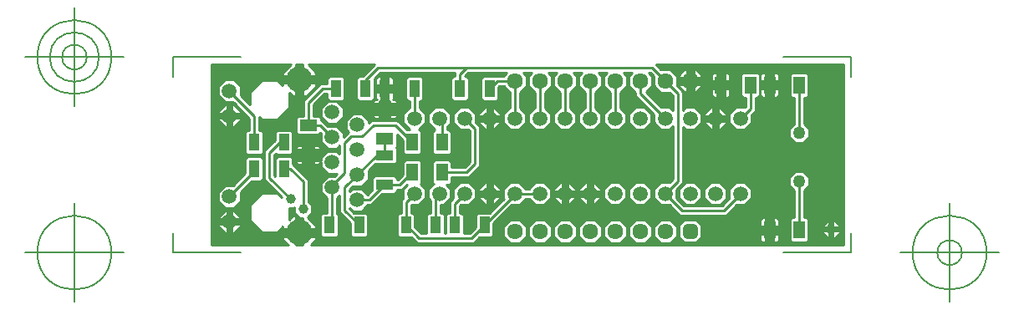
<source format=gbr>
G04 Generated by Ultiboard 11.0 *
%FSLAX25Y25*%
%MOIN*%

%ADD10C,0.01000*%
%ADD11C,0.00500*%
%ADD12C,0.03937*%
%ADD13C,0.05937*%
%ADD14C,0.10299*%
%ADD15C,0.06334*%
%ADD16R,0.02083X0.02083*%
%ADD17C,0.03917*%
%ADD18R,0.07087X0.04528*%
%ADD19R,0.04134X0.06890*%
%ADD20R,0.04528X0.07087*%
%ADD21R,0.06890X0.04134*%
%ADD22C,0.05000*%


G04 ColorRGB 000080 for the following layer *
%LNCopper Bottom*%
%LPD*%
%FSLAX25Y25*%
%MOIN*%
G54D10*
X9351Y68186D02*
X6672Y68186D01*
X6672Y68186D02*
X4054Y65568D01*
X4054Y65568D02*
X4054Y61866D01*
X4054Y61866D02*
X6092Y59828D01*
X6092Y59828D02*
X1385Y59828D01*
X1385Y59828D02*
X1385Y74115D01*
X1385Y74115D02*
X9351Y74115D01*
X9351Y74115D02*
X9351Y68186D01*
G36*
X9351Y68186D02*
X6672Y68186D01*
X4054Y65568D01*
X4054Y61866D01*
X6092Y59828D01*
X1385Y59828D01*
X1385Y74115D01*
X9351Y74115D01*
X9351Y68186D01*
G37*
X9351Y68186D02*
X6672Y68186D01*
X6672Y68186D02*
X4054Y65568D01*
X4054Y65568D02*
X4054Y61866D01*
X4054Y61866D02*
X6092Y59828D01*
X6092Y59828D02*
X1385Y59828D01*
X1385Y59828D02*
X1385Y74115D01*
X1385Y74115D02*
X9351Y74115D01*
X9351Y74115D02*
X9351Y68186D01*
X6092Y59828D02*
X6672Y59249D01*
X6672Y59249D02*
X6672Y58186D01*
X6672Y58186D02*
X4054Y55568D01*
X4054Y55568D02*
X4054Y54643D01*
X4054Y54643D02*
X6672Y54643D01*
X6672Y54643D02*
X6672Y52792D01*
X6672Y52792D02*
X4054Y52792D01*
X4054Y52792D02*
X4054Y51866D01*
X4054Y51866D02*
X6672Y49249D01*
X6672Y49249D02*
X6672Y49077D01*
X6672Y49077D02*
X1385Y49077D01*
X1385Y49077D02*
X1385Y59828D01*
X1385Y59828D02*
X6092Y59828D01*
G36*
X6092Y59828D02*
X6672Y59249D01*
X6672Y58186D01*
X4054Y55568D01*
X4054Y54643D01*
X6672Y54643D01*
X6672Y52792D01*
X4054Y52792D01*
X4054Y51866D01*
X6672Y49249D01*
X6672Y49077D01*
X1385Y49077D01*
X1385Y59828D01*
X6092Y59828D01*
G37*
X6092Y59828D02*
X6672Y59249D01*
X6672Y59249D02*
X6672Y58186D01*
X6672Y58186D02*
X4054Y55568D01*
X4054Y55568D02*
X4054Y54643D01*
X4054Y54643D02*
X6672Y54643D01*
X6672Y54643D02*
X6672Y52792D01*
X6672Y52792D02*
X4054Y52792D01*
X4054Y52792D02*
X4054Y51866D01*
X4054Y51866D02*
X6672Y49249D01*
X6672Y49249D02*
X6672Y49077D01*
X6672Y49077D02*
X1385Y49077D01*
X1385Y49077D02*
X1385Y59828D01*
X1385Y59828D02*
X6092Y59828D01*
X16480Y48060D02*
X15791Y48060D01*
X15791Y48060D02*
X14913Y47181D01*
X14913Y47181D02*
X14913Y39049D01*
X14913Y39049D02*
X15791Y38170D01*
X15791Y38170D02*
X21168Y38170D01*
X21168Y38170D02*
X21168Y38115D01*
X21168Y38115D02*
X1385Y38115D01*
X1385Y38115D02*
X1385Y49077D01*
X1385Y49077D02*
X16480Y49077D01*
X16480Y49077D02*
X16480Y48060D01*
G36*
X16480Y48060D02*
X15791Y48060D01*
X14913Y47181D01*
X14913Y39049D01*
X15791Y38170D01*
X21168Y38170D01*
X21168Y38115D01*
X1385Y38115D01*
X1385Y49077D01*
X16480Y49077D01*
X16480Y48060D01*
G37*
X16480Y48060D02*
X15791Y48060D01*
X15791Y48060D02*
X14913Y47181D01*
X14913Y47181D02*
X14913Y39049D01*
X14913Y39049D02*
X15791Y38170D01*
X15791Y38170D02*
X21168Y38170D01*
X21168Y38170D02*
X21168Y38115D01*
X21168Y38115D02*
X1385Y38115D01*
X1385Y38115D02*
X1385Y49077D01*
X1385Y49077D02*
X16480Y49077D01*
X16480Y49077D02*
X16480Y48060D01*
X9960Y25981D02*
X6672Y25981D01*
X6672Y25981D02*
X4054Y23364D01*
X4054Y23364D02*
X4054Y19662D01*
X4054Y19662D02*
X5779Y17937D01*
X5779Y17937D02*
X1385Y17937D01*
X1385Y17937D02*
X1385Y38115D01*
X1385Y38115D02*
X9960Y38115D01*
X9960Y38115D02*
X9960Y25981D01*
G36*
X9960Y25981D02*
X6672Y25981D01*
X4054Y23364D01*
X4054Y19662D01*
X5779Y17937D01*
X1385Y17937D01*
X1385Y38115D01*
X9960Y38115D01*
X9960Y25981D01*
G37*
X9960Y25981D02*
X6672Y25981D01*
X6672Y25981D02*
X4054Y23364D01*
X4054Y23364D02*
X4054Y19662D01*
X4054Y19662D02*
X5779Y17937D01*
X5779Y17937D02*
X1385Y17937D01*
X1385Y17937D02*
X1385Y38115D01*
X1385Y38115D02*
X9960Y38115D01*
X9960Y38115D02*
X9960Y25981D01*
X5779Y17937D02*
X6672Y17044D01*
X6672Y17044D02*
X6672Y15981D01*
X6672Y15981D02*
X4054Y13364D01*
X4054Y13364D02*
X4054Y12438D01*
X4054Y12438D02*
X6672Y12438D01*
X6672Y12438D02*
X6672Y10587D01*
X6672Y10587D02*
X4054Y10587D01*
X4054Y10587D02*
X4054Y9662D01*
X4054Y9662D02*
X1385Y9662D01*
X1385Y9662D02*
X1385Y17937D01*
X1385Y17937D02*
X5779Y17937D01*
G36*
X5779Y17937D02*
X6672Y17044D01*
X6672Y15981D01*
X4054Y13364D01*
X4054Y12438D01*
X6672Y12438D01*
X6672Y10587D01*
X4054Y10587D01*
X4054Y9662D01*
X1385Y9662D01*
X1385Y17937D01*
X5779Y17937D01*
G37*
X5779Y17937D02*
X6672Y17044D01*
X6672Y17044D02*
X6672Y15981D01*
X6672Y15981D02*
X4054Y13364D01*
X4054Y13364D02*
X4054Y12438D01*
X4054Y12438D02*
X6672Y12438D01*
X6672Y12438D02*
X6672Y10587D01*
X6672Y10587D02*
X4054Y10587D01*
X4054Y10587D02*
X4054Y9662D01*
X4054Y9662D02*
X1385Y9662D01*
X1385Y9662D02*
X1385Y17937D01*
X1385Y17937D02*
X5779Y17937D01*
X4054Y9662D02*
X6672Y7044D01*
X6672Y7044D02*
X7597Y7044D01*
X7597Y7044D02*
X7597Y9662D01*
X7597Y9662D02*
X9448Y9662D01*
X9448Y9662D02*
X9448Y7044D01*
X9448Y7044D02*
X10374Y7044D01*
X10374Y7044D02*
X10374Y2115D01*
X10374Y2115D02*
X1385Y2115D01*
X1385Y2115D02*
X1385Y9662D01*
X1385Y9662D02*
X4054Y9662D01*
G36*
X4054Y9662D02*
X6672Y7044D01*
X7597Y7044D01*
X7597Y9662D01*
X9448Y9662D01*
X9448Y7044D01*
X10374Y7044D01*
X10374Y2115D01*
X1385Y2115D01*
X1385Y9662D01*
X4054Y9662D01*
G37*
X4054Y9662D02*
X6672Y7044D01*
X6672Y7044D02*
X7597Y7044D01*
X7597Y7044D02*
X7597Y9662D01*
X7597Y9662D02*
X9448Y9662D01*
X9448Y9662D02*
X9448Y7044D01*
X9448Y7044D02*
X10374Y7044D01*
X10374Y7044D02*
X10374Y2115D01*
X10374Y2115D02*
X1385Y2115D01*
X1385Y2115D02*
X1385Y9662D01*
X1385Y9662D02*
X4054Y9662D01*
X238676Y60957D02*
X239554Y61835D01*
X239554Y61835D02*
X239554Y70165D01*
X239554Y70165D02*
X238676Y71043D01*
X238676Y71043D02*
X238676Y74115D01*
X238676Y74115D02*
X253385Y74115D01*
X253385Y74115D02*
X253385Y53443D01*
X253385Y53443D02*
X238676Y53443D01*
X238676Y53443D02*
X238676Y60957D01*
G36*
X238676Y60957D02*
X239554Y61835D01*
X239554Y70165D01*
X238676Y71043D01*
X238676Y74115D01*
X253385Y74115D01*
X253385Y53443D01*
X238676Y53443D01*
X238676Y60957D01*
G37*
X238676Y60957D02*
X239554Y61835D01*
X239554Y61835D02*
X239554Y70165D01*
X239554Y70165D02*
X238676Y71043D01*
X238676Y71043D02*
X238676Y74115D01*
X238676Y74115D02*
X253385Y74115D01*
X253385Y74115D02*
X253385Y53443D01*
X253385Y53443D02*
X238676Y53443D01*
X238676Y53443D02*
X238676Y60957D01*
X237231Y42782D02*
X237542Y42782D01*
X237542Y42782D02*
X239885Y45125D01*
X239885Y45125D02*
X239885Y48438D01*
X239885Y48438D02*
X237791Y50533D01*
X237791Y50533D02*
X237791Y53443D01*
X237791Y53443D02*
X253385Y53443D01*
X253385Y53443D02*
X253385Y38115D01*
X253385Y38115D02*
X237231Y38115D01*
X237231Y38115D02*
X237231Y42782D01*
G36*
X237231Y42782D02*
X237542Y42782D01*
X239885Y45125D01*
X239885Y48438D01*
X237791Y50533D01*
X237791Y53443D01*
X253385Y53443D01*
X253385Y38115D01*
X237231Y38115D01*
X237231Y42782D01*
G37*
X237231Y42782D02*
X237542Y42782D01*
X237542Y42782D02*
X239885Y45125D01*
X239885Y45125D02*
X239885Y48438D01*
X239885Y48438D02*
X237791Y50533D01*
X237791Y50533D02*
X237791Y53443D01*
X237791Y53443D02*
X253385Y53443D01*
X253385Y53443D02*
X253385Y38115D01*
X253385Y38115D02*
X237231Y38115D01*
X237231Y38115D02*
X237231Y42782D01*
X253385Y38115D02*
X253385Y7063D01*
X253385Y7063D02*
X251969Y7063D01*
X251969Y7063D02*
X251969Y7782D01*
X251969Y7782D02*
X249937Y7782D01*
X249937Y7782D02*
X249937Y9218D01*
X249937Y9218D02*
X251969Y9218D01*
X251969Y9218D02*
X251969Y9937D01*
X251969Y9937D02*
X249937Y11969D01*
X249937Y11969D02*
X249937Y38115D01*
X249937Y38115D02*
X253385Y38115D01*
G36*
X253385Y38115D02*
X253385Y7063D01*
X251969Y7063D01*
X251969Y7782D01*
X249937Y7782D01*
X249937Y9218D01*
X251969Y9218D01*
X251969Y9937D01*
X249937Y11969D01*
X249937Y38115D01*
X253385Y38115D01*
G37*
X253385Y38115D02*
X253385Y7063D01*
X253385Y7063D02*
X251969Y7063D01*
X251969Y7063D02*
X251969Y7782D01*
X251969Y7782D02*
X249937Y7782D01*
X249937Y7782D02*
X249937Y9218D01*
X249937Y9218D02*
X251969Y9218D01*
X251969Y9218D02*
X251969Y9937D01*
X251969Y9937D02*
X249937Y11969D01*
X249937Y11969D02*
X249937Y38115D01*
X249937Y38115D02*
X253385Y38115D01*
X232027Y7063D02*
X232027Y3950D01*
X232027Y3950D02*
X232905Y3072D01*
X232905Y3072D02*
X238676Y3072D01*
X238676Y3072D02*
X239554Y3950D01*
X239554Y3950D02*
X239554Y7063D01*
X239554Y7063D02*
X245031Y7063D01*
X245031Y7063D02*
X247063Y5031D01*
X247063Y5031D02*
X247782Y5031D01*
X247782Y5031D02*
X247782Y7063D01*
X247782Y7063D02*
X249218Y7063D01*
X249218Y7063D02*
X249218Y5031D01*
X249218Y5031D02*
X249937Y5031D01*
X249937Y5031D02*
X251969Y7063D01*
X251969Y7063D02*
X253385Y7063D01*
X253385Y7063D02*
X253385Y2115D01*
X253385Y2115D02*
X226865Y2115D01*
X226865Y2115D02*
X226865Y3072D01*
X226865Y3072D02*
X227743Y3950D01*
X227743Y3950D02*
X227743Y6672D01*
X227743Y6672D02*
X226865Y6672D01*
X226865Y6672D02*
X226865Y7063D01*
X226865Y7063D02*
X232027Y7063D01*
G36*
X232027Y7063D02*
X232027Y3950D01*
X232905Y3072D01*
X238676Y3072D01*
X239554Y3950D01*
X239554Y7063D01*
X245031Y7063D01*
X247063Y5031D01*
X247782Y5031D01*
X247782Y7063D01*
X249218Y7063D01*
X249218Y5031D01*
X249937Y5031D01*
X251969Y7063D01*
X253385Y7063D01*
X253385Y2115D01*
X226865Y2115D01*
X226865Y3072D01*
X227743Y3950D01*
X227743Y6672D01*
X226865Y6672D01*
X226865Y7063D01*
X232027Y7063D01*
G37*
X232027Y7063D02*
X232027Y3950D01*
X232027Y3950D02*
X232905Y3072D01*
X232905Y3072D02*
X238676Y3072D01*
X238676Y3072D02*
X239554Y3950D01*
X239554Y3950D02*
X239554Y7063D01*
X239554Y7063D02*
X245031Y7063D01*
X245031Y7063D02*
X247063Y5031D01*
X247063Y5031D02*
X247782Y5031D01*
X247782Y5031D02*
X247782Y7063D01*
X247782Y7063D02*
X249218Y7063D01*
X249218Y7063D02*
X249218Y5031D01*
X249218Y5031D02*
X249937Y5031D01*
X249937Y5031D02*
X251969Y7063D01*
X251969Y7063D02*
X253385Y7063D01*
X253385Y7063D02*
X253385Y2115D01*
X253385Y2115D02*
X226865Y2115D01*
X226865Y2115D02*
X226865Y3072D01*
X226865Y3072D02*
X227743Y3950D01*
X227743Y3950D02*
X227743Y6672D01*
X227743Y6672D02*
X226865Y6672D01*
X226865Y6672D02*
X226865Y7063D01*
X226865Y7063D02*
X232027Y7063D01*
X127052Y68443D02*
X127052Y69548D01*
X127052Y69548D02*
X125700Y70900D01*
X125700Y70900D02*
X129070Y70900D01*
X129070Y70900D02*
X127718Y69548D01*
X127718Y69548D02*
X127718Y68443D01*
X127718Y68443D02*
X127052Y68443D01*
G36*
X127052Y68443D02*
X127052Y69548D01*
X125700Y70900D01*
X129070Y70900D01*
X127718Y69548D01*
X127718Y68443D01*
X127052Y68443D01*
G37*
X127052Y68443D02*
X127052Y69548D01*
X127052Y69548D02*
X125700Y70900D01*
X125700Y70900D02*
X129070Y70900D01*
X129070Y70900D02*
X127718Y69548D01*
X127718Y69548D02*
X127718Y68443D01*
X127718Y68443D02*
X127052Y68443D01*
X123213Y48146D02*
X124236Y48146D01*
X124236Y48146D02*
X126854Y50764D01*
X126854Y50764D02*
X126854Y54052D01*
X126854Y54052D02*
X127917Y54052D01*
X127917Y54052D02*
X127917Y50764D01*
X127917Y50764D02*
X130534Y48146D01*
X130534Y48146D02*
X134236Y48146D01*
X134236Y48146D02*
X136854Y50764D01*
X136854Y50764D02*
X136854Y54052D01*
X136854Y54052D02*
X137917Y54052D01*
X137917Y54052D02*
X137917Y50764D01*
X137917Y50764D02*
X140534Y48146D01*
X140534Y48146D02*
X144236Y48146D01*
X144236Y48146D02*
X146854Y50764D01*
X146854Y50764D02*
X146854Y54052D01*
X146854Y54052D02*
X147917Y54052D01*
X147917Y54052D02*
X147917Y50764D01*
X147917Y50764D02*
X150534Y48146D01*
X150534Y48146D02*
X153185Y48146D01*
X153185Y48146D02*
X153185Y38115D01*
X153185Y38115D02*
X123213Y38115D01*
X123213Y38115D02*
X123213Y48146D01*
G36*
X123213Y48146D02*
X124236Y48146D01*
X126854Y50764D01*
X126854Y54052D01*
X127917Y54052D01*
X127917Y50764D01*
X130534Y48146D01*
X134236Y48146D01*
X136854Y50764D01*
X136854Y54052D01*
X137917Y54052D01*
X137917Y50764D01*
X140534Y48146D01*
X144236Y48146D01*
X146854Y50764D01*
X146854Y54052D01*
X147917Y54052D01*
X147917Y50764D01*
X150534Y48146D01*
X153185Y48146D01*
X153185Y38115D01*
X123213Y38115D01*
X123213Y48146D01*
G37*
X123213Y48146D02*
X124236Y48146D01*
X124236Y48146D02*
X126854Y50764D01*
X126854Y50764D02*
X126854Y54052D01*
X126854Y54052D02*
X127917Y54052D01*
X127917Y54052D02*
X127917Y50764D01*
X127917Y50764D02*
X130534Y48146D01*
X130534Y48146D02*
X134236Y48146D01*
X134236Y48146D02*
X136854Y50764D01*
X136854Y50764D02*
X136854Y54052D01*
X136854Y54052D02*
X137917Y54052D01*
X137917Y54052D02*
X137917Y50764D01*
X137917Y50764D02*
X140534Y48146D01*
X140534Y48146D02*
X144236Y48146D01*
X144236Y48146D02*
X146854Y50764D01*
X146854Y50764D02*
X146854Y54052D01*
X146854Y54052D02*
X147917Y54052D01*
X147917Y54052D02*
X147917Y50764D01*
X147917Y50764D02*
X150534Y48146D01*
X150534Y48146D02*
X153185Y48146D01*
X153185Y48146D02*
X153185Y38115D01*
X153185Y38115D02*
X123213Y38115D01*
X123213Y38115D02*
X123213Y48146D01*
X126854Y54052D02*
X126854Y54466D01*
X126854Y54466D02*
X124385Y56934D01*
X124385Y56934D02*
X124385Y63015D01*
X124385Y63015D02*
X127052Y65682D01*
X127052Y65682D02*
X127052Y68443D01*
X127052Y68443D02*
X127718Y68443D01*
X127718Y68443D02*
X127718Y65682D01*
X127718Y65682D02*
X130385Y63015D01*
X130385Y63015D02*
X130385Y56934D01*
X130385Y56934D02*
X127917Y54466D01*
X127917Y54466D02*
X127917Y54052D01*
X127917Y54052D02*
X126854Y54052D01*
G36*
X126854Y54052D02*
X126854Y54466D01*
X124385Y56934D01*
X124385Y63015D01*
X127052Y65682D01*
X127052Y68443D01*
X127718Y68443D01*
X127718Y65682D01*
X130385Y63015D01*
X130385Y56934D01*
X127917Y54466D01*
X127917Y54052D01*
X126854Y54052D01*
G37*
X126854Y54052D02*
X126854Y54466D01*
X126854Y54466D02*
X124385Y56934D01*
X124385Y56934D02*
X124385Y63015D01*
X124385Y63015D02*
X127052Y65682D01*
X127052Y65682D02*
X127052Y68443D01*
X127052Y68443D02*
X127718Y68443D01*
X127718Y68443D02*
X127718Y65682D01*
X127718Y65682D02*
X130385Y63015D01*
X130385Y63015D02*
X130385Y56934D01*
X130385Y56934D02*
X127917Y54466D01*
X127917Y54466D02*
X127917Y54052D01*
X127917Y54052D02*
X126854Y54052D01*
X123213Y18146D02*
X124236Y18146D01*
X124236Y18146D02*
X126704Y20615D01*
X126704Y20615D02*
X128066Y20615D01*
X128066Y20615D02*
X130534Y18146D01*
X130534Y18146D02*
X133731Y18146D01*
X133731Y18146D02*
X133731Y12270D01*
X133731Y12270D02*
X130452Y12270D01*
X130452Y12270D02*
X127718Y9536D01*
X127718Y9536D02*
X127718Y5670D01*
X127718Y5670D02*
X130452Y2936D01*
X130452Y2936D02*
X133731Y2936D01*
X133731Y2936D02*
X133731Y2115D01*
X133731Y2115D02*
X123213Y2115D01*
X123213Y2115D02*
X123213Y2936D01*
X123213Y2936D02*
X124318Y2936D01*
X124318Y2936D02*
X127052Y5670D01*
X127052Y5670D02*
X127052Y9536D01*
X127052Y9536D02*
X124318Y12270D01*
X124318Y12270D02*
X123213Y12270D01*
X123213Y12270D02*
X123213Y18146D01*
G36*
X123213Y18146D02*
X124236Y18146D01*
X126704Y20615D01*
X128066Y20615D01*
X130534Y18146D01*
X133731Y18146D01*
X133731Y12270D01*
X130452Y12270D01*
X127718Y9536D01*
X127718Y5670D01*
X130452Y2936D01*
X133731Y2936D01*
X133731Y2115D01*
X123213Y2115D01*
X123213Y2936D01*
X124318Y2936D01*
X127052Y5670D01*
X127052Y9536D01*
X124318Y12270D01*
X123213Y12270D01*
X123213Y18146D01*
G37*
X123213Y18146D02*
X124236Y18146D01*
X124236Y18146D02*
X126704Y20615D01*
X126704Y20615D02*
X128066Y20615D01*
X128066Y20615D02*
X130534Y18146D01*
X130534Y18146D02*
X133731Y18146D01*
X133731Y18146D02*
X133731Y12270D01*
X133731Y12270D02*
X130452Y12270D01*
X130452Y12270D02*
X127718Y9536D01*
X127718Y9536D02*
X127718Y5670D01*
X127718Y5670D02*
X130452Y2936D01*
X130452Y2936D02*
X133731Y2936D01*
X133731Y2936D02*
X133731Y2115D01*
X133731Y2115D02*
X123213Y2115D01*
X123213Y2115D02*
X123213Y2936D01*
X123213Y2936D02*
X124318Y2936D01*
X124318Y2936D02*
X127052Y5670D01*
X127052Y5670D02*
X127052Y9536D01*
X127052Y9536D02*
X124318Y12270D01*
X124318Y12270D02*
X123213Y12270D01*
X123213Y12270D02*
X123213Y18146D01*
X126704Y24615D02*
X124236Y27083D01*
X124236Y27083D02*
X123213Y27083D01*
X123213Y27083D02*
X123213Y38115D01*
X123213Y38115D02*
X133731Y38115D01*
X133731Y38115D02*
X133731Y27083D01*
X133731Y27083D02*
X130534Y27083D01*
X130534Y27083D02*
X128066Y24615D01*
X128066Y24615D02*
X126704Y24615D01*
G36*
X126704Y24615D02*
X124236Y27083D01*
X123213Y27083D01*
X123213Y38115D01*
X133731Y38115D01*
X133731Y27083D01*
X130534Y27083D01*
X128066Y24615D01*
X126704Y24615D01*
G37*
X126704Y24615D02*
X124236Y27083D01*
X124236Y27083D02*
X123213Y27083D01*
X123213Y27083D02*
X123213Y38115D01*
X123213Y38115D02*
X133731Y38115D01*
X133731Y38115D02*
X133731Y27083D01*
X133731Y27083D02*
X130534Y27083D01*
X130534Y27083D02*
X128066Y24615D01*
X128066Y24615D02*
X126704Y24615D01*
X63976Y50804D02*
X63976Y51966D01*
X63976Y51966D02*
X61358Y54583D01*
X61358Y54583D02*
X60944Y54583D01*
X60944Y54583D02*
X60944Y59670D01*
X60944Y59670D02*
X65172Y59670D01*
X65172Y59670D02*
X65172Y52000D01*
X65172Y52000D02*
X63976Y50804D01*
G36*
X63976Y50804D02*
X63976Y51966D01*
X61358Y54583D01*
X60944Y54583D01*
X60944Y59670D01*
X65172Y59670D01*
X65172Y52000D01*
X63976Y50804D01*
G37*
X63976Y50804D02*
X63976Y51966D01*
X63976Y51966D02*
X61358Y54583D01*
X61358Y54583D02*
X60944Y54583D01*
X60944Y54583D02*
X60944Y59670D01*
X60944Y59670D02*
X65172Y59670D01*
X65172Y59670D02*
X65172Y52000D01*
X65172Y52000D02*
X63976Y50804D01*
X61731Y69560D02*
X60102Y69560D01*
X60102Y69560D02*
X59224Y68681D01*
X59224Y68681D02*
X59224Y63787D01*
X59224Y63787D02*
X54546Y63787D01*
X54546Y63787D02*
X54546Y68681D01*
X54546Y68681D02*
X53668Y69560D01*
X53668Y69560D02*
X49985Y69560D01*
X49985Y69560D02*
X49985Y74115D01*
X49985Y74115D02*
X65172Y74115D01*
X65172Y74115D02*
X65172Y73000D01*
X65172Y73000D02*
X61731Y69560D01*
G36*
X61731Y69560D02*
X60102Y69560D01*
X59224Y68681D01*
X59224Y63787D01*
X54546Y63787D01*
X54546Y68681D01*
X53668Y69560D01*
X49985Y69560D01*
X49985Y74115D01*
X65172Y74115D01*
X65172Y73000D01*
X61731Y69560D01*
G37*
X61731Y69560D02*
X60102Y69560D01*
X60102Y69560D02*
X59224Y68681D01*
X59224Y68681D02*
X59224Y63787D01*
X59224Y63787D02*
X54546Y63787D01*
X54546Y63787D02*
X54546Y68681D01*
X54546Y68681D02*
X53668Y69560D01*
X53668Y69560D02*
X49985Y69560D01*
X49985Y69560D02*
X49985Y74115D01*
X49985Y74115D02*
X65172Y74115D01*
X65172Y74115D02*
X65172Y73000D01*
X65172Y73000D02*
X61731Y69560D01*
X61648Y25936D02*
X63976Y28264D01*
X63976Y28264D02*
X63976Y31755D01*
X63976Y31755D02*
X66674Y34454D01*
X66674Y34454D02*
X69557Y34454D01*
X69557Y34454D02*
X69557Y29776D01*
X69557Y29776D02*
X66319Y29776D01*
X66319Y29776D02*
X65440Y28898D01*
X65440Y28898D02*
X65440Y25936D01*
X65440Y25936D02*
X61648Y25936D01*
G36*
X61648Y25936D02*
X63976Y28264D01*
X63976Y31755D01*
X66674Y34454D01*
X69557Y34454D01*
X69557Y29776D01*
X66319Y29776D01*
X65440Y28898D01*
X65440Y25936D01*
X61648Y25936D01*
G37*
X61648Y25936D02*
X63976Y28264D01*
X63976Y28264D02*
X63976Y31755D01*
X63976Y31755D02*
X66674Y34454D01*
X66674Y34454D02*
X69557Y34454D01*
X69557Y34454D02*
X69557Y29776D01*
X69557Y29776D02*
X66319Y29776D01*
X66319Y29776D02*
X65440Y28898D01*
X65440Y28898D02*
X65440Y25936D01*
X65440Y25936D02*
X61648Y25936D01*
X62445Y16734D02*
X63827Y18115D01*
X63827Y18115D02*
X65119Y18115D01*
X65119Y18115D02*
X69557Y22553D01*
X69557Y22553D02*
X69557Y16734D01*
X69557Y16734D02*
X62445Y16734D01*
G36*
X62445Y16734D02*
X63827Y18115D01*
X65119Y18115D01*
X69557Y22553D01*
X69557Y16734D01*
X62445Y16734D01*
G37*
X62445Y16734D02*
X63827Y18115D01*
X63827Y18115D02*
X65119Y18115D01*
X65119Y18115D02*
X69557Y22553D01*
X69557Y22553D02*
X69557Y16734D01*
X69557Y16734D02*
X62445Y16734D01*
X49985Y5170D02*
X51168Y5170D01*
X51168Y5170D02*
X52046Y6049D01*
X52046Y6049D02*
X52046Y14181D01*
X52046Y14181D02*
X51507Y14721D01*
X51507Y14721D02*
X51507Y16734D01*
X51507Y16734D02*
X52500Y16734D01*
X52500Y16734D02*
X52500Y15077D01*
X52500Y15077D02*
X56724Y10853D01*
X56724Y10853D02*
X56724Y6049D01*
X56724Y6049D02*
X57602Y5170D01*
X57602Y5170D02*
X62979Y5170D01*
X62979Y5170D02*
X62979Y2115D01*
X62979Y2115D02*
X49985Y2115D01*
X49985Y2115D02*
X49985Y5170D01*
G36*
X49985Y5170D02*
X51168Y5170D01*
X52046Y6049D01*
X52046Y14181D01*
X51507Y14721D01*
X51507Y16734D01*
X52500Y16734D01*
X52500Y15077D01*
X56724Y10853D01*
X56724Y6049D01*
X57602Y5170D01*
X62979Y5170D01*
X62979Y2115D01*
X49985Y2115D01*
X49985Y5170D01*
G37*
X49985Y5170D02*
X51168Y5170D01*
X51168Y5170D02*
X52046Y6049D01*
X52046Y6049D02*
X52046Y14181D01*
X52046Y14181D02*
X51507Y14721D01*
X51507Y14721D02*
X51507Y16734D01*
X51507Y16734D02*
X52500Y16734D01*
X52500Y16734D02*
X52500Y15077D01*
X52500Y15077D02*
X56724Y10853D01*
X56724Y10853D02*
X56724Y6049D01*
X56724Y6049D02*
X57602Y5170D01*
X57602Y5170D02*
X62979Y5170D01*
X62979Y5170D02*
X62979Y2115D01*
X62979Y2115D02*
X49985Y2115D01*
X49985Y2115D02*
X49985Y5170D01*
X62979Y5170D02*
X63857Y6049D01*
X63857Y6049D02*
X63857Y14181D01*
X63857Y14181D02*
X62979Y15060D01*
X62979Y15060D02*
X62979Y16734D01*
X62979Y16734D02*
X69557Y16734D01*
X69557Y16734D02*
X69557Y2115D01*
X69557Y2115D02*
X62979Y2115D01*
X62979Y2115D02*
X62979Y5170D01*
G36*
X62979Y5170D02*
X63857Y6049D01*
X63857Y14181D01*
X62979Y15060D01*
X62979Y16734D01*
X69557Y16734D01*
X69557Y2115D01*
X62979Y2115D01*
X62979Y5170D01*
G37*
X62979Y5170D02*
X63857Y6049D01*
X63857Y6049D02*
X63857Y14181D01*
X63857Y14181D02*
X62979Y15060D01*
X62979Y15060D02*
X62979Y16734D01*
X62979Y16734D02*
X69557Y16734D01*
X69557Y16734D02*
X69557Y2115D01*
X69557Y2115D02*
X62979Y2115D01*
X62979Y2115D02*
X62979Y5170D01*
X63644Y22297D02*
X61358Y24583D01*
X61358Y24583D02*
X58679Y24583D01*
X58679Y24583D02*
X58679Y25646D01*
X58679Y25646D02*
X61358Y25646D01*
X61358Y25646D02*
X61648Y25936D01*
X61648Y25936D02*
X65440Y25936D01*
X65440Y25936D02*
X65440Y24093D01*
X65440Y24093D02*
X63644Y22297D01*
G36*
X63644Y22297D02*
X61358Y24583D01*
X58679Y24583D01*
X58679Y25646D01*
X61358Y25646D01*
X61648Y25936D01*
X65440Y25936D01*
X65440Y24093D01*
X63644Y22297D01*
G37*
X63644Y22297D02*
X61358Y24583D01*
X61358Y24583D02*
X58679Y24583D01*
X58679Y24583D02*
X58679Y25646D01*
X58679Y25646D02*
X61358Y25646D01*
X61358Y25646D02*
X61648Y25936D01*
X61648Y25936D02*
X65440Y25936D01*
X65440Y25936D02*
X65440Y24093D01*
X65440Y24093D02*
X63644Y22297D01*
X56569Y16734D02*
X57656Y15646D01*
X57656Y15646D02*
X61358Y15646D01*
X61358Y15646D02*
X62445Y16734D01*
X62445Y16734D02*
X62979Y16734D01*
X62979Y16734D02*
X62979Y15060D01*
X62979Y15060D02*
X58174Y15060D01*
X58174Y15060D02*
X56500Y16734D01*
X56500Y16734D02*
X56569Y16734D01*
G36*
X56569Y16734D02*
X57656Y15646D01*
X61358Y15646D01*
X62445Y16734D01*
X62979Y16734D01*
X62979Y15060D01*
X58174Y15060D01*
X56500Y16734D01*
X56569Y16734D01*
G37*
X56569Y16734D02*
X57656Y15646D01*
X57656Y15646D02*
X61358Y15646D01*
X61358Y15646D02*
X62445Y16734D01*
X62445Y16734D02*
X62979Y16734D01*
X62979Y16734D02*
X62979Y15060D01*
X62979Y15060D02*
X58174Y15060D01*
X58174Y15060D02*
X56500Y16734D01*
X56500Y16734D02*
X56569Y16734D01*
X33099Y74115D02*
X29865Y70881D01*
X29865Y70881D02*
X29865Y69504D01*
X29865Y69504D02*
X33761Y69504D01*
X33761Y69504D02*
X33761Y66750D01*
X33761Y66750D02*
X29865Y66750D01*
X29865Y66750D02*
X29865Y65786D01*
X29865Y65786D02*
X27738Y67914D01*
X27738Y67914D02*
X21277Y67914D01*
X21277Y67914D02*
X16708Y63346D01*
X16708Y63346D02*
X16708Y59828D01*
X16708Y59828D02*
X14950Y59828D01*
X14950Y59828D02*
X12952Y61827D01*
X12952Y61827D02*
X12991Y61866D01*
X12991Y61866D02*
X12991Y65568D01*
X12991Y65568D02*
X10374Y68186D01*
X10374Y68186D02*
X9351Y68186D01*
X9351Y68186D02*
X9351Y74115D01*
X9351Y74115D02*
X33099Y74115D01*
G36*
X33099Y74115D02*
X29865Y70881D01*
X29865Y69504D01*
X33761Y69504D01*
X33761Y66750D01*
X29865Y66750D01*
X29865Y65786D01*
X27738Y67914D01*
X21277Y67914D01*
X16708Y63346D01*
X16708Y59828D01*
X14950Y59828D01*
X12952Y61827D01*
X12991Y61866D01*
X12991Y65568D01*
X10374Y68186D01*
X9351Y68186D01*
X9351Y74115D01*
X33099Y74115D01*
G37*
X33099Y74115D02*
X29865Y70881D01*
X29865Y70881D02*
X29865Y69504D01*
X29865Y69504D02*
X33761Y69504D01*
X33761Y69504D02*
X33761Y66750D01*
X33761Y66750D02*
X29865Y66750D01*
X29865Y66750D02*
X29865Y65786D01*
X29865Y65786D02*
X27738Y67914D01*
X27738Y67914D02*
X21277Y67914D01*
X21277Y67914D02*
X16708Y63346D01*
X16708Y63346D02*
X16708Y59828D01*
X16708Y59828D02*
X14950Y59828D01*
X14950Y59828D02*
X12952Y61827D01*
X12952Y61827D02*
X12991Y61866D01*
X12991Y61866D02*
X12991Y65568D01*
X12991Y65568D02*
X10374Y68186D01*
X10374Y68186D02*
X9351Y68186D01*
X9351Y68186D02*
X9351Y74115D01*
X9351Y74115D02*
X33099Y74115D01*
X37892Y74115D02*
X37892Y69504D01*
X37892Y69504D02*
X39269Y69504D01*
X39269Y69504D02*
X39269Y66750D01*
X39269Y66750D02*
X37892Y66750D01*
X37892Y66750D02*
X37892Y61477D01*
X37892Y61477D02*
X39269Y61477D01*
X39269Y61477D02*
X39269Y61098D01*
X39269Y61098D02*
X38000Y59828D01*
X38000Y59828D02*
X33761Y59828D01*
X33761Y59828D02*
X33761Y61477D01*
X33761Y61477D02*
X35138Y61477D01*
X35138Y61477D02*
X35138Y66750D01*
X35138Y66750D02*
X33761Y66750D01*
X33761Y66750D02*
X33761Y69504D01*
X33761Y69504D02*
X35138Y69504D01*
X35138Y69504D02*
X35138Y74115D01*
X35138Y74115D02*
X37892Y74115D01*
G36*
X37892Y74115D02*
X37892Y69504D01*
X39269Y69504D01*
X39269Y66750D01*
X37892Y66750D01*
X37892Y61477D01*
X39269Y61477D01*
X39269Y61098D01*
X38000Y59828D01*
X33761Y59828D01*
X33761Y61477D01*
X35138Y61477D01*
X35138Y66750D01*
X33761Y66750D01*
X33761Y69504D01*
X35138Y69504D01*
X35138Y74115D01*
X37892Y74115D01*
G37*
X37892Y74115D02*
X37892Y69504D01*
X37892Y69504D02*
X39269Y69504D01*
X39269Y69504D02*
X39269Y66750D01*
X39269Y66750D02*
X37892Y66750D01*
X37892Y66750D02*
X37892Y61477D01*
X37892Y61477D02*
X39269Y61477D01*
X39269Y61477D02*
X39269Y61098D01*
X39269Y61098D02*
X38000Y59828D01*
X38000Y59828D02*
X33761Y59828D01*
X33761Y59828D02*
X33761Y61477D01*
X33761Y61477D02*
X35138Y61477D01*
X35138Y61477D02*
X35138Y66750D01*
X35138Y66750D02*
X33761Y66750D01*
X33761Y66750D02*
X33761Y69504D01*
X33761Y69504D02*
X35138Y69504D01*
X35138Y69504D02*
X35138Y74115D01*
X35138Y74115D02*
X37892Y74115D01*
X39269Y69504D02*
X43165Y69504D01*
X43165Y69504D02*
X43165Y70881D01*
X43165Y70881D02*
X39931Y74115D01*
X39931Y74115D02*
X49985Y74115D01*
X49985Y74115D02*
X49985Y69560D01*
X49985Y69560D02*
X48291Y69560D01*
X48291Y69560D02*
X47413Y68681D01*
X47413Y68681D02*
X47413Y66615D01*
X47413Y66615D02*
X44787Y66615D01*
X44787Y66615D02*
X39269Y61098D01*
X39269Y61098D02*
X39269Y61477D01*
X39269Y61477D02*
X43165Y65372D01*
X43165Y65372D02*
X43165Y66750D01*
X43165Y66750D02*
X39269Y66750D01*
X39269Y66750D02*
X39269Y69504D01*
G36*
X39269Y69504D02*
X43165Y69504D01*
X43165Y70881D01*
X39931Y74115D01*
X49985Y74115D01*
X49985Y69560D01*
X48291Y69560D01*
X47413Y68681D01*
X47413Y66615D01*
X44787Y66615D01*
X39269Y61098D01*
X39269Y61477D01*
X43165Y65372D01*
X43165Y66750D01*
X39269Y66750D01*
X39269Y69504D01*
G37*
X39269Y69504D02*
X43165Y69504D01*
X43165Y69504D02*
X43165Y70881D01*
X43165Y70881D02*
X39931Y74115D01*
X39931Y74115D02*
X49985Y74115D01*
X49985Y74115D02*
X49985Y69560D01*
X49985Y69560D02*
X48291Y69560D01*
X48291Y69560D02*
X47413Y68681D01*
X47413Y68681D02*
X47413Y66615D01*
X47413Y66615D02*
X44787Y66615D01*
X44787Y66615D02*
X39269Y61098D01*
X39269Y61098D02*
X39269Y61477D01*
X39269Y61477D02*
X43165Y65372D01*
X43165Y65372D02*
X43165Y66750D01*
X43165Y66750D02*
X39269Y66750D01*
X39269Y66750D02*
X39269Y69504D01*
X47413Y62615D02*
X47413Y60549D01*
X47413Y60549D02*
X48133Y59828D01*
X48133Y59828D02*
X43657Y59828D01*
X43657Y59828D02*
X46443Y62615D01*
X46443Y62615D02*
X47413Y62615D01*
G36*
X47413Y62615D02*
X47413Y60549D01*
X48133Y59828D01*
X43657Y59828D01*
X46443Y62615D01*
X47413Y62615D01*
G37*
X47413Y62615D02*
X47413Y60549D01*
X47413Y60549D02*
X48133Y59828D01*
X48133Y59828D02*
X43657Y59828D01*
X43657Y59828D02*
X46443Y62615D01*
X46443Y62615D02*
X47413Y62615D01*
X32306Y62931D02*
X33761Y61477D01*
X33761Y61477D02*
X33761Y59828D01*
X33761Y59828D02*
X32306Y59828D01*
X32306Y59828D02*
X32306Y62931D01*
G36*
X32306Y62931D02*
X33761Y61477D01*
X33761Y59828D01*
X32306Y59828D01*
X32306Y62931D01*
G37*
X32306Y62931D02*
X33761Y61477D01*
X33761Y61477D02*
X33761Y59828D01*
X33761Y59828D02*
X32306Y59828D01*
X32306Y59828D02*
X32306Y62931D01*
X60944Y54583D02*
X57656Y54583D01*
X57656Y54583D02*
X55039Y51966D01*
X55039Y51966D02*
X55039Y48264D01*
X55039Y48264D02*
X55987Y47316D01*
X55987Y47316D02*
X53976Y45304D01*
X53976Y45304D02*
X53976Y46966D01*
X53976Y46966D02*
X51358Y49583D01*
X51358Y49583D02*
X49985Y49583D01*
X49985Y49583D02*
X49985Y50646D01*
X49985Y50646D02*
X51358Y50646D01*
X51358Y50646D02*
X53976Y53264D01*
X53976Y53264D02*
X53976Y56966D01*
X53976Y56966D02*
X51358Y59583D01*
X51358Y59583D02*
X49985Y59583D01*
X49985Y59583D02*
X49985Y59670D01*
X49985Y59670D02*
X53668Y59670D01*
X53668Y59670D02*
X54546Y60549D01*
X54546Y60549D02*
X54546Y63787D01*
X54546Y63787D02*
X59224Y63787D01*
X59224Y63787D02*
X59224Y60549D01*
X59224Y60549D02*
X60102Y59670D01*
X60102Y59670D02*
X60944Y59670D01*
X60944Y59670D02*
X60944Y54583D01*
G36*
X60944Y54583D02*
X57656Y54583D01*
X55039Y51966D01*
X55039Y48264D01*
X55987Y47316D01*
X53976Y45304D01*
X53976Y46966D01*
X51358Y49583D01*
X49985Y49583D01*
X49985Y50646D01*
X51358Y50646D01*
X53976Y53264D01*
X53976Y56966D01*
X51358Y59583D01*
X49985Y59583D01*
X49985Y59670D01*
X53668Y59670D01*
X54546Y60549D01*
X54546Y63787D01*
X59224Y63787D01*
X59224Y60549D01*
X60102Y59670D01*
X60944Y59670D01*
X60944Y54583D01*
G37*
X60944Y54583D02*
X57656Y54583D01*
X57656Y54583D02*
X55039Y51966D01*
X55039Y51966D02*
X55039Y48264D01*
X55039Y48264D02*
X55987Y47316D01*
X55987Y47316D02*
X53976Y45304D01*
X53976Y45304D02*
X53976Y46966D01*
X53976Y46966D02*
X51358Y49583D01*
X51358Y49583D02*
X49985Y49583D01*
X49985Y49583D02*
X49985Y50646D01*
X49985Y50646D02*
X51358Y50646D01*
X51358Y50646D02*
X53976Y53264D01*
X53976Y53264D02*
X53976Y56966D01*
X53976Y56966D02*
X51358Y59583D01*
X51358Y59583D02*
X49985Y59583D01*
X49985Y59583D02*
X49985Y59670D01*
X49985Y59670D02*
X53668Y59670D01*
X53668Y59670D02*
X54546Y60549D01*
X54546Y60549D02*
X54546Y63787D01*
X54546Y63787D02*
X59224Y63787D01*
X59224Y63787D02*
X59224Y60549D01*
X59224Y60549D02*
X60102Y59670D01*
X60102Y59670D02*
X60944Y59670D01*
X60944Y59670D02*
X60944Y54583D01*
X20480Y53113D02*
X21277Y52316D01*
X21277Y52316D02*
X27738Y52316D01*
X27738Y52316D02*
X32306Y56884D01*
X32306Y56884D02*
X32306Y59828D01*
X32306Y59828D02*
X38000Y59828D01*
X38000Y59828D02*
X38000Y53669D01*
X38000Y53669D02*
X35835Y53669D01*
X35835Y53669D02*
X34957Y52791D01*
X34957Y52791D02*
X34957Y49077D01*
X34957Y49077D02*
X20480Y49077D01*
X20480Y49077D02*
X20480Y53113D01*
G36*
X20480Y53113D02*
X21277Y52316D01*
X27738Y52316D01*
X32306Y56884D01*
X32306Y59828D01*
X38000Y59828D01*
X38000Y53669D01*
X35835Y53669D01*
X34957Y52791D01*
X34957Y49077D01*
X20480Y49077D01*
X20480Y53113D01*
G37*
X20480Y53113D02*
X21277Y52316D01*
X21277Y52316D02*
X27738Y52316D01*
X27738Y52316D02*
X32306Y56884D01*
X32306Y56884D02*
X32306Y59828D01*
X32306Y59828D02*
X38000Y59828D01*
X38000Y59828D02*
X38000Y53669D01*
X38000Y53669D02*
X35835Y53669D01*
X35835Y53669D02*
X34957Y52791D01*
X34957Y52791D02*
X34957Y49077D01*
X34957Y49077D02*
X20480Y49077D01*
X20480Y49077D02*
X20480Y53113D01*
X27050Y38722D02*
X27602Y38170D01*
X27602Y38170D02*
X31119Y38170D01*
X31119Y38170D02*
X31119Y38115D01*
X31119Y38115D02*
X26500Y38115D01*
X26500Y38115D02*
X26500Y38172D01*
X26500Y38172D02*
X27050Y38722D01*
G36*
X27050Y38722D02*
X27602Y38170D01*
X31119Y38170D01*
X31119Y38115D01*
X26500Y38115D01*
X26500Y38172D01*
X27050Y38722D01*
G37*
X27050Y38722D02*
X27602Y38170D01*
X27602Y38170D02*
X31119Y38170D01*
X31119Y38170D02*
X31119Y38115D01*
X31119Y38115D02*
X26500Y38115D01*
X26500Y38115D02*
X26500Y38172D01*
X26500Y38172D02*
X27050Y38722D01*
X31119Y38170D02*
X32979Y38170D01*
X32979Y38170D02*
X33857Y39049D01*
X33857Y39049D02*
X33857Y47181D01*
X33857Y47181D02*
X32979Y48060D01*
X32979Y48060D02*
X31119Y48060D01*
X31119Y48060D02*
X31119Y49077D01*
X31119Y49077D02*
X34957Y49077D01*
X34957Y49077D02*
X34957Y47020D01*
X34957Y47020D02*
X35835Y46142D01*
X35835Y46142D02*
X35835Y41858D01*
X35835Y41858D02*
X34957Y40980D01*
X34957Y40980D02*
X34957Y40177D01*
X34957Y40177D02*
X35835Y40177D01*
X35835Y40177D02*
X35835Y38115D01*
X35835Y38115D02*
X31119Y38115D01*
X31119Y38115D02*
X31119Y38170D01*
G36*
X31119Y38170D02*
X32979Y38170D01*
X33857Y39049D01*
X33857Y47181D01*
X32979Y48060D01*
X31119Y48060D01*
X31119Y49077D01*
X34957Y49077D01*
X34957Y47020D01*
X35835Y46142D01*
X35835Y41858D01*
X34957Y40980D01*
X34957Y40177D01*
X35835Y40177D01*
X35835Y38115D01*
X31119Y38115D01*
X31119Y38170D01*
G37*
X31119Y38170D02*
X32979Y38170D01*
X32979Y38170D02*
X33857Y39049D01*
X33857Y39049D02*
X33857Y47181D01*
X33857Y47181D02*
X32979Y48060D01*
X32979Y48060D02*
X31119Y48060D01*
X31119Y48060D02*
X31119Y49077D01*
X31119Y49077D02*
X34957Y49077D01*
X34957Y49077D02*
X34957Y47020D01*
X34957Y47020D02*
X35835Y46142D01*
X35835Y46142D02*
X35835Y41858D01*
X35835Y41858D02*
X34957Y40980D01*
X34957Y40980D02*
X34957Y40177D01*
X34957Y40177D02*
X35835Y40177D01*
X35835Y40177D02*
X35835Y38115D01*
X35835Y38115D02*
X31119Y38115D01*
X31119Y38115D02*
X31119Y38170D01*
X31119Y48060D02*
X27602Y48060D01*
X27602Y48060D02*
X26724Y47181D01*
X26724Y47181D02*
X26724Y44052D01*
X26724Y44052D02*
X22500Y39828D01*
X22500Y39828D02*
X22500Y38115D01*
X22500Y38115D02*
X21168Y38115D01*
X21168Y38115D02*
X21168Y38170D01*
X21168Y38170D02*
X22046Y39049D01*
X22046Y39049D02*
X22046Y47181D01*
X22046Y47181D02*
X21168Y48060D01*
X21168Y48060D02*
X21168Y49077D01*
X21168Y49077D02*
X31119Y49077D01*
X31119Y49077D02*
X31119Y48060D01*
G36*
X31119Y48060D02*
X27602Y48060D01*
X26724Y47181D01*
X26724Y44052D01*
X22500Y39828D01*
X22500Y38115D01*
X21168Y38115D01*
X21168Y38170D01*
X22046Y39049D01*
X22046Y47181D01*
X21168Y48060D01*
X21168Y49077D01*
X31119Y49077D01*
X31119Y48060D01*
G37*
X31119Y48060D02*
X27602Y48060D01*
X27602Y48060D02*
X26724Y47181D01*
X26724Y47181D02*
X26724Y44052D01*
X26724Y44052D02*
X22500Y39828D01*
X22500Y39828D02*
X22500Y38115D01*
X22500Y38115D02*
X21168Y38115D01*
X21168Y38115D02*
X21168Y38170D01*
X21168Y38170D02*
X22046Y39049D01*
X22046Y39049D02*
X22046Y47181D01*
X22046Y47181D02*
X21168Y48060D01*
X21168Y48060D02*
X21168Y49077D01*
X21168Y49077D02*
X31119Y49077D01*
X31119Y49077D02*
X31119Y48060D01*
X33857Y34471D02*
X33857Y36681D01*
X33857Y36681D02*
X32979Y37560D01*
X32979Y37560D02*
X29462Y37560D01*
X29462Y37560D02*
X29462Y38115D01*
X29462Y38115D02*
X35835Y38115D01*
X35835Y38115D02*
X35835Y36012D01*
X35835Y36012D02*
X34957Y36012D01*
X34957Y36012D02*
X34957Y35209D01*
X34957Y35209D02*
X35835Y34331D01*
X35835Y34331D02*
X35835Y33443D01*
X35835Y33443D02*
X34885Y33443D01*
X34885Y33443D02*
X33857Y34471D01*
G36*
X33857Y34471D02*
X33857Y36681D01*
X32979Y37560D01*
X29462Y37560D01*
X29462Y38115D01*
X35835Y38115D01*
X35835Y36012D01*
X34957Y36012D01*
X34957Y35209D01*
X35835Y34331D01*
X35835Y33443D01*
X34885Y33443D01*
X33857Y34471D01*
G37*
X33857Y34471D02*
X33857Y36681D01*
X33857Y36681D02*
X32979Y37560D01*
X32979Y37560D02*
X29462Y37560D01*
X29462Y37560D02*
X29462Y38115D01*
X29462Y38115D02*
X35835Y38115D01*
X35835Y38115D02*
X35835Y36012D01*
X35835Y36012D02*
X34957Y36012D01*
X34957Y36012D02*
X34957Y35209D01*
X34957Y35209D02*
X35835Y34331D01*
X35835Y34331D02*
X35835Y33443D01*
X35835Y33443D02*
X34885Y33443D01*
X34885Y33443D02*
X33857Y34471D01*
X29865Y9443D02*
X29865Y8480D01*
X29865Y8480D02*
X33761Y8480D01*
X33761Y8480D02*
X33761Y5726D01*
X33761Y5726D02*
X29865Y5726D01*
X29865Y5726D02*
X29865Y4349D01*
X29865Y4349D02*
X32099Y2115D01*
X32099Y2115D02*
X10374Y2115D01*
X10374Y2115D02*
X10374Y7044D01*
X10374Y7044D02*
X12991Y9662D01*
X12991Y9662D02*
X12991Y10587D01*
X12991Y10587D02*
X10374Y10587D01*
X10374Y10587D02*
X10374Y12438D01*
X10374Y12438D02*
X12991Y12438D01*
X12991Y12438D02*
X12991Y13364D01*
X12991Y13364D02*
X10374Y15981D01*
X10374Y15981D02*
X10374Y17044D01*
X10374Y17044D02*
X11266Y17937D01*
X11266Y17937D02*
X16708Y17937D01*
X16708Y17937D02*
X16708Y11884D01*
X16708Y11884D02*
X21277Y7316D01*
X21277Y7316D02*
X27738Y7316D01*
X27738Y7316D02*
X29865Y9443D01*
G36*
X29865Y9443D02*
X29865Y8480D01*
X33761Y8480D01*
X33761Y5726D01*
X29865Y5726D01*
X29865Y4349D01*
X32099Y2115D01*
X10374Y2115D01*
X10374Y7044D01*
X12991Y9662D01*
X12991Y10587D01*
X10374Y10587D01*
X10374Y12438D01*
X12991Y12438D01*
X12991Y13364D01*
X10374Y15981D01*
X10374Y17044D01*
X11266Y17937D01*
X16708Y17937D01*
X16708Y11884D01*
X21277Y7316D01*
X27738Y7316D01*
X29865Y9443D01*
G37*
X29865Y9443D02*
X29865Y8480D01*
X29865Y8480D02*
X33761Y8480D01*
X33761Y8480D02*
X33761Y5726D01*
X33761Y5726D02*
X29865Y5726D01*
X29865Y5726D02*
X29865Y4349D01*
X29865Y4349D02*
X32099Y2115D01*
X32099Y2115D02*
X10374Y2115D01*
X10374Y2115D02*
X10374Y7044D01*
X10374Y7044D02*
X12991Y9662D01*
X12991Y9662D02*
X12991Y10587D01*
X12991Y10587D02*
X10374Y10587D01*
X10374Y10587D02*
X10374Y12438D01*
X10374Y12438D02*
X12991Y12438D01*
X12991Y12438D02*
X12991Y13364D01*
X12991Y13364D02*
X10374Y15981D01*
X10374Y15981D02*
X10374Y17044D01*
X10374Y17044D02*
X11266Y17937D01*
X11266Y17937D02*
X16708Y17937D01*
X16708Y17937D02*
X16708Y11884D01*
X16708Y11884D02*
X21277Y7316D01*
X21277Y7316D02*
X27738Y7316D01*
X27738Y7316D02*
X29865Y9443D01*
X33761Y13753D02*
X32306Y12298D01*
X32306Y12298D02*
X32306Y17031D01*
X32306Y17031D02*
X33761Y17031D01*
X33761Y17031D02*
X33761Y13753D01*
G36*
X33761Y13753D02*
X32306Y12298D01*
X32306Y17031D01*
X33761Y17031D01*
X33761Y13753D01*
G37*
X33761Y13753D02*
X32306Y12298D01*
X32306Y12298D02*
X32306Y17031D01*
X32306Y17031D02*
X33761Y17031D01*
X33761Y17031D02*
X33761Y13753D01*
X10163Y25981D02*
X9960Y25981D01*
X9960Y25981D02*
X9960Y38115D01*
X9960Y38115D02*
X17651Y38115D01*
X17651Y38115D02*
X17651Y37560D01*
X17651Y37560D02*
X15791Y37560D01*
X15791Y37560D02*
X14913Y36681D01*
X14913Y36681D02*
X14913Y30731D01*
X14913Y30731D02*
X10163Y25981D01*
G36*
X10163Y25981D02*
X9960Y25981D01*
X9960Y38115D01*
X17651Y38115D01*
X17651Y37560D01*
X15791Y37560D01*
X14913Y36681D01*
X14913Y30731D01*
X10163Y25981D01*
G37*
X10163Y25981D02*
X9960Y25981D01*
X9960Y25981D02*
X9960Y38115D01*
X9960Y38115D02*
X17651Y38115D01*
X17651Y38115D02*
X17651Y37560D01*
X17651Y37560D02*
X15791Y37560D01*
X15791Y37560D02*
X14913Y36681D01*
X14913Y36681D02*
X14913Y30731D01*
X14913Y30731D02*
X10163Y25981D01*
X29462Y21190D02*
X27738Y22914D01*
X27738Y22914D02*
X21277Y22914D01*
X21277Y22914D02*
X17651Y19289D01*
X17651Y19289D02*
X17651Y27670D01*
X17651Y27670D02*
X21168Y27670D01*
X21168Y27670D02*
X22046Y28549D01*
X22046Y28549D02*
X22046Y36681D01*
X22046Y36681D02*
X21168Y37560D01*
X21168Y37560D02*
X17651Y37560D01*
X17651Y37560D02*
X17651Y38115D01*
X17651Y38115D02*
X22500Y38115D01*
X22500Y38115D02*
X22500Y28172D01*
X22500Y28172D02*
X29462Y21209D01*
X29462Y21209D02*
X29462Y21190D01*
G36*
X29462Y21190D02*
X27738Y22914D01*
X21277Y22914D01*
X17651Y19289D01*
X17651Y27670D01*
X21168Y27670D01*
X22046Y28549D01*
X22046Y36681D01*
X21168Y37560D01*
X17651Y37560D01*
X17651Y38115D01*
X22500Y38115D01*
X22500Y28172D01*
X29462Y21209D01*
X29462Y21190D01*
G37*
X29462Y21190D02*
X27738Y22914D01*
X27738Y22914D02*
X21277Y22914D01*
X21277Y22914D02*
X17651Y19289D01*
X17651Y19289D02*
X17651Y27670D01*
X17651Y27670D02*
X21168Y27670D01*
X21168Y27670D02*
X22046Y28549D01*
X22046Y28549D02*
X22046Y36681D01*
X22046Y36681D02*
X21168Y37560D01*
X21168Y37560D02*
X17651Y37560D01*
X17651Y37560D02*
X17651Y38115D01*
X17651Y38115D02*
X22500Y38115D01*
X22500Y38115D02*
X22500Y28172D01*
X22500Y28172D02*
X29462Y21209D01*
X29462Y21209D02*
X29462Y21190D01*
X29462Y37560D02*
X27602Y37560D01*
X27602Y37560D02*
X26724Y36681D01*
X26724Y36681D02*
X26724Y29605D01*
X26724Y29605D02*
X26500Y29828D01*
X26500Y29828D02*
X26500Y38115D01*
X26500Y38115D02*
X29462Y38115D01*
X29462Y38115D02*
X29462Y37560D01*
G36*
X29462Y37560D02*
X27602Y37560D01*
X26724Y36681D01*
X26724Y29605D01*
X26500Y29828D01*
X26500Y38115D01*
X29462Y38115D01*
X29462Y37560D01*
G37*
X29462Y37560D02*
X27602Y37560D01*
X27602Y37560D02*
X26724Y36681D01*
X26724Y36681D02*
X26724Y29605D01*
X26724Y29605D02*
X26500Y29828D01*
X26500Y29828D02*
X26500Y38115D01*
X26500Y38115D02*
X29462Y38115D01*
X29462Y38115D02*
X29462Y37560D01*
X17651Y19289D02*
X16708Y18346D01*
X16708Y18346D02*
X16708Y17937D01*
X16708Y17937D02*
X11266Y17937D01*
X11266Y17937D02*
X12991Y19662D01*
X12991Y19662D02*
X12991Y23153D01*
X12991Y23153D02*
X17509Y27670D01*
X17509Y27670D02*
X17651Y27670D01*
X17651Y27670D02*
X17651Y19289D01*
G36*
X17651Y19289D02*
X16708Y18346D01*
X16708Y17937D01*
X11266Y17937D01*
X12991Y19662D01*
X12991Y23153D01*
X17509Y27670D01*
X17651Y27670D01*
X17651Y19289D01*
G37*
X17651Y19289D02*
X16708Y18346D01*
X16708Y18346D02*
X16708Y17937D01*
X16708Y17937D02*
X11266Y17937D01*
X11266Y17937D02*
X12991Y19662D01*
X12991Y19662D02*
X12991Y23153D01*
X12991Y23153D02*
X17509Y27670D01*
X17509Y27670D02*
X17651Y27670D01*
X17651Y27670D02*
X17651Y19289D01*
X6672Y17044D02*
X10374Y17044D01*
X10374Y17044D02*
X10374Y15981D01*
X10374Y15981D02*
X9448Y15981D01*
X9448Y15981D02*
X9448Y12438D01*
X9448Y12438D02*
X10374Y12438D01*
X10374Y12438D02*
X10374Y10587D01*
X10374Y10587D02*
X9448Y10587D01*
X9448Y10587D02*
X9448Y9662D01*
X9448Y9662D02*
X7597Y9662D01*
X7597Y9662D02*
X7597Y10587D01*
X7597Y10587D02*
X6672Y10587D01*
X6672Y10587D02*
X6672Y12438D01*
X6672Y12438D02*
X7597Y12438D01*
X7597Y12438D02*
X7597Y15981D01*
X7597Y15981D02*
X6672Y15981D01*
X6672Y15981D02*
X6672Y17044D01*
G36*
X6672Y17044D02*
X10374Y17044D01*
X10374Y15981D01*
X9448Y15981D01*
X9448Y12438D01*
X10374Y12438D01*
X10374Y10587D01*
X9448Y10587D01*
X9448Y9662D01*
X7597Y9662D01*
X7597Y10587D01*
X6672Y10587D01*
X6672Y12438D01*
X7597Y12438D01*
X7597Y15981D01*
X6672Y15981D01*
X6672Y17044D01*
G37*
X6672Y17044D02*
X10374Y17044D01*
X10374Y17044D02*
X10374Y15981D01*
X10374Y15981D02*
X9448Y15981D01*
X9448Y15981D02*
X9448Y12438D01*
X9448Y12438D02*
X10374Y12438D01*
X10374Y12438D02*
X10374Y10587D01*
X10374Y10587D02*
X9448Y10587D01*
X9448Y10587D02*
X9448Y9662D01*
X9448Y9662D02*
X7597Y9662D01*
X7597Y9662D02*
X7597Y10587D01*
X7597Y10587D02*
X6672Y10587D01*
X6672Y10587D02*
X6672Y12438D01*
X6672Y12438D02*
X7597Y12438D01*
X7597Y12438D02*
X7597Y15981D01*
X7597Y15981D02*
X6672Y15981D01*
X6672Y15981D02*
X6672Y17044D01*
X29531Y21120D02*
X29462Y21190D01*
X29462Y21190D02*
X29462Y21209D01*
X29462Y21209D02*
X29531Y21140D01*
X29531Y21140D02*
X29531Y21120D01*
G36*
X29531Y21120D02*
X29462Y21190D01*
X29462Y21209D01*
X29531Y21140D01*
X29531Y21120D01*
G37*
X29531Y21120D02*
X29462Y21190D01*
X29462Y21190D02*
X29462Y21209D01*
X29462Y21209D02*
X29531Y21140D01*
X29531Y21140D02*
X29531Y21120D01*
X10374Y54643D02*
X12991Y54643D01*
X12991Y54643D02*
X12991Y55568D01*
X12991Y55568D02*
X10374Y58186D01*
X10374Y58186D02*
X10374Y58748D01*
X10374Y58748D02*
X16480Y52642D01*
X16480Y52642D02*
X16480Y49077D01*
X16480Y49077D02*
X10374Y49077D01*
X10374Y49077D02*
X10374Y49249D01*
X10374Y49249D02*
X12991Y51866D01*
X12991Y51866D02*
X12991Y52792D01*
X12991Y52792D02*
X10374Y52792D01*
X10374Y52792D02*
X10374Y54643D01*
G36*
X10374Y54643D02*
X12991Y54643D01*
X12991Y55568D01*
X10374Y58186D01*
X10374Y58748D01*
X16480Y52642D01*
X16480Y49077D01*
X10374Y49077D01*
X10374Y49249D01*
X12991Y51866D01*
X12991Y52792D01*
X10374Y52792D01*
X10374Y54643D01*
G37*
X10374Y54643D02*
X12991Y54643D01*
X12991Y54643D02*
X12991Y55568D01*
X12991Y55568D02*
X10374Y58186D01*
X10374Y58186D02*
X10374Y58748D01*
X10374Y58748D02*
X16480Y52642D01*
X16480Y52642D02*
X16480Y49077D01*
X16480Y49077D02*
X10374Y49077D01*
X10374Y49077D02*
X10374Y49249D01*
X10374Y49249D02*
X12991Y51866D01*
X12991Y51866D02*
X12991Y52792D01*
X12991Y52792D02*
X10374Y52792D01*
X10374Y52792D02*
X10374Y54643D01*
X16708Y59828D02*
X16708Y58071D01*
X16708Y58071D02*
X14950Y59828D01*
X14950Y59828D02*
X16708Y59828D01*
G36*
X16708Y59828D02*
X16708Y58071D01*
X14950Y59828D01*
X16708Y59828D01*
G37*
X16708Y59828D02*
X16708Y58071D01*
X16708Y58071D02*
X14950Y59828D01*
X14950Y59828D02*
X16708Y59828D01*
X6672Y59249D02*
X9873Y59249D01*
X9873Y59249D02*
X10374Y58748D01*
X10374Y58748D02*
X10374Y58186D01*
X10374Y58186D02*
X9448Y58186D01*
X9448Y58186D02*
X9448Y54643D01*
X9448Y54643D02*
X10374Y54643D01*
X10374Y54643D02*
X10374Y52792D01*
X10374Y52792D02*
X9448Y52792D01*
X9448Y52792D02*
X9448Y49249D01*
X9448Y49249D02*
X10374Y49249D01*
X10374Y49249D02*
X10374Y49077D01*
X10374Y49077D02*
X6672Y49077D01*
X6672Y49077D02*
X6672Y49249D01*
X6672Y49249D02*
X7597Y49249D01*
X7597Y49249D02*
X7597Y52792D01*
X7597Y52792D02*
X6672Y52792D01*
X6672Y52792D02*
X6672Y54643D01*
X6672Y54643D02*
X7597Y54643D01*
X7597Y54643D02*
X7597Y58186D01*
X7597Y58186D02*
X6672Y58186D01*
X6672Y58186D02*
X6672Y59249D01*
G36*
X6672Y59249D02*
X9873Y59249D01*
X10374Y58748D01*
X10374Y58186D01*
X9448Y58186D01*
X9448Y54643D01*
X10374Y54643D01*
X10374Y52792D01*
X9448Y52792D01*
X9448Y49249D01*
X10374Y49249D01*
X10374Y49077D01*
X6672Y49077D01*
X6672Y49249D01*
X7597Y49249D01*
X7597Y52792D01*
X6672Y52792D01*
X6672Y54643D01*
X7597Y54643D01*
X7597Y58186D01*
X6672Y58186D01*
X6672Y59249D01*
G37*
X6672Y59249D02*
X9873Y59249D01*
X9873Y59249D02*
X10374Y58748D01*
X10374Y58748D02*
X10374Y58186D01*
X10374Y58186D02*
X9448Y58186D01*
X9448Y58186D02*
X9448Y54643D01*
X9448Y54643D02*
X10374Y54643D01*
X10374Y54643D02*
X10374Y52792D01*
X10374Y52792D02*
X9448Y52792D01*
X9448Y52792D02*
X9448Y49249D01*
X9448Y49249D02*
X10374Y49249D01*
X10374Y49249D02*
X10374Y49077D01*
X10374Y49077D02*
X6672Y49077D01*
X6672Y49077D02*
X6672Y49249D01*
X6672Y49249D02*
X7597Y49249D01*
X7597Y49249D02*
X7597Y52792D01*
X7597Y52792D02*
X6672Y52792D01*
X6672Y52792D02*
X6672Y54643D01*
X6672Y54643D02*
X7597Y54643D01*
X7597Y54643D02*
X7597Y58186D01*
X7597Y58186D02*
X6672Y58186D01*
X6672Y58186D02*
X6672Y59249D01*
X21168Y48060D02*
X20480Y48060D01*
X20480Y48060D02*
X20480Y49077D01*
X20480Y49077D02*
X21168Y49077D01*
X21168Y49077D02*
X21168Y48060D01*
G36*
X21168Y48060D02*
X20480Y48060D01*
X20480Y49077D01*
X21168Y49077D01*
X21168Y48060D01*
G37*
X21168Y48060D02*
X20480Y48060D01*
X20480Y48060D02*
X20480Y49077D01*
X20480Y49077D02*
X21168Y49077D01*
X21168Y49077D02*
X21168Y48060D01*
X45039Y33443D02*
X45039Y33264D01*
X45039Y33264D02*
X47656Y30646D01*
X47656Y30646D02*
X49985Y30646D01*
X49985Y30646D02*
X49985Y29583D01*
X49985Y29583D02*
X47656Y29583D01*
X47656Y29583D02*
X45039Y26966D01*
X45039Y26966D02*
X45039Y23264D01*
X45039Y23264D02*
X47507Y20796D01*
X47507Y20796D02*
X47507Y17937D01*
X47507Y17937D02*
X41469Y17937D01*
X41469Y17937D02*
X40000Y19405D01*
X40000Y19405D02*
X40000Y28328D01*
X40000Y28328D02*
X34885Y33443D01*
X34885Y33443D02*
X45039Y33443D01*
G36*
X45039Y33443D02*
X45039Y33264D01*
X47656Y30646D01*
X49985Y30646D01*
X49985Y29583D01*
X47656Y29583D01*
X45039Y26966D01*
X45039Y23264D01*
X47507Y20796D01*
X47507Y17937D01*
X41469Y17937D01*
X40000Y19405D01*
X40000Y28328D01*
X34885Y33443D01*
X45039Y33443D01*
G37*
X45039Y33443D02*
X45039Y33264D01*
X45039Y33264D02*
X47656Y30646D01*
X47656Y30646D02*
X49985Y30646D01*
X49985Y30646D02*
X49985Y29583D01*
X49985Y29583D02*
X47656Y29583D01*
X47656Y29583D02*
X45039Y26966D01*
X45039Y26966D02*
X45039Y23264D01*
X45039Y23264D02*
X47507Y20796D01*
X47507Y20796D02*
X47507Y17937D01*
X47507Y17937D02*
X41469Y17937D01*
X41469Y17937D02*
X40000Y19405D01*
X40000Y19405D02*
X40000Y28328D01*
X40000Y28328D02*
X34885Y33443D01*
X34885Y33443D02*
X45039Y33443D01*
X49985Y30646D02*
X51318Y30646D01*
X51318Y30646D02*
X50255Y29583D01*
X50255Y29583D02*
X49985Y29583D01*
X49985Y29583D02*
X49985Y30646D01*
G36*
X49985Y30646D02*
X51318Y30646D01*
X50255Y29583D01*
X49985Y29583D01*
X49985Y30646D01*
G37*
X49985Y30646D02*
X51318Y30646D01*
X51318Y30646D02*
X50255Y29583D01*
X50255Y29583D02*
X49985Y29583D01*
X49985Y29583D02*
X49985Y30646D01*
X37892Y9858D02*
X37892Y8480D01*
X37892Y8480D02*
X43165Y8480D01*
X43165Y8480D02*
X43165Y9858D01*
X43165Y9858D02*
X44913Y9858D01*
X44913Y9858D02*
X44913Y6049D01*
X44913Y6049D02*
X45791Y5170D01*
X45791Y5170D02*
X49985Y5170D01*
X49985Y5170D02*
X49985Y2115D01*
X49985Y2115D02*
X40931Y2115D01*
X40931Y2115D02*
X43165Y4349D01*
X43165Y4349D02*
X43165Y5726D01*
X43165Y5726D02*
X37892Y5726D01*
X37892Y5726D02*
X37892Y2115D01*
X37892Y2115D02*
X35138Y2115D01*
X35138Y2115D02*
X35138Y5726D01*
X35138Y5726D02*
X33761Y5726D01*
X33761Y5726D02*
X33761Y8480D01*
X33761Y8480D02*
X35138Y8480D01*
X35138Y8480D02*
X35138Y9858D01*
X35138Y9858D02*
X37892Y9858D01*
G36*
X37892Y9858D02*
X37892Y8480D01*
X43165Y8480D01*
X43165Y9858D01*
X44913Y9858D01*
X44913Y6049D01*
X45791Y5170D01*
X49985Y5170D01*
X49985Y2115D01*
X40931Y2115D01*
X43165Y4349D01*
X43165Y5726D01*
X37892Y5726D01*
X37892Y2115D01*
X35138Y2115D01*
X35138Y5726D01*
X33761Y5726D01*
X33761Y8480D01*
X35138Y8480D01*
X35138Y9858D01*
X37892Y9858D01*
G37*
X37892Y9858D02*
X37892Y8480D01*
X37892Y8480D02*
X43165Y8480D01*
X43165Y8480D02*
X43165Y9858D01*
X43165Y9858D02*
X44913Y9858D01*
X44913Y9858D02*
X44913Y6049D01*
X44913Y6049D02*
X45791Y5170D01*
X45791Y5170D02*
X49985Y5170D01*
X49985Y5170D02*
X49985Y2115D01*
X49985Y2115D02*
X40931Y2115D01*
X40931Y2115D02*
X43165Y4349D01*
X43165Y4349D02*
X43165Y5726D01*
X43165Y5726D02*
X37892Y5726D01*
X37892Y5726D02*
X37892Y2115D01*
X37892Y2115D02*
X35138Y2115D01*
X35138Y2115D02*
X35138Y5726D01*
X35138Y5726D02*
X33761Y5726D01*
X33761Y5726D02*
X33761Y8480D01*
X33761Y8480D02*
X35138Y8480D01*
X35138Y8480D02*
X35138Y9858D01*
X35138Y9858D02*
X37892Y9858D01*
X43165Y9858D02*
X39714Y13308D01*
X39714Y13308D02*
X41469Y15063D01*
X41469Y15063D02*
X41469Y17937D01*
X41469Y17937D02*
X47507Y17937D01*
X47507Y17937D02*
X47507Y15060D01*
X47507Y15060D02*
X45791Y15060D01*
X45791Y15060D02*
X44913Y14181D01*
X44913Y14181D02*
X44913Y9858D01*
X44913Y9858D02*
X43165Y9858D01*
G36*
X43165Y9858D02*
X39714Y13308D01*
X41469Y15063D01*
X41469Y17937D01*
X47507Y17937D01*
X47507Y15060D01*
X45791Y15060D01*
X44913Y14181D01*
X44913Y9858D01*
X43165Y9858D01*
G37*
X43165Y9858D02*
X39714Y13308D01*
X39714Y13308D02*
X41469Y15063D01*
X41469Y15063D02*
X41469Y17937D01*
X41469Y17937D02*
X47507Y17937D01*
X47507Y17937D02*
X47507Y15060D01*
X47507Y15060D02*
X45791Y15060D01*
X45791Y15060D02*
X44913Y14181D01*
X44913Y14181D02*
X44913Y9858D01*
X44913Y9858D02*
X43165Y9858D01*
X37892Y13031D02*
X37892Y9858D01*
X37892Y9858D02*
X35138Y9858D01*
X35138Y9858D02*
X35138Y13753D01*
X35138Y13753D02*
X33761Y13753D01*
X33761Y13753D02*
X33761Y17031D01*
X33761Y17031D02*
X34437Y17031D01*
X34437Y17031D02*
X34531Y17126D01*
X34531Y17126D02*
X34531Y15063D01*
X34531Y15063D02*
X36563Y13031D01*
X36563Y13031D02*
X37892Y13031D01*
G36*
X37892Y13031D02*
X37892Y9858D01*
X35138Y9858D01*
X35138Y13753D01*
X33761Y13753D01*
X33761Y17031D01*
X34437Y17031D01*
X34531Y17126D01*
X34531Y15063D01*
X36563Y13031D01*
X37892Y13031D01*
G37*
X37892Y13031D02*
X37892Y9858D01*
X37892Y9858D02*
X35138Y9858D01*
X35138Y9858D02*
X35138Y13753D01*
X35138Y13753D02*
X33761Y13753D01*
X33761Y13753D02*
X33761Y17031D01*
X33761Y17031D02*
X34437Y17031D01*
X34437Y17031D02*
X34531Y17126D01*
X34531Y17126D02*
X34531Y15063D01*
X34531Y15063D02*
X36563Y13031D01*
X36563Y13031D02*
X37892Y13031D01*
X51507Y20796D02*
X52500Y21788D01*
X52500Y21788D02*
X52500Y16734D01*
X52500Y16734D02*
X51507Y16734D01*
X51507Y16734D02*
X51507Y20796D01*
G36*
X51507Y20796D02*
X52500Y21788D01*
X52500Y16734D01*
X51507Y16734D01*
X51507Y20796D01*
G37*
X51507Y20796D02*
X52500Y21788D01*
X52500Y21788D02*
X52500Y16734D01*
X52500Y16734D02*
X51507Y16734D01*
X51507Y16734D02*
X51507Y20796D01*
X56500Y16803D02*
X56569Y16734D01*
X56569Y16734D02*
X56500Y16734D01*
X56500Y16734D02*
X56500Y16803D01*
G36*
X56500Y16803D02*
X56569Y16734D01*
X56500Y16734D01*
X56500Y16803D01*
G37*
X56500Y16803D02*
X56569Y16734D01*
X56569Y16734D02*
X56500Y16734D01*
X56500Y16734D02*
X56500Y16803D01*
X58679Y24583D02*
X57656Y24583D01*
X57656Y24583D02*
X56500Y23427D01*
X56500Y23427D02*
X56500Y24279D01*
X56500Y24279D02*
X57867Y25646D01*
X57867Y25646D02*
X58679Y25646D01*
X58679Y25646D02*
X58679Y24583D01*
G36*
X58679Y24583D02*
X57656Y24583D01*
X56500Y23427D01*
X56500Y24279D01*
X57867Y25646D01*
X58679Y25646D01*
X58679Y24583D01*
G37*
X58679Y24583D02*
X57656Y24583D01*
X57656Y24583D02*
X56500Y23427D01*
X56500Y23427D02*
X56500Y24279D01*
X56500Y24279D02*
X57867Y25646D01*
X57867Y25646D02*
X58679Y25646D01*
X58679Y25646D02*
X58679Y24583D01*
X49985Y49583D02*
X47867Y49583D01*
X47867Y49583D02*
X45545Y51906D01*
X45545Y51906D02*
X45043Y51906D01*
X45043Y51906D02*
X45043Y52791D01*
X45043Y52791D02*
X44165Y53669D01*
X44165Y53669D02*
X42000Y53669D01*
X42000Y53669D02*
X42000Y58172D01*
X42000Y58172D02*
X43657Y59828D01*
X43657Y59828D02*
X48133Y59828D01*
X48133Y59828D02*
X48291Y59670D01*
X48291Y59670D02*
X49985Y59670D01*
X49985Y59670D02*
X49985Y59583D01*
X49985Y59583D02*
X47656Y59583D01*
X47656Y59583D02*
X45039Y56966D01*
X45039Y56966D02*
X45039Y53264D01*
X45039Y53264D02*
X47656Y50646D01*
X47656Y50646D02*
X49985Y50646D01*
X49985Y50646D02*
X49985Y49583D01*
G36*
X49985Y49583D02*
X47867Y49583D01*
X45545Y51906D01*
X45043Y51906D01*
X45043Y52791D01*
X44165Y53669D01*
X42000Y53669D01*
X42000Y58172D01*
X43657Y59828D01*
X48133Y59828D01*
X48291Y59670D01*
X49985Y59670D01*
X49985Y59583D01*
X47656Y59583D01*
X45039Y56966D01*
X45039Y53264D01*
X47656Y50646D01*
X49985Y50646D01*
X49985Y49583D01*
G37*
X49985Y49583D02*
X47867Y49583D01*
X47867Y49583D02*
X45545Y51906D01*
X45545Y51906D02*
X45043Y51906D01*
X45043Y51906D02*
X45043Y52791D01*
X45043Y52791D02*
X44165Y53669D01*
X44165Y53669D02*
X42000Y53669D01*
X42000Y53669D02*
X42000Y58172D01*
X42000Y58172D02*
X43657Y59828D01*
X43657Y59828D02*
X48133Y59828D01*
X48133Y59828D02*
X48291Y59670D01*
X48291Y59670D02*
X49985Y59670D01*
X49985Y59670D02*
X49985Y59583D01*
X49985Y59583D02*
X47656Y59583D01*
X47656Y59583D02*
X45039Y56966D01*
X45039Y56966D02*
X45039Y53264D01*
X45039Y53264D02*
X47656Y50646D01*
X47656Y50646D02*
X49985Y50646D01*
X49985Y50646D02*
X49985Y49583D01*
X49985Y39583D02*
X47656Y39583D01*
X47656Y39583D02*
X46188Y38115D01*
X46188Y38115D02*
X44165Y38115D01*
X44165Y38115D02*
X44165Y40177D01*
X44165Y40177D02*
X45043Y40177D01*
X45043Y40177D02*
X45043Y40980D01*
X45043Y40980D02*
X44165Y41858D01*
X44165Y41858D02*
X44165Y46142D01*
X44165Y46142D02*
X44908Y46885D01*
X44908Y46885D02*
X45039Y46755D01*
X45039Y46755D02*
X45039Y43264D01*
X45039Y43264D02*
X47656Y40646D01*
X47656Y40646D02*
X49985Y40646D01*
X49985Y40646D02*
X49985Y39583D01*
G36*
X49985Y39583D02*
X47656Y39583D01*
X46188Y38115D01*
X44165Y38115D01*
X44165Y40177D01*
X45043Y40177D01*
X45043Y40980D01*
X44165Y41858D01*
X44165Y46142D01*
X44908Y46885D01*
X45039Y46755D01*
X45039Y43264D01*
X47656Y40646D01*
X49985Y40646D01*
X49985Y39583D01*
G37*
X49985Y39583D02*
X47656Y39583D01*
X47656Y39583D02*
X46188Y38115D01*
X46188Y38115D02*
X44165Y38115D01*
X44165Y38115D02*
X44165Y40177D01*
X44165Y40177D02*
X45043Y40177D01*
X45043Y40177D02*
X45043Y40980D01*
X45043Y40980D02*
X44165Y41858D01*
X44165Y41858D02*
X44165Y46142D01*
X44165Y46142D02*
X44908Y46885D01*
X44908Y46885D02*
X45039Y46755D01*
X45039Y46755D02*
X45039Y43264D01*
X45039Y43264D02*
X47656Y40646D01*
X47656Y40646D02*
X49985Y40646D01*
X49985Y40646D02*
X49985Y39583D01*
X46188Y38115D02*
X45039Y36966D01*
X45039Y36966D02*
X45039Y36012D01*
X45039Y36012D02*
X44165Y36012D01*
X44165Y36012D02*
X44165Y38115D01*
X44165Y38115D02*
X46188Y38115D01*
G36*
X46188Y38115D02*
X45039Y36966D01*
X45039Y36012D01*
X44165Y36012D01*
X44165Y38115D01*
X46188Y38115D01*
G37*
X46188Y38115D02*
X45039Y36966D01*
X45039Y36966D02*
X45039Y36012D01*
X45039Y36012D02*
X44165Y36012D01*
X44165Y36012D02*
X44165Y38115D01*
X44165Y38115D02*
X46188Y38115D01*
X35835Y46142D02*
X44165Y46142D01*
X44165Y46142D02*
X44165Y41858D01*
X44165Y41858D02*
X42082Y41858D01*
X42082Y41858D02*
X42082Y40177D01*
X42082Y40177D02*
X44165Y40177D01*
X44165Y40177D02*
X44165Y38115D01*
X44165Y38115D02*
X35835Y38115D01*
X35835Y38115D02*
X35835Y40177D01*
X35835Y40177D02*
X37918Y40177D01*
X37918Y40177D02*
X37918Y41858D01*
X37918Y41858D02*
X35835Y41858D01*
X35835Y41858D02*
X35835Y46142D01*
G36*
X35835Y46142D02*
X44165Y46142D01*
X44165Y41858D01*
X42082Y41858D01*
X42082Y40177D01*
X44165Y40177D01*
X44165Y38115D01*
X35835Y38115D01*
X35835Y40177D01*
X37918Y40177D01*
X37918Y41858D01*
X35835Y41858D01*
X35835Y46142D01*
G37*
X35835Y46142D02*
X44165Y46142D01*
X44165Y46142D02*
X44165Y41858D01*
X44165Y41858D02*
X42082Y41858D01*
X42082Y41858D02*
X42082Y40177D01*
X42082Y40177D02*
X44165Y40177D01*
X44165Y40177D02*
X44165Y38115D01*
X44165Y38115D02*
X35835Y38115D01*
X35835Y38115D02*
X35835Y40177D01*
X35835Y40177D02*
X37918Y40177D01*
X37918Y40177D02*
X37918Y41858D01*
X37918Y41858D02*
X35835Y41858D01*
X35835Y41858D02*
X35835Y46142D01*
X35835Y34331D02*
X37918Y34331D01*
X37918Y34331D02*
X37918Y36012D01*
X37918Y36012D02*
X35835Y36012D01*
X35835Y36012D02*
X35835Y38115D01*
X35835Y38115D02*
X44165Y38115D01*
X44165Y38115D02*
X44165Y36012D01*
X44165Y36012D02*
X42082Y36012D01*
X42082Y36012D02*
X42082Y34331D01*
X42082Y34331D02*
X44165Y34331D01*
X44165Y34331D02*
X44165Y33443D01*
X44165Y33443D02*
X35835Y33443D01*
X35835Y33443D02*
X35835Y34331D01*
G36*
X35835Y34331D02*
X37918Y34331D01*
X37918Y36012D01*
X35835Y36012D01*
X35835Y38115D01*
X44165Y38115D01*
X44165Y36012D01*
X42082Y36012D01*
X42082Y34331D01*
X44165Y34331D01*
X44165Y33443D01*
X35835Y33443D01*
X35835Y34331D01*
G37*
X35835Y34331D02*
X37918Y34331D01*
X37918Y34331D02*
X37918Y36012D01*
X37918Y36012D02*
X35835Y36012D01*
X35835Y36012D02*
X35835Y38115D01*
X35835Y38115D02*
X44165Y38115D01*
X44165Y38115D02*
X44165Y36012D01*
X44165Y36012D02*
X42082Y36012D01*
X42082Y36012D02*
X42082Y34331D01*
X42082Y34331D02*
X44165Y34331D01*
X44165Y34331D02*
X44165Y33443D01*
X44165Y33443D02*
X35835Y33443D01*
X35835Y33443D02*
X35835Y34331D01*
X45039Y35205D02*
X45039Y33443D01*
X45039Y33443D02*
X44165Y33443D01*
X44165Y33443D02*
X44165Y34331D01*
X44165Y34331D02*
X45039Y35205D01*
G36*
X45039Y35205D02*
X45039Y33443D01*
X44165Y33443D01*
X44165Y34331D01*
X45039Y35205D01*
G37*
X45039Y35205D02*
X45039Y33443D01*
X45039Y33443D02*
X44165Y33443D01*
X44165Y33443D02*
X44165Y34331D01*
X44165Y34331D02*
X45039Y35205D01*
X52500Y38441D02*
X51358Y39583D01*
X51358Y39583D02*
X49985Y39583D01*
X49985Y39583D02*
X49985Y40646D01*
X49985Y40646D02*
X51358Y40646D01*
X51358Y40646D02*
X52500Y41788D01*
X52500Y41788D02*
X52500Y38441D01*
G36*
X52500Y38441D02*
X51358Y39583D01*
X49985Y39583D01*
X49985Y40646D01*
X51358Y40646D01*
X52500Y41788D01*
X52500Y38441D01*
G37*
X52500Y38441D02*
X51358Y39583D01*
X51358Y39583D02*
X49985Y39583D01*
X49985Y39583D02*
X49985Y40646D01*
X49985Y40646D02*
X51358Y40646D01*
X51358Y40646D02*
X52500Y41788D01*
X52500Y41788D02*
X52500Y38441D01*
X66357Y60549D02*
X66357Y65443D01*
X66357Y65443D02*
X73168Y65443D01*
X73168Y65443D02*
X73168Y63271D01*
X73168Y63271D02*
X71824Y63271D01*
X71824Y63271D02*
X71824Y60549D01*
X71824Y60549D02*
X69135Y60549D01*
X69135Y60549D02*
X69135Y63271D01*
X69135Y63271D02*
X66913Y63271D01*
X66913Y63271D02*
X66913Y60549D01*
X66913Y60549D02*
X66357Y60549D01*
G36*
X66357Y60549D02*
X66357Y65443D01*
X73168Y65443D01*
X73168Y63271D01*
X71824Y63271D01*
X71824Y60549D01*
X69135Y60549D01*
X69135Y63271D01*
X66913Y63271D01*
X66913Y60549D01*
X66357Y60549D01*
G37*
X66357Y60549D02*
X66357Y65443D01*
X66357Y65443D02*
X73168Y65443D01*
X73168Y65443D02*
X73168Y63271D01*
X73168Y63271D02*
X71824Y63271D01*
X71824Y63271D02*
X71824Y60549D01*
X71824Y60549D02*
X69135Y60549D01*
X69135Y60549D02*
X69135Y63271D01*
X69135Y63271D02*
X66913Y63271D01*
X66913Y63271D02*
X66913Y60549D01*
X66913Y60549D02*
X66357Y60549D01*
X93213Y57083D02*
X90534Y57083D01*
X90534Y57083D02*
X87917Y54466D01*
X87917Y54466D02*
X87917Y50764D01*
X87917Y50764D02*
X90522Y48158D01*
X90522Y48158D02*
X90405Y48158D01*
X90405Y48158D02*
X89527Y47280D01*
X89527Y47280D02*
X89527Y44672D01*
X89527Y44672D02*
X85243Y44672D01*
X85243Y44672D02*
X85243Y47280D01*
X85243Y47280D02*
X84365Y48158D01*
X84365Y48158D02*
X84248Y48158D01*
X84248Y48158D02*
X86854Y50764D01*
X86854Y50764D02*
X86854Y54466D01*
X86854Y54466D02*
X84291Y57029D01*
X84291Y57029D02*
X84291Y59670D01*
X84291Y59670D02*
X84979Y59670D01*
X84979Y59670D02*
X85857Y60549D01*
X85857Y60549D02*
X85857Y65443D01*
X85857Y65443D02*
X93213Y65443D01*
X93213Y65443D02*
X93213Y57083D01*
G36*
X93213Y57083D02*
X90534Y57083D01*
X87917Y54466D01*
X87917Y50764D01*
X90522Y48158D01*
X90405Y48158D01*
X89527Y47280D01*
X89527Y44672D01*
X85243Y44672D01*
X85243Y47280D01*
X84365Y48158D01*
X84248Y48158D01*
X86854Y50764D01*
X86854Y54466D01*
X84291Y57029D01*
X84291Y59670D01*
X84979Y59670D01*
X85857Y60549D01*
X85857Y65443D01*
X93213Y65443D01*
X93213Y57083D01*
G37*
X93213Y57083D02*
X90534Y57083D01*
X90534Y57083D02*
X87917Y54466D01*
X87917Y54466D02*
X87917Y50764D01*
X87917Y50764D02*
X90522Y48158D01*
X90522Y48158D02*
X90405Y48158D01*
X90405Y48158D02*
X89527Y47280D01*
X89527Y47280D02*
X89527Y44672D01*
X89527Y44672D02*
X85243Y44672D01*
X85243Y44672D02*
X85243Y47280D01*
X85243Y47280D02*
X84365Y48158D01*
X84365Y48158D02*
X84248Y48158D01*
X84248Y48158D02*
X86854Y50764D01*
X86854Y50764D02*
X86854Y54466D01*
X86854Y54466D02*
X84291Y57029D01*
X84291Y57029D02*
X84291Y59670D01*
X84291Y59670D02*
X84979Y59670D01*
X84979Y59670D02*
X85857Y60549D01*
X85857Y60549D02*
X85857Y65443D01*
X85857Y65443D02*
X93213Y65443D01*
X93213Y65443D02*
X93213Y57083D01*
X95291Y49201D02*
X96854Y50764D01*
X96854Y50764D02*
X96854Y54466D01*
X96854Y54466D02*
X94236Y57083D01*
X94236Y57083D02*
X93213Y57083D01*
X93213Y57083D02*
X93213Y70900D01*
X93213Y70900D02*
X98480Y70900D01*
X98480Y70900D02*
X98480Y69560D01*
X98480Y69560D02*
X97791Y69560D01*
X97791Y69560D02*
X96913Y68681D01*
X96913Y68681D02*
X96913Y60549D01*
X96913Y60549D02*
X97791Y59670D01*
X97791Y59670D02*
X101585Y59670D01*
X101585Y59670D02*
X101585Y57083D01*
X101585Y57083D02*
X100534Y57083D01*
X100534Y57083D02*
X97917Y54466D01*
X97917Y54466D02*
X97917Y50764D01*
X97917Y50764D02*
X100534Y48146D01*
X100534Y48146D02*
X101585Y48146D01*
X101585Y48146D02*
X101585Y44672D01*
X101585Y44672D02*
X97054Y44672D01*
X97054Y44672D02*
X97054Y47280D01*
X97054Y47280D02*
X96176Y48158D01*
X96176Y48158D02*
X95291Y48158D01*
X95291Y48158D02*
X95291Y49201D01*
G36*
X95291Y49201D02*
X96854Y50764D01*
X96854Y54466D01*
X94236Y57083D01*
X93213Y57083D01*
X93213Y70900D01*
X98480Y70900D01*
X98480Y69560D01*
X97791Y69560D01*
X96913Y68681D01*
X96913Y60549D01*
X97791Y59670D01*
X101585Y59670D01*
X101585Y57083D01*
X100534Y57083D01*
X97917Y54466D01*
X97917Y50764D01*
X100534Y48146D01*
X101585Y48146D01*
X101585Y44672D01*
X97054Y44672D01*
X97054Y47280D01*
X96176Y48158D01*
X95291Y48158D01*
X95291Y49201D01*
G37*
X95291Y49201D02*
X96854Y50764D01*
X96854Y50764D02*
X96854Y54466D01*
X96854Y54466D02*
X94236Y57083D01*
X94236Y57083D02*
X93213Y57083D01*
X93213Y57083D02*
X93213Y70900D01*
X93213Y70900D02*
X98480Y70900D01*
X98480Y70900D02*
X98480Y69560D01*
X98480Y69560D02*
X97791Y69560D01*
X97791Y69560D02*
X96913Y68681D01*
X96913Y68681D02*
X96913Y60549D01*
X96913Y60549D02*
X97791Y59670D01*
X97791Y59670D02*
X101585Y59670D01*
X101585Y59670D02*
X101585Y57083D01*
X101585Y57083D02*
X100534Y57083D01*
X100534Y57083D02*
X97917Y54466D01*
X97917Y54466D02*
X97917Y50764D01*
X97917Y50764D02*
X100534Y48146D01*
X100534Y48146D02*
X101585Y48146D01*
X101585Y48146D02*
X101585Y44672D01*
X101585Y44672D02*
X97054Y44672D01*
X97054Y44672D02*
X97054Y47280D01*
X97054Y47280D02*
X96176Y48158D01*
X96176Y48158D02*
X95291Y48158D01*
X95291Y48158D02*
X95291Y49201D01*
X80291Y56840D02*
X77917Y54466D01*
X77917Y54466D02*
X77917Y50764D01*
X77917Y50764D02*
X80522Y48158D01*
X80522Y48158D02*
X79265Y48158D01*
X79265Y48158D02*
X75423Y52000D01*
X75423Y52000D02*
X73168Y52000D01*
X73168Y52000D02*
X73168Y52642D01*
X73168Y52642D02*
X74665Y52642D01*
X74665Y52642D02*
X75543Y53520D01*
X75543Y53520D02*
X75543Y54323D01*
X75543Y54323D02*
X73168Y54323D01*
X73168Y54323D02*
X73168Y58488D01*
X73168Y58488D02*
X75543Y58488D01*
X75543Y58488D02*
X75543Y59291D01*
X75543Y59291D02*
X74665Y60169D01*
X74665Y60169D02*
X73667Y60169D01*
X73667Y60169D02*
X74046Y60549D01*
X74046Y60549D02*
X74046Y63271D01*
X74046Y63271D02*
X73168Y63271D01*
X73168Y63271D02*
X73168Y65443D01*
X73168Y65443D02*
X78724Y65443D01*
X78724Y65443D02*
X78724Y60549D01*
X78724Y60549D02*
X79602Y59670D01*
X79602Y59670D02*
X80291Y59670D01*
X80291Y59670D02*
X80291Y56840D01*
G36*
X80291Y56840D02*
X77917Y54466D01*
X77917Y50764D01*
X80522Y48158D01*
X79265Y48158D01*
X75423Y52000D01*
X73168Y52000D01*
X73168Y52642D01*
X74665Y52642D01*
X75543Y53520D01*
X75543Y54323D01*
X73168Y54323D01*
X73168Y58488D01*
X75543Y58488D01*
X75543Y59291D01*
X74665Y60169D01*
X73667Y60169D01*
X74046Y60549D01*
X74046Y63271D01*
X73168Y63271D01*
X73168Y65443D01*
X78724Y65443D01*
X78724Y60549D01*
X79602Y59670D01*
X80291Y59670D01*
X80291Y56840D01*
G37*
X80291Y56840D02*
X77917Y54466D01*
X77917Y54466D02*
X77917Y50764D01*
X77917Y50764D02*
X80522Y48158D01*
X80522Y48158D02*
X79265Y48158D01*
X79265Y48158D02*
X75423Y52000D01*
X75423Y52000D02*
X73168Y52000D01*
X73168Y52000D02*
X73168Y52642D01*
X73168Y52642D02*
X74665Y52642D01*
X74665Y52642D02*
X75543Y53520D01*
X75543Y53520D02*
X75543Y54323D01*
X75543Y54323D02*
X73168Y54323D01*
X73168Y54323D02*
X73168Y58488D01*
X73168Y58488D02*
X75543Y58488D01*
X75543Y58488D02*
X75543Y59291D01*
X75543Y59291D02*
X74665Y60169D01*
X74665Y60169D02*
X73667Y60169D01*
X73667Y60169D02*
X74046Y60549D01*
X74046Y60549D02*
X74046Y63271D01*
X74046Y63271D02*
X73168Y63271D01*
X73168Y63271D02*
X73168Y65443D01*
X73168Y65443D02*
X78724Y65443D01*
X78724Y65443D02*
X78724Y60549D01*
X78724Y60549D02*
X79602Y59670D01*
X79602Y59670D02*
X80291Y59670D01*
X80291Y59670D02*
X80291Y56840D01*
X110534Y57083D02*
X107917Y54466D01*
X107917Y54466D02*
X107917Y53540D01*
X107917Y53540D02*
X110534Y53540D01*
X110534Y53540D02*
X110534Y51690D01*
X110534Y51690D02*
X107917Y51690D01*
X107917Y51690D02*
X107917Y50764D01*
X107917Y50764D02*
X107064Y50764D01*
X107064Y50764D02*
X106854Y50975D01*
X106854Y50975D02*
X106854Y54466D01*
X106854Y54466D02*
X104236Y57083D01*
X104236Y57083D02*
X101585Y57083D01*
X101585Y57083D02*
X101585Y59670D01*
X101585Y59670D02*
X103168Y59670D01*
X103168Y59670D02*
X104046Y60549D01*
X104046Y60549D02*
X104046Y65443D01*
X104046Y65443D02*
X108724Y65443D01*
X108724Y65443D02*
X108724Y60549D01*
X108724Y60549D02*
X109602Y59670D01*
X109602Y59670D02*
X110534Y59670D01*
X110534Y59670D02*
X110534Y57083D01*
G36*
X110534Y57083D02*
X107917Y54466D01*
X107917Y53540D01*
X110534Y53540D01*
X110534Y51690D01*
X107917Y51690D01*
X107917Y50764D01*
X107064Y50764D01*
X106854Y50975D01*
X106854Y54466D01*
X104236Y57083D01*
X101585Y57083D01*
X101585Y59670D01*
X103168Y59670D01*
X104046Y60549D01*
X104046Y65443D01*
X108724Y65443D01*
X108724Y60549D01*
X109602Y59670D01*
X110534Y59670D01*
X110534Y57083D01*
G37*
X110534Y57083D02*
X107917Y54466D01*
X107917Y54466D02*
X107917Y53540D01*
X107917Y53540D02*
X110534Y53540D01*
X110534Y53540D02*
X110534Y51690D01*
X110534Y51690D02*
X107917Y51690D01*
X107917Y51690D02*
X107917Y50764D01*
X107917Y50764D02*
X107064Y50764D01*
X107064Y50764D02*
X106854Y50975D01*
X106854Y50975D02*
X106854Y54466D01*
X106854Y54466D02*
X104236Y57083D01*
X104236Y57083D02*
X101585Y57083D01*
X101585Y57083D02*
X101585Y59670D01*
X101585Y59670D02*
X103168Y59670D01*
X103168Y59670D02*
X104046Y60549D01*
X104046Y60549D02*
X104046Y65443D01*
X104046Y65443D02*
X108724Y65443D01*
X108724Y65443D02*
X108724Y60549D01*
X108724Y60549D02*
X109602Y59670D01*
X109602Y59670D02*
X110534Y59670D01*
X110534Y59670D02*
X110534Y57083D01*
X120385Y56934D02*
X117917Y54466D01*
X117917Y54466D02*
X117917Y50764D01*
X117917Y50764D02*
X116854Y50764D01*
X116854Y50764D02*
X116854Y51690D01*
X116854Y51690D02*
X114236Y51690D01*
X114236Y51690D02*
X114236Y53540D01*
X114236Y53540D02*
X116854Y53540D01*
X116854Y53540D02*
X116854Y54466D01*
X116854Y54466D02*
X114236Y57083D01*
X114236Y57083D02*
X114236Y59670D01*
X114236Y59670D02*
X114979Y59670D01*
X114979Y59670D02*
X115857Y60549D01*
X115857Y60549D02*
X115857Y65353D01*
X115857Y65353D02*
X115947Y65443D01*
X115947Y65443D02*
X117956Y65443D01*
X117956Y65443D02*
X120385Y63015D01*
X120385Y63015D02*
X120385Y56934D01*
G36*
X120385Y56934D02*
X117917Y54466D01*
X117917Y50764D01*
X116854Y50764D01*
X116854Y51690D01*
X114236Y51690D01*
X114236Y53540D01*
X116854Y53540D01*
X116854Y54466D01*
X114236Y57083D01*
X114236Y59670D01*
X114979Y59670D01*
X115857Y60549D01*
X115857Y65353D01*
X115947Y65443D01*
X117956Y65443D01*
X120385Y63015D01*
X120385Y56934D01*
G37*
X120385Y56934D02*
X117917Y54466D01*
X117917Y54466D02*
X117917Y50764D01*
X117917Y50764D02*
X116854Y50764D01*
X116854Y50764D02*
X116854Y51690D01*
X116854Y51690D02*
X114236Y51690D01*
X114236Y51690D02*
X114236Y53540D01*
X114236Y53540D02*
X116854Y53540D01*
X116854Y53540D02*
X116854Y54466D01*
X116854Y54466D02*
X114236Y57083D01*
X114236Y57083D02*
X114236Y59670D01*
X114236Y59670D02*
X114979Y59670D01*
X114979Y59670D02*
X115857Y60549D01*
X115857Y60549D02*
X115857Y65353D01*
X115857Y65353D02*
X115947Y65443D01*
X115947Y65443D02*
X117956Y65443D01*
X117956Y65443D02*
X120385Y63015D01*
X120385Y63015D02*
X120385Y56934D01*
X97054Y35280D02*
X96176Y36158D01*
X96176Y36158D02*
X90405Y36158D01*
X90405Y36158D02*
X89527Y35280D01*
X89527Y35280D02*
X85243Y35280D01*
X85243Y35280D02*
X84365Y36158D01*
X84365Y36158D02*
X78594Y36158D01*
X78594Y36158D02*
X77716Y35280D01*
X77716Y35280D02*
X75746Y35280D01*
X75746Y35280D02*
X75746Y38115D01*
X75746Y38115D02*
X78551Y38115D01*
X78551Y38115D02*
X78594Y38072D01*
X78594Y38072D02*
X84365Y38072D01*
X84365Y38072D02*
X84408Y38115D01*
X84408Y38115D02*
X90362Y38115D01*
X90362Y38115D02*
X90405Y38072D01*
X90405Y38072D02*
X96176Y38072D01*
X96176Y38072D02*
X96219Y38115D01*
X96219Y38115D02*
X101585Y38115D01*
X101585Y38115D02*
X101585Y35280D01*
X101585Y35280D02*
X97054Y35280D01*
G36*
X97054Y35280D02*
X96176Y36158D01*
X90405Y36158D01*
X89527Y35280D01*
X85243Y35280D01*
X84365Y36158D01*
X78594Y36158D01*
X77716Y35280D01*
X75746Y35280D01*
X75746Y38115D01*
X78551Y38115D01*
X78594Y38072D01*
X84365Y38072D01*
X84408Y38115D01*
X90362Y38115D01*
X90405Y38072D01*
X96176Y38072D01*
X96219Y38115D01*
X101585Y38115D01*
X101585Y35280D01*
X97054Y35280D01*
G37*
X97054Y35280D02*
X96176Y36158D01*
X96176Y36158D02*
X90405Y36158D01*
X90405Y36158D02*
X89527Y35280D01*
X89527Y35280D02*
X85243Y35280D01*
X85243Y35280D02*
X84365Y36158D01*
X84365Y36158D02*
X78594Y36158D01*
X78594Y36158D02*
X77716Y35280D01*
X77716Y35280D02*
X75746Y35280D01*
X75746Y35280D02*
X75746Y38115D01*
X75746Y38115D02*
X78551Y38115D01*
X78551Y38115D02*
X78594Y38072D01*
X78594Y38072D02*
X84365Y38072D01*
X84365Y38072D02*
X84408Y38115D01*
X84408Y38115D02*
X90362Y38115D01*
X90362Y38115D02*
X90405Y38072D01*
X90405Y38072D02*
X96176Y38072D01*
X96176Y38072D02*
X96219Y38115D01*
X96219Y38115D02*
X101585Y38115D01*
X101585Y38115D02*
X101585Y35280D01*
X101585Y35280D02*
X97054Y35280D01*
X92791Y18146D02*
X94236Y18146D01*
X94236Y18146D02*
X96854Y20764D01*
X96854Y20764D02*
X96854Y21787D01*
X96854Y21787D02*
X97917Y21787D01*
X97917Y21787D02*
X97917Y20975D01*
X97917Y20975D02*
X96480Y19538D01*
X96480Y19538D02*
X96480Y15060D01*
X96480Y15060D02*
X95791Y15060D01*
X95791Y15060D02*
X94913Y14181D01*
X94913Y14181D02*
X94913Y9287D01*
X94913Y9287D02*
X94357Y9287D01*
X94357Y9287D02*
X94357Y14181D01*
X94357Y14181D02*
X93479Y15060D01*
X93479Y15060D02*
X92791Y15060D01*
X92791Y15060D02*
X92791Y18146D01*
G36*
X92791Y18146D02*
X94236Y18146D01*
X96854Y20764D01*
X96854Y21787D01*
X97917Y21787D01*
X97917Y20975D01*
X96480Y19538D01*
X96480Y15060D01*
X95791Y15060D01*
X94913Y14181D01*
X94913Y9287D01*
X94357Y9287D01*
X94357Y14181D01*
X93479Y15060D01*
X92791Y15060D01*
X92791Y18146D01*
G37*
X92791Y18146D02*
X94236Y18146D01*
X94236Y18146D02*
X96854Y20764D01*
X96854Y20764D02*
X96854Y21787D01*
X96854Y21787D02*
X97917Y21787D01*
X97917Y21787D02*
X97917Y20975D01*
X97917Y20975D02*
X96480Y19538D01*
X96480Y19538D02*
X96480Y15060D01*
X96480Y15060D02*
X95791Y15060D01*
X95791Y15060D02*
X94913Y14181D01*
X94913Y14181D02*
X94913Y9287D01*
X94913Y9287D02*
X94357Y9287D01*
X94357Y9287D02*
X94357Y14181D01*
X94357Y14181D02*
X93479Y15060D01*
X93479Y15060D02*
X92791Y15060D01*
X92791Y15060D02*
X92791Y18146D01*
X75413Y9287D02*
X75413Y6049D01*
X75413Y6049D02*
X76291Y5170D01*
X76291Y5170D02*
X81096Y5170D01*
X81096Y5170D02*
X83266Y3000D01*
X83266Y3000D02*
X101585Y3000D01*
X101585Y3000D02*
X101585Y2115D01*
X101585Y2115D02*
X69557Y2115D01*
X69557Y2115D02*
X69557Y9287D01*
X69557Y9287D02*
X75413Y9287D01*
G36*
X75413Y9287D02*
X75413Y6049D01*
X76291Y5170D01*
X81096Y5170D01*
X83266Y3000D01*
X101585Y3000D01*
X101585Y2115D01*
X69557Y2115D01*
X69557Y9287D01*
X75413Y9287D01*
G37*
X75413Y9287D02*
X75413Y6049D01*
X75413Y6049D02*
X76291Y5170D01*
X76291Y5170D02*
X81096Y5170D01*
X81096Y5170D02*
X83266Y3000D01*
X83266Y3000D02*
X101585Y3000D01*
X101585Y3000D02*
X101585Y2115D01*
X101585Y2115D02*
X69557Y2115D01*
X69557Y2115D02*
X69557Y9287D01*
X69557Y9287D02*
X75413Y9287D01*
X94913Y9287D02*
X94913Y7000D01*
X94913Y7000D02*
X94357Y7000D01*
X94357Y7000D02*
X94357Y9287D01*
X94357Y9287D02*
X94913Y9287D01*
G36*
X94913Y9287D02*
X94913Y7000D01*
X94357Y7000D01*
X94357Y9287D01*
X94913Y9287D01*
G37*
X94913Y9287D02*
X94913Y7000D01*
X94913Y7000D02*
X94357Y7000D01*
X94357Y7000D02*
X94357Y9287D01*
X94357Y9287D02*
X94913Y9287D01*
X96854Y21787D02*
X96854Y24466D01*
X96854Y24466D02*
X95248Y26072D01*
X95248Y26072D02*
X96176Y26072D01*
X96176Y26072D02*
X97054Y26950D01*
X97054Y26950D02*
X97054Y29115D01*
X97054Y29115D02*
X101585Y29115D01*
X101585Y29115D02*
X101585Y27083D01*
X101585Y27083D02*
X100534Y27083D01*
X100534Y27083D02*
X97917Y24466D01*
X97917Y24466D02*
X97917Y21787D01*
X97917Y21787D02*
X96854Y21787D01*
G36*
X96854Y21787D02*
X96854Y24466D01*
X95248Y26072D01*
X96176Y26072D01*
X97054Y26950D01*
X97054Y29115D01*
X101585Y29115D01*
X101585Y27083D01*
X100534Y27083D01*
X97917Y24466D01*
X97917Y21787D01*
X96854Y21787D01*
G37*
X96854Y21787D02*
X96854Y24466D01*
X96854Y24466D02*
X95248Y26072D01*
X95248Y26072D02*
X96176Y26072D01*
X96176Y26072D02*
X97054Y26950D01*
X97054Y26950D02*
X97054Y29115D01*
X97054Y29115D02*
X101585Y29115D01*
X101585Y29115D02*
X101585Y27083D01*
X101585Y27083D02*
X100534Y27083D01*
X100534Y27083D02*
X97917Y24466D01*
X97917Y24466D02*
X97917Y21787D01*
X97917Y21787D02*
X96854Y21787D01*
X69557Y34454D02*
X74451Y34454D01*
X74451Y34454D02*
X75330Y35332D01*
X75330Y35332D02*
X75330Y38115D01*
X75330Y38115D02*
X75746Y38115D01*
X75746Y38115D02*
X75746Y28209D01*
X75746Y28209D02*
X75330Y28209D01*
X75330Y28209D02*
X75330Y28898D01*
X75330Y28898D02*
X74451Y29776D01*
X74451Y29776D02*
X69557Y29776D01*
X69557Y29776D02*
X69557Y34454D01*
G36*
X69557Y34454D02*
X74451Y34454D01*
X75330Y35332D01*
X75330Y38115D01*
X75746Y38115D01*
X75746Y28209D01*
X75330Y28209D01*
X75330Y28898D01*
X74451Y29776D01*
X69557Y29776D01*
X69557Y34454D01*
G37*
X69557Y34454D02*
X74451Y34454D01*
X74451Y34454D02*
X75330Y35332D01*
X75330Y35332D02*
X75330Y38115D01*
X75330Y38115D02*
X75746Y38115D01*
X75746Y38115D02*
X75746Y28209D01*
X75746Y28209D02*
X75330Y28209D01*
X75330Y28209D02*
X75330Y28898D01*
X75330Y28898D02*
X74451Y29776D01*
X74451Y29776D02*
X69557Y29776D01*
X69557Y29776D02*
X69557Y34454D01*
X89964Y26513D02*
X87917Y24466D01*
X87917Y24466D02*
X87917Y21787D01*
X87917Y21787D02*
X86854Y21787D01*
X86854Y21787D02*
X86854Y24466D01*
X86854Y24466D02*
X84806Y26513D01*
X84806Y26513D02*
X85243Y26950D01*
X85243Y26950D02*
X85243Y35280D01*
X85243Y35280D02*
X89527Y35280D01*
X89527Y35280D02*
X89527Y26950D01*
X89527Y26950D02*
X89964Y26513D01*
G36*
X89964Y26513D02*
X87917Y24466D01*
X87917Y21787D01*
X86854Y21787D01*
X86854Y24466D01*
X84806Y26513D01*
X85243Y26950D01*
X85243Y35280D01*
X89527Y35280D01*
X89527Y26950D01*
X89964Y26513D01*
G37*
X89964Y26513D02*
X87917Y24466D01*
X87917Y24466D02*
X87917Y21787D01*
X87917Y21787D02*
X86854Y21787D01*
X86854Y21787D02*
X86854Y24466D01*
X86854Y24466D02*
X84806Y26513D01*
X84806Y26513D02*
X85243Y26950D01*
X85243Y26950D02*
X85243Y35280D01*
X85243Y35280D02*
X89527Y35280D01*
X89527Y35280D02*
X89527Y26950D01*
X89527Y26950D02*
X89964Y26513D01*
X77716Y35280D02*
X77716Y30180D01*
X77716Y30180D02*
X75746Y28209D01*
X75746Y28209D02*
X75746Y35280D01*
X75746Y35280D02*
X77716Y35280D01*
G36*
X77716Y35280D02*
X77716Y30180D01*
X75746Y28209D01*
X75746Y35280D01*
X77716Y35280D01*
G37*
X77716Y35280D02*
X77716Y30180D01*
X77716Y30180D02*
X75746Y28209D01*
X75746Y28209D02*
X75746Y35280D01*
X75746Y35280D02*
X77716Y35280D01*
X77917Y21787D02*
X77917Y20975D01*
X77917Y20975D02*
X76980Y20038D01*
X76980Y20038D02*
X76980Y15060D01*
X76980Y15060D02*
X76291Y15060D01*
X76291Y15060D02*
X75413Y14181D01*
X75413Y14181D02*
X75413Y9287D01*
X75413Y9287D02*
X69557Y9287D01*
X69557Y9287D02*
X69557Y21787D01*
X69557Y21787D02*
X77917Y21787D01*
G36*
X77917Y21787D02*
X77917Y20975D01*
X76980Y20038D01*
X76980Y15060D01*
X76291Y15060D01*
X75413Y14181D01*
X75413Y9287D01*
X69557Y9287D01*
X69557Y21787D01*
X77917Y21787D01*
G37*
X77917Y21787D02*
X77917Y20975D01*
X77917Y20975D02*
X76980Y20038D01*
X76980Y20038D02*
X76980Y15060D01*
X76980Y15060D02*
X76291Y15060D01*
X76291Y15060D02*
X75413Y14181D01*
X75413Y14181D02*
X75413Y9287D01*
X75413Y9287D02*
X69557Y9287D01*
X69557Y9287D02*
X69557Y21787D01*
X69557Y21787D02*
X77917Y21787D01*
X79522Y26072D02*
X77917Y24466D01*
X77917Y24466D02*
X77917Y21787D01*
X77917Y21787D02*
X75746Y21787D01*
X75746Y21787D02*
X75746Y24209D01*
X75746Y24209D02*
X77402Y24209D01*
X77402Y24209D02*
X79265Y26072D01*
X79265Y26072D02*
X79522Y26072D01*
G36*
X79522Y26072D02*
X77917Y24466D01*
X77917Y21787D01*
X75746Y21787D01*
X75746Y24209D01*
X77402Y24209D01*
X79265Y26072D01*
X79522Y26072D01*
G37*
X79522Y26072D02*
X77917Y24466D01*
X77917Y24466D02*
X77917Y21787D01*
X77917Y21787D02*
X75746Y21787D01*
X75746Y21787D02*
X75746Y24209D01*
X75746Y24209D02*
X77402Y24209D01*
X77402Y24209D02*
X79265Y26072D01*
X79265Y26072D02*
X79522Y26072D01*
X69647Y22643D02*
X74451Y22643D01*
X74451Y22643D02*
X75330Y23521D01*
X75330Y23521D02*
X75330Y24209D01*
X75330Y24209D02*
X75746Y24209D01*
X75746Y24209D02*
X75746Y21787D01*
X75746Y21787D02*
X69557Y21787D01*
X69557Y21787D02*
X69557Y22553D01*
X69557Y22553D02*
X69647Y22643D01*
G36*
X69647Y22643D02*
X74451Y22643D01*
X75330Y23521D01*
X75330Y24209D01*
X75746Y24209D01*
X75746Y21787D01*
X69557Y21787D01*
X69557Y22553D01*
X69647Y22643D01*
G37*
X69647Y22643D02*
X74451Y22643D01*
X74451Y22643D02*
X75330Y23521D01*
X75330Y23521D02*
X75330Y24209D01*
X75330Y24209D02*
X75746Y24209D01*
X75746Y24209D02*
X75746Y21787D01*
X75746Y21787D02*
X69557Y21787D01*
X69557Y21787D02*
X69557Y22553D01*
X69557Y22553D02*
X69647Y22643D01*
X87917Y21787D02*
X87917Y20764D01*
X87917Y20764D02*
X88791Y19890D01*
X88791Y19890D02*
X88791Y15060D01*
X88791Y15060D02*
X88102Y15060D01*
X88102Y15060D02*
X87224Y14181D01*
X87224Y14181D02*
X87224Y9287D01*
X87224Y9287D02*
X82636Y9287D01*
X82636Y9287D02*
X82546Y9376D01*
X82546Y9376D02*
X82546Y14181D01*
X82546Y14181D02*
X81668Y15060D01*
X81668Y15060D02*
X80980Y15060D01*
X80980Y15060D02*
X80980Y18146D01*
X80980Y18146D02*
X84236Y18146D01*
X84236Y18146D02*
X86854Y20764D01*
X86854Y20764D02*
X86854Y21787D01*
X86854Y21787D02*
X87917Y21787D01*
G36*
X87917Y21787D02*
X87917Y20764D01*
X88791Y19890D01*
X88791Y15060D01*
X88102Y15060D01*
X87224Y14181D01*
X87224Y9287D01*
X82636Y9287D01*
X82546Y9376D01*
X82546Y14181D01*
X81668Y15060D01*
X80980Y15060D01*
X80980Y18146D01*
X84236Y18146D01*
X86854Y20764D01*
X86854Y21787D01*
X87917Y21787D01*
G37*
X87917Y21787D02*
X87917Y20764D01*
X87917Y20764D02*
X88791Y19890D01*
X88791Y19890D02*
X88791Y15060D01*
X88791Y15060D02*
X88102Y15060D01*
X88102Y15060D02*
X87224Y14181D01*
X87224Y14181D02*
X87224Y9287D01*
X87224Y9287D02*
X82636Y9287D01*
X82636Y9287D02*
X82546Y9376D01*
X82546Y9376D02*
X82546Y14181D01*
X82546Y14181D02*
X81668Y15060D01*
X81668Y15060D02*
X80980Y15060D01*
X80980Y15060D02*
X80980Y18146D01*
X80980Y18146D02*
X84236Y18146D01*
X84236Y18146D02*
X86854Y20764D01*
X86854Y20764D02*
X86854Y21787D01*
X86854Y21787D02*
X87917Y21787D01*
X87224Y9287D02*
X87224Y7000D01*
X87224Y7000D02*
X84923Y7000D01*
X84923Y7000D02*
X82636Y9287D01*
X82636Y9287D02*
X87224Y9287D01*
G36*
X87224Y9287D02*
X87224Y7000D01*
X84923Y7000D01*
X82636Y9287D01*
X87224Y9287D01*
G37*
X87224Y9287D02*
X87224Y7000D01*
X87224Y7000D02*
X84923Y7000D01*
X84923Y7000D02*
X82636Y9287D01*
X82636Y9287D02*
X87224Y9287D01*
X74936Y41102D02*
X75543Y41709D01*
X75543Y41709D02*
X75543Y44672D01*
X75543Y44672D02*
X77094Y44672D01*
X77094Y44672D02*
X77716Y44050D01*
X77716Y44050D02*
X77716Y38950D01*
X77716Y38950D02*
X78551Y38115D01*
X78551Y38115D02*
X75330Y38115D01*
X75330Y38115D02*
X75330Y40709D01*
X75330Y40709D02*
X74936Y41102D01*
G36*
X74936Y41102D02*
X75543Y41709D01*
X75543Y44672D01*
X77094Y44672D01*
X77716Y44050D01*
X77716Y38950D01*
X78551Y38115D01*
X75330Y38115D01*
X75330Y40709D01*
X74936Y41102D01*
G37*
X74936Y41102D02*
X75543Y41709D01*
X75543Y41709D02*
X75543Y44672D01*
X75543Y44672D02*
X77094Y44672D01*
X77094Y44672D02*
X77716Y44050D01*
X77716Y44050D02*
X77716Y38950D01*
X77716Y38950D02*
X78551Y38115D01*
X78551Y38115D02*
X75330Y38115D01*
X75330Y38115D02*
X75330Y40709D01*
X75330Y40709D02*
X74936Y41102D01*
X75543Y44672D02*
X75543Y46223D01*
X75543Y46223D02*
X77094Y44672D01*
X77094Y44672D02*
X75543Y44672D01*
G36*
X75543Y44672D02*
X75543Y46223D01*
X77094Y44672D01*
X75543Y44672D01*
G37*
X75543Y44672D02*
X75543Y46223D01*
X75543Y46223D02*
X77094Y44672D01*
X77094Y44672D02*
X75543Y44672D01*
X65172Y59670D02*
X65479Y59670D01*
X65479Y59670D02*
X66335Y60527D01*
X66335Y60527D02*
X66335Y60169D01*
X66335Y60169D02*
X65457Y59291D01*
X65457Y59291D02*
X65457Y58488D01*
X65457Y58488D02*
X66335Y58488D01*
X66335Y58488D02*
X66335Y54323D01*
X66335Y54323D02*
X65457Y54323D01*
X65457Y54323D02*
X65457Y53520D01*
X65457Y53520D02*
X65172Y53520D01*
X65172Y53520D02*
X65172Y59670D01*
G36*
X65172Y59670D02*
X65479Y59670D01*
X66335Y60527D01*
X66335Y60169D01*
X65457Y59291D01*
X65457Y58488D01*
X66335Y58488D01*
X66335Y54323D01*
X65457Y54323D01*
X65457Y53520D01*
X65172Y53520D01*
X65172Y59670D01*
G37*
X65172Y59670D02*
X65479Y59670D01*
X65479Y59670D02*
X66335Y60527D01*
X66335Y60527D02*
X66335Y60169D01*
X66335Y60169D02*
X65457Y59291D01*
X65457Y59291D02*
X65457Y58488D01*
X65457Y58488D02*
X66335Y58488D01*
X66335Y58488D02*
X66335Y54323D01*
X66335Y54323D02*
X65457Y54323D01*
X65457Y54323D02*
X65457Y53520D01*
X65457Y53520D02*
X65172Y53520D01*
X65172Y53520D02*
X65172Y59670D01*
X72582Y59670D02*
X72582Y58488D01*
X72582Y58488D02*
X73168Y58488D01*
X73168Y58488D02*
X73168Y54323D01*
X73168Y54323D02*
X72582Y54323D01*
X72582Y54323D02*
X72582Y53520D01*
X72582Y53520D02*
X68418Y53520D01*
X68418Y53520D02*
X68418Y54323D01*
X68418Y54323D02*
X66335Y54323D01*
X66335Y54323D02*
X66335Y58488D01*
X66335Y58488D02*
X68418Y58488D01*
X68418Y58488D02*
X68418Y59670D01*
X68418Y59670D02*
X69135Y59670D01*
X69135Y59670D02*
X69135Y60549D01*
X69135Y60549D02*
X71824Y60549D01*
X71824Y60549D02*
X71824Y59670D01*
X71824Y59670D02*
X72582Y59670D01*
G36*
X72582Y59670D02*
X72582Y58488D01*
X73168Y58488D01*
X73168Y54323D01*
X72582Y54323D01*
X72582Y53520D01*
X68418Y53520D01*
X68418Y54323D01*
X66335Y54323D01*
X66335Y58488D01*
X68418Y58488D01*
X68418Y59670D01*
X69135Y59670D01*
X69135Y60549D01*
X71824Y60549D01*
X71824Y59670D01*
X72582Y59670D01*
G37*
X72582Y59670D02*
X72582Y58488D01*
X72582Y58488D02*
X73168Y58488D01*
X73168Y58488D02*
X73168Y54323D01*
X73168Y54323D02*
X72582Y54323D01*
X72582Y54323D02*
X72582Y53520D01*
X72582Y53520D02*
X68418Y53520D01*
X68418Y53520D02*
X68418Y54323D01*
X68418Y54323D02*
X66335Y54323D01*
X66335Y54323D02*
X66335Y58488D01*
X66335Y58488D02*
X68418Y58488D01*
X68418Y58488D02*
X68418Y59670D01*
X68418Y59670D02*
X69135Y59670D01*
X69135Y59670D02*
X69135Y60549D01*
X69135Y60549D02*
X71824Y60549D01*
X71824Y60549D02*
X71824Y59670D01*
X71824Y59670D02*
X72582Y59670D01*
X65457Y53520D02*
X66335Y52642D01*
X66335Y52642D02*
X68418Y52642D01*
X68418Y52642D02*
X68418Y53520D01*
X68418Y53520D02*
X72582Y53520D01*
X72582Y53520D02*
X72582Y52642D01*
X72582Y52642D02*
X73168Y52642D01*
X73168Y52642D02*
X73168Y52000D01*
X73168Y52000D02*
X65172Y52000D01*
X65172Y52000D02*
X65172Y53520D01*
X65172Y53520D02*
X65457Y53520D01*
G36*
X65457Y53520D02*
X66335Y52642D01*
X68418Y52642D01*
X68418Y53520D01*
X72582Y53520D01*
X72582Y52642D01*
X73168Y52642D01*
X73168Y52000D01*
X65172Y52000D01*
X65172Y53520D01*
X65457Y53520D01*
G37*
X65457Y53520D02*
X66335Y52642D01*
X66335Y52642D02*
X68418Y52642D01*
X68418Y52642D02*
X68418Y53520D01*
X68418Y53520D02*
X72582Y53520D01*
X72582Y53520D02*
X72582Y52642D01*
X72582Y52642D02*
X73168Y52642D01*
X73168Y52642D02*
X73168Y52000D01*
X73168Y52000D02*
X65172Y52000D01*
X65172Y52000D02*
X65172Y53520D01*
X65172Y53520D02*
X65457Y53520D01*
X66335Y60527D02*
X66357Y60549D01*
X66357Y60549D02*
X66913Y60549D01*
X66913Y60549D02*
X67292Y60169D01*
X67292Y60169D02*
X66335Y60169D01*
X66335Y60169D02*
X66335Y60527D01*
G36*
X66335Y60527D02*
X66357Y60549D01*
X66913Y60549D01*
X67292Y60169D01*
X66335Y60169D01*
X66335Y60527D01*
G37*
X66335Y60527D02*
X66357Y60549D01*
X66357Y60549D02*
X66913Y60549D01*
X66913Y60549D02*
X67292Y60169D01*
X67292Y60169D02*
X66335Y60169D01*
X66335Y60169D02*
X66335Y60527D01*
X89527Y44672D02*
X89527Y38950D01*
X89527Y38950D02*
X90362Y38115D01*
X90362Y38115D02*
X84408Y38115D01*
X84408Y38115D02*
X85243Y38950D01*
X85243Y38950D02*
X85243Y44672D01*
X85243Y44672D02*
X89527Y44672D01*
G36*
X89527Y44672D02*
X89527Y38950D01*
X90362Y38115D01*
X84408Y38115D01*
X85243Y38950D01*
X85243Y44672D01*
X89527Y44672D01*
G37*
X89527Y44672D02*
X89527Y38950D01*
X89527Y38950D02*
X90362Y38115D01*
X90362Y38115D02*
X84408Y38115D01*
X84408Y38115D02*
X85243Y38950D01*
X85243Y38950D02*
X85243Y44672D01*
X85243Y44672D02*
X89527Y44672D01*
X114236Y27083D02*
X113310Y27083D01*
X113310Y27083D02*
X113310Y23540D01*
X113310Y23540D02*
X114236Y23540D01*
X114236Y23540D02*
X114236Y21690D01*
X114236Y21690D02*
X113310Y21690D01*
X113310Y21690D02*
X113310Y20764D01*
X113310Y20764D02*
X111460Y20764D01*
X111460Y20764D02*
X111460Y21690D01*
X111460Y21690D02*
X110534Y21690D01*
X110534Y21690D02*
X110534Y23540D01*
X110534Y23540D02*
X111460Y23540D01*
X111460Y23540D02*
X111460Y27083D01*
X111460Y27083D02*
X110534Y27083D01*
X110534Y27083D02*
X110534Y38115D01*
X110534Y38115D02*
X114236Y38115D01*
X114236Y38115D02*
X114236Y27083D01*
G36*
X114236Y27083D02*
X113310Y27083D01*
X113310Y23540D01*
X114236Y23540D01*
X114236Y21690D01*
X113310Y21690D01*
X113310Y20764D01*
X111460Y20764D01*
X111460Y21690D01*
X110534Y21690D01*
X110534Y23540D01*
X111460Y23540D01*
X111460Y27083D01*
X110534Y27083D01*
X110534Y38115D01*
X114236Y38115D01*
X114236Y27083D01*
G37*
X114236Y27083D02*
X113310Y27083D01*
X113310Y27083D02*
X113310Y23540D01*
X113310Y23540D02*
X114236Y23540D01*
X114236Y23540D02*
X114236Y21690D01*
X114236Y21690D02*
X113310Y21690D01*
X113310Y21690D02*
X113310Y20764D01*
X113310Y20764D02*
X111460Y20764D01*
X111460Y20764D02*
X111460Y21690D01*
X111460Y21690D02*
X110534Y21690D01*
X110534Y21690D02*
X110534Y23540D01*
X110534Y23540D02*
X111460Y23540D01*
X111460Y23540D02*
X111460Y27083D01*
X111460Y27083D02*
X110534Y27083D01*
X110534Y27083D02*
X110534Y38115D01*
X110534Y38115D02*
X114236Y38115D01*
X114236Y38115D02*
X114236Y27083D01*
X123213Y27083D02*
X120534Y27083D01*
X120534Y27083D02*
X117917Y24466D01*
X117917Y24466D02*
X117917Y20764D01*
X117917Y20764D02*
X118014Y20667D01*
X118014Y20667D02*
X114236Y16889D01*
X114236Y16889D02*
X114236Y18146D01*
X114236Y18146D02*
X116854Y20764D01*
X116854Y20764D02*
X116854Y21690D01*
X116854Y21690D02*
X114236Y21690D01*
X114236Y21690D02*
X114236Y23540D01*
X114236Y23540D02*
X116854Y23540D01*
X116854Y23540D02*
X116854Y24466D01*
X116854Y24466D02*
X114236Y27083D01*
X114236Y27083D02*
X114236Y38115D01*
X114236Y38115D02*
X123213Y38115D01*
X123213Y38115D02*
X123213Y27083D01*
G36*
X123213Y27083D02*
X120534Y27083D01*
X117917Y24466D01*
X117917Y20764D01*
X118014Y20667D01*
X114236Y16889D01*
X114236Y18146D01*
X116854Y20764D01*
X116854Y21690D01*
X114236Y21690D01*
X114236Y23540D01*
X116854Y23540D01*
X116854Y24466D01*
X114236Y27083D01*
X114236Y38115D01*
X123213Y38115D01*
X123213Y27083D01*
G37*
X123213Y27083D02*
X120534Y27083D01*
X120534Y27083D02*
X117917Y24466D01*
X117917Y24466D02*
X117917Y20764D01*
X117917Y20764D02*
X118014Y20667D01*
X118014Y20667D02*
X114236Y16889D01*
X114236Y16889D02*
X114236Y18146D01*
X114236Y18146D02*
X116854Y20764D01*
X116854Y20764D02*
X116854Y21690D01*
X116854Y21690D02*
X114236Y21690D01*
X114236Y21690D02*
X114236Y23540D01*
X114236Y23540D02*
X116854Y23540D01*
X116854Y23540D02*
X116854Y24466D01*
X116854Y24466D02*
X114236Y27083D01*
X114236Y27083D02*
X114236Y38115D01*
X114236Y38115D02*
X123213Y38115D01*
X123213Y38115D02*
X123213Y27083D01*
X110534Y27083D02*
X107917Y24466D01*
X107917Y24466D02*
X107917Y23540D01*
X107917Y23540D02*
X110534Y23540D01*
X110534Y23540D02*
X110534Y21690D01*
X110534Y21690D02*
X107917Y21690D01*
X107917Y21690D02*
X107917Y20764D01*
X107917Y20764D02*
X106854Y20764D01*
X106854Y20764D02*
X106854Y24466D01*
X106854Y24466D02*
X104236Y27083D01*
X104236Y27083D02*
X101585Y27083D01*
X101585Y27083D02*
X101585Y29115D01*
X101585Y29115D02*
X103943Y29115D01*
X103943Y29115D02*
X108500Y33672D01*
X108500Y33672D02*
X108500Y38115D01*
X108500Y38115D02*
X110534Y38115D01*
X110534Y38115D02*
X110534Y27083D01*
G36*
X110534Y27083D02*
X107917Y24466D01*
X107917Y23540D01*
X110534Y23540D01*
X110534Y21690D01*
X107917Y21690D01*
X107917Y20764D01*
X106854Y20764D01*
X106854Y24466D01*
X104236Y27083D01*
X101585Y27083D01*
X101585Y29115D01*
X103943Y29115D01*
X108500Y33672D01*
X108500Y38115D01*
X110534Y38115D01*
X110534Y27083D01*
G37*
X110534Y27083D02*
X107917Y24466D01*
X107917Y24466D02*
X107917Y23540D01*
X107917Y23540D02*
X110534Y23540D01*
X110534Y23540D02*
X110534Y21690D01*
X110534Y21690D02*
X107917Y21690D01*
X107917Y21690D02*
X107917Y20764D01*
X107917Y20764D02*
X106854Y20764D01*
X106854Y20764D02*
X106854Y24466D01*
X106854Y24466D02*
X104236Y27083D01*
X104236Y27083D02*
X101585Y27083D01*
X101585Y27083D02*
X101585Y29115D01*
X101585Y29115D02*
X103943Y29115D01*
X103943Y29115D02*
X108500Y33672D01*
X108500Y33672D02*
X108500Y38115D01*
X108500Y38115D02*
X110534Y38115D01*
X110534Y38115D02*
X110534Y27083D01*
X107917Y20764D02*
X110534Y18146D01*
X110534Y18146D02*
X111460Y18146D01*
X111460Y18146D02*
X111460Y20764D01*
X111460Y20764D02*
X113310Y20764D01*
X113310Y20764D02*
X113310Y18146D01*
X113310Y18146D02*
X114236Y18146D01*
X114236Y18146D02*
X114236Y16889D01*
X114236Y16889D02*
X112407Y15060D01*
X112407Y15060D02*
X107602Y15060D01*
X107602Y15060D02*
X106724Y14181D01*
X106724Y14181D02*
X102046Y14181D01*
X102046Y14181D02*
X101585Y14643D01*
X101585Y14643D02*
X101585Y18146D01*
X101585Y18146D02*
X104236Y18146D01*
X104236Y18146D02*
X106854Y20764D01*
X106854Y20764D02*
X107917Y20764D01*
G36*
X107917Y20764D02*
X110534Y18146D01*
X111460Y18146D01*
X111460Y20764D01*
X113310Y20764D01*
X113310Y18146D01*
X114236Y18146D01*
X114236Y16889D01*
X112407Y15060D01*
X107602Y15060D01*
X106724Y14181D01*
X102046Y14181D01*
X101585Y14643D01*
X101585Y18146D01*
X104236Y18146D01*
X106854Y20764D01*
X107917Y20764D01*
G37*
X107917Y20764D02*
X110534Y18146D01*
X110534Y18146D02*
X111460Y18146D01*
X111460Y18146D02*
X111460Y20764D01*
X111460Y20764D02*
X113310Y20764D01*
X113310Y20764D02*
X113310Y18146D01*
X113310Y18146D02*
X114236Y18146D01*
X114236Y18146D02*
X114236Y16889D01*
X114236Y16889D02*
X112407Y15060D01*
X112407Y15060D02*
X107602Y15060D01*
X107602Y15060D02*
X106724Y14181D01*
X106724Y14181D02*
X102046Y14181D01*
X102046Y14181D02*
X101585Y14643D01*
X101585Y14643D02*
X101585Y18146D01*
X101585Y18146D02*
X104236Y18146D01*
X104236Y18146D02*
X106854Y20764D01*
X106854Y20764D02*
X107917Y20764D01*
X123213Y12270D02*
X120452Y12270D01*
X120452Y12270D02*
X117718Y9536D01*
X117718Y9536D02*
X117718Y5670D01*
X117718Y5670D02*
X120452Y2936D01*
X120452Y2936D02*
X123213Y2936D01*
X123213Y2936D02*
X123213Y2115D01*
X123213Y2115D02*
X101585Y2115D01*
X101585Y2115D02*
X101585Y3000D01*
X101585Y3000D02*
X106004Y3000D01*
X106004Y3000D02*
X108174Y5170D01*
X108174Y5170D02*
X112979Y5170D01*
X112979Y5170D02*
X113857Y6049D01*
X113857Y6049D02*
X113857Y10853D01*
X113857Y10853D02*
X117185Y14181D01*
X117185Y14181D02*
X123213Y14181D01*
X123213Y14181D02*
X123213Y12270D01*
G36*
X123213Y12270D02*
X120452Y12270D01*
X117718Y9536D01*
X117718Y5670D01*
X120452Y2936D01*
X123213Y2936D01*
X123213Y2115D01*
X101585Y2115D01*
X101585Y3000D01*
X106004Y3000D01*
X108174Y5170D01*
X112979Y5170D01*
X113857Y6049D01*
X113857Y10853D01*
X117185Y14181D01*
X123213Y14181D01*
X123213Y12270D01*
G37*
X123213Y12270D02*
X120452Y12270D01*
X120452Y12270D02*
X117718Y9536D01*
X117718Y9536D02*
X117718Y5670D01*
X117718Y5670D02*
X120452Y2936D01*
X120452Y2936D02*
X123213Y2936D01*
X123213Y2936D02*
X123213Y2115D01*
X123213Y2115D02*
X101585Y2115D01*
X101585Y2115D02*
X101585Y3000D01*
X101585Y3000D02*
X106004Y3000D01*
X106004Y3000D02*
X108174Y5170D01*
X108174Y5170D02*
X112979Y5170D01*
X112979Y5170D02*
X113857Y6049D01*
X113857Y6049D02*
X113857Y10853D01*
X113857Y10853D02*
X117185Y14181D01*
X117185Y14181D02*
X123213Y14181D01*
X123213Y14181D02*
X123213Y12270D01*
X100745Y18146D02*
X101585Y18146D01*
X101585Y18146D02*
X101585Y14643D01*
X101585Y14643D02*
X101168Y15060D01*
X101168Y15060D02*
X100480Y15060D01*
X100480Y15060D02*
X100480Y17881D01*
X100480Y17881D02*
X100745Y18146D01*
G36*
X100745Y18146D02*
X101585Y18146D01*
X101585Y14643D01*
X101168Y15060D01*
X100480Y15060D01*
X100480Y17881D01*
X100745Y18146D01*
G37*
X100745Y18146D02*
X101585Y18146D01*
X101585Y18146D02*
X101585Y14643D01*
X101585Y14643D02*
X101168Y15060D01*
X101168Y15060D02*
X100480Y15060D01*
X100480Y15060D02*
X100480Y17881D01*
X100480Y17881D02*
X100745Y18146D01*
X106724Y14181D02*
X106724Y9376D01*
X106724Y9376D02*
X104347Y7000D01*
X104347Y7000D02*
X102046Y7000D01*
X102046Y7000D02*
X102046Y14181D01*
X102046Y14181D02*
X106724Y14181D01*
G36*
X106724Y14181D02*
X106724Y9376D01*
X104347Y7000D01*
X102046Y7000D01*
X102046Y14181D01*
X106724Y14181D01*
G37*
X106724Y14181D02*
X106724Y9376D01*
X106724Y9376D02*
X104347Y7000D01*
X104347Y7000D02*
X102046Y7000D01*
X102046Y7000D02*
X102046Y14181D01*
X102046Y14181D02*
X106724Y14181D01*
X121150Y18146D02*
X123213Y18146D01*
X123213Y18146D02*
X123213Y14181D01*
X123213Y14181D02*
X117185Y14181D01*
X117185Y14181D02*
X121150Y18146D01*
G36*
X121150Y18146D02*
X123213Y18146D01*
X123213Y14181D01*
X117185Y14181D01*
X121150Y18146D01*
G37*
X121150Y18146D02*
X123213Y18146D01*
X123213Y18146D02*
X123213Y14181D01*
X123213Y14181D02*
X117185Y14181D01*
X117185Y14181D02*
X121150Y18146D01*
X114236Y57083D02*
X113310Y57083D01*
X113310Y57083D02*
X113310Y53540D01*
X113310Y53540D02*
X114236Y53540D01*
X114236Y53540D02*
X114236Y51690D01*
X114236Y51690D02*
X113310Y51690D01*
X113310Y51690D02*
X113310Y50764D01*
X113310Y50764D02*
X111460Y50764D01*
X111460Y50764D02*
X111460Y51690D01*
X111460Y51690D02*
X110534Y51690D01*
X110534Y51690D02*
X110534Y53540D01*
X110534Y53540D02*
X111460Y53540D01*
X111460Y53540D02*
X111460Y57083D01*
X111460Y57083D02*
X110534Y57083D01*
X110534Y57083D02*
X110534Y59670D01*
X110534Y59670D02*
X114236Y59670D01*
X114236Y59670D02*
X114236Y57083D01*
G36*
X114236Y57083D02*
X113310Y57083D01*
X113310Y53540D01*
X114236Y53540D01*
X114236Y51690D01*
X113310Y51690D01*
X113310Y50764D01*
X111460Y50764D01*
X111460Y51690D01*
X110534Y51690D01*
X110534Y53540D01*
X111460Y53540D01*
X111460Y57083D01*
X110534Y57083D01*
X110534Y59670D01*
X114236Y59670D01*
X114236Y57083D01*
G37*
X114236Y57083D02*
X113310Y57083D01*
X113310Y57083D02*
X113310Y53540D01*
X113310Y53540D02*
X114236Y53540D01*
X114236Y53540D02*
X114236Y51690D01*
X114236Y51690D02*
X113310Y51690D01*
X113310Y51690D02*
X113310Y50764D01*
X113310Y50764D02*
X111460Y50764D01*
X111460Y50764D02*
X111460Y51690D01*
X111460Y51690D02*
X110534Y51690D01*
X110534Y51690D02*
X110534Y53540D01*
X110534Y53540D02*
X111460Y53540D01*
X111460Y53540D02*
X111460Y57083D01*
X111460Y57083D02*
X110534Y57083D01*
X110534Y57083D02*
X110534Y59670D01*
X110534Y59670D02*
X114236Y59670D01*
X114236Y59670D02*
X114236Y57083D01*
X117917Y50764D02*
X120534Y48146D01*
X120534Y48146D02*
X123213Y48146D01*
X123213Y48146D02*
X123213Y38115D01*
X123213Y38115D02*
X108500Y38115D01*
X108500Y38115D02*
X108500Y49328D01*
X108500Y49328D02*
X107064Y50764D01*
X107064Y50764D02*
X107917Y50764D01*
X107917Y50764D02*
X110534Y48146D01*
X110534Y48146D02*
X111460Y48146D01*
X111460Y48146D02*
X111460Y50764D01*
X111460Y50764D02*
X113310Y50764D01*
X113310Y50764D02*
X113310Y48146D01*
X113310Y48146D02*
X114236Y48146D01*
X114236Y48146D02*
X116854Y50764D01*
X116854Y50764D02*
X117917Y50764D01*
G36*
X117917Y50764D02*
X120534Y48146D01*
X123213Y48146D01*
X123213Y38115D01*
X108500Y38115D01*
X108500Y49328D01*
X107064Y50764D01*
X107917Y50764D01*
X110534Y48146D01*
X111460Y48146D01*
X111460Y50764D01*
X113310Y50764D01*
X113310Y48146D01*
X114236Y48146D01*
X116854Y50764D01*
X117917Y50764D01*
G37*
X117917Y50764D02*
X120534Y48146D01*
X120534Y48146D02*
X123213Y48146D01*
X123213Y48146D02*
X123213Y38115D01*
X123213Y38115D02*
X108500Y38115D01*
X108500Y38115D02*
X108500Y49328D01*
X108500Y49328D02*
X107064Y50764D01*
X107064Y50764D02*
X107917Y50764D01*
X107917Y50764D02*
X110534Y48146D01*
X110534Y48146D02*
X111460Y48146D01*
X111460Y48146D02*
X111460Y50764D01*
X111460Y50764D02*
X113310Y50764D01*
X113310Y50764D02*
X113310Y48146D01*
X113310Y48146D02*
X114236Y48146D01*
X114236Y48146D02*
X116854Y50764D01*
X116854Y50764D02*
X117917Y50764D01*
X101585Y48146D02*
X104025Y48146D01*
X104025Y48146D02*
X104500Y47672D01*
X104500Y47672D02*
X104500Y38115D01*
X104500Y38115D02*
X101585Y38115D01*
X101585Y38115D02*
X101585Y48146D01*
G36*
X101585Y48146D02*
X104025Y48146D01*
X104500Y47672D01*
X104500Y38115D01*
X101585Y38115D01*
X101585Y48146D01*
G37*
X101585Y48146D02*
X104025Y48146D01*
X104025Y48146D02*
X104500Y47672D01*
X104500Y47672D02*
X104500Y38115D01*
X104500Y38115D02*
X101585Y38115D01*
X101585Y38115D02*
X101585Y48146D01*
X96219Y38115D02*
X97054Y38950D01*
X97054Y38950D02*
X97054Y44672D01*
X97054Y44672D02*
X101585Y44672D01*
X101585Y44672D02*
X101585Y38115D01*
X101585Y38115D02*
X96219Y38115D01*
G36*
X96219Y38115D02*
X97054Y38950D01*
X97054Y44672D01*
X101585Y44672D01*
X101585Y38115D01*
X96219Y38115D01*
G37*
X96219Y38115D02*
X97054Y38950D01*
X97054Y38950D02*
X97054Y44672D01*
X97054Y44672D02*
X101585Y44672D01*
X101585Y44672D02*
X101585Y38115D01*
X101585Y38115D02*
X96219Y38115D01*
X97054Y33115D02*
X97054Y35280D01*
X97054Y35280D02*
X101585Y35280D01*
X101585Y35280D02*
X101585Y33115D01*
X101585Y33115D02*
X97054Y33115D01*
G36*
X97054Y33115D02*
X97054Y35280D01*
X101585Y35280D01*
X101585Y33115D01*
X97054Y33115D01*
G37*
X97054Y33115D02*
X97054Y35280D01*
X97054Y35280D02*
X101585Y35280D01*
X101585Y35280D02*
X101585Y33115D01*
X101585Y33115D02*
X97054Y33115D01*
X102287Y33115D02*
X101585Y33115D01*
X101585Y33115D02*
X101585Y38115D01*
X101585Y38115D02*
X104500Y38115D01*
X104500Y38115D02*
X104500Y35328D01*
X104500Y35328D02*
X102287Y33115D01*
G36*
X102287Y33115D02*
X101585Y33115D01*
X101585Y38115D01*
X104500Y38115D01*
X104500Y35328D01*
X102287Y33115D01*
G37*
X102287Y33115D02*
X101585Y33115D01*
X101585Y33115D02*
X101585Y38115D01*
X101585Y38115D02*
X104500Y38115D01*
X104500Y38115D02*
X104500Y35328D01*
X104500Y35328D02*
X102287Y33115D01*
X85857Y65443D02*
X85857Y68681D01*
X85857Y68681D02*
X84979Y69560D01*
X84979Y69560D02*
X79602Y69560D01*
X79602Y69560D02*
X78724Y68681D01*
X78724Y68681D02*
X78724Y65443D01*
X78724Y65443D02*
X73168Y65443D01*
X73168Y65443D02*
X73168Y65959D01*
X73168Y65959D02*
X74046Y65959D01*
X74046Y65959D02*
X74046Y68681D01*
X74046Y68681D02*
X73168Y69560D01*
X73168Y69560D02*
X73168Y70900D01*
X73168Y70900D02*
X93213Y70900D01*
X93213Y70900D02*
X93213Y65443D01*
X93213Y65443D02*
X85857Y65443D01*
G36*
X85857Y65443D02*
X85857Y68681D01*
X84979Y69560D01*
X79602Y69560D01*
X78724Y68681D01*
X78724Y65443D01*
X73168Y65443D01*
X73168Y65959D01*
X74046Y65959D01*
X74046Y68681D01*
X73168Y69560D01*
X73168Y70900D01*
X93213Y70900D01*
X93213Y65443D01*
X85857Y65443D01*
G37*
X85857Y65443D02*
X85857Y68681D01*
X85857Y68681D02*
X84979Y69560D01*
X84979Y69560D02*
X79602Y69560D01*
X79602Y69560D02*
X78724Y68681D01*
X78724Y68681D02*
X78724Y65443D01*
X78724Y65443D02*
X73168Y65443D01*
X73168Y65443D02*
X73168Y65959D01*
X73168Y65959D02*
X74046Y65959D01*
X74046Y65959D02*
X74046Y68681D01*
X74046Y68681D02*
X73168Y69560D01*
X73168Y69560D02*
X73168Y70900D01*
X73168Y70900D02*
X93213Y70900D01*
X93213Y70900D02*
X93213Y65443D01*
X93213Y65443D02*
X85857Y65443D01*
X65172Y74115D02*
X66287Y74115D01*
X66287Y74115D02*
X65172Y73000D01*
X65172Y73000D02*
X65172Y74115D01*
G36*
X65172Y74115D02*
X66287Y74115D01*
X65172Y73000D01*
X65172Y74115D01*
G37*
X65172Y74115D02*
X66287Y74115D01*
X66287Y74115D02*
X65172Y73000D01*
X65172Y73000D02*
X65172Y74115D01*
X73168Y69560D02*
X71824Y69560D01*
X71824Y69560D02*
X71824Y65959D01*
X71824Y65959D02*
X73168Y65959D01*
X73168Y65959D02*
X73168Y65443D01*
X73168Y65443D02*
X67791Y65443D01*
X67791Y65443D02*
X67791Y65959D01*
X67791Y65959D02*
X69135Y65959D01*
X69135Y65959D02*
X69135Y69560D01*
X69135Y69560D02*
X67791Y69560D01*
X67791Y69560D02*
X67791Y69963D01*
X67791Y69963D02*
X68728Y70900D01*
X68728Y70900D02*
X73168Y70900D01*
X73168Y70900D02*
X73168Y69560D01*
G36*
X73168Y69560D02*
X71824Y69560D01*
X71824Y65959D01*
X73168Y65959D01*
X73168Y65443D01*
X67791Y65443D01*
X67791Y65959D01*
X69135Y65959D01*
X69135Y69560D01*
X67791Y69560D01*
X67791Y69963D01*
X68728Y70900D01*
X73168Y70900D01*
X73168Y69560D01*
G37*
X73168Y69560D02*
X71824Y69560D01*
X71824Y69560D02*
X71824Y65959D01*
X71824Y65959D02*
X73168Y65959D01*
X73168Y65959D02*
X73168Y65443D01*
X73168Y65443D02*
X67791Y65443D01*
X67791Y65443D02*
X67791Y65959D01*
X67791Y65959D02*
X69135Y65959D01*
X69135Y65959D02*
X69135Y69560D01*
X69135Y69560D02*
X67791Y69560D01*
X67791Y69560D02*
X67791Y69963D01*
X67791Y69963D02*
X68728Y70900D01*
X68728Y70900D02*
X73168Y70900D01*
X73168Y70900D02*
X73168Y69560D01*
X66357Y65443D02*
X66357Y68529D01*
X66357Y68529D02*
X67791Y69963D01*
X67791Y69963D02*
X67791Y69560D01*
X67791Y69560D02*
X66913Y68681D01*
X66913Y68681D02*
X66913Y65959D01*
X66913Y65959D02*
X67791Y65959D01*
X67791Y65959D02*
X67791Y65443D01*
X67791Y65443D02*
X66357Y65443D01*
G36*
X66357Y65443D02*
X66357Y68529D01*
X67791Y69963D01*
X67791Y69560D01*
X66913Y68681D01*
X66913Y65959D01*
X67791Y65959D01*
X67791Y65443D01*
X66357Y65443D01*
G37*
X66357Y65443D02*
X66357Y68529D01*
X66357Y68529D02*
X67791Y69963D01*
X67791Y69963D02*
X67791Y69560D01*
X67791Y69560D02*
X66913Y68681D01*
X66913Y68681D02*
X66913Y65959D01*
X66913Y65959D02*
X67791Y65959D01*
X67791Y65959D02*
X67791Y65443D01*
X67791Y65443D02*
X66357Y65443D01*
X119070Y70900D02*
X117785Y69615D01*
X117785Y69615D02*
X114462Y69615D01*
X114462Y69615D02*
X114407Y69560D01*
X114407Y69560D02*
X109602Y69560D01*
X109602Y69560D02*
X108724Y68681D01*
X108724Y68681D02*
X108724Y65443D01*
X108724Y65443D02*
X104046Y65443D01*
X104046Y65443D02*
X104046Y68681D01*
X104046Y68681D02*
X103168Y69560D01*
X103168Y69560D02*
X102488Y69560D01*
X102488Y69560D02*
X103828Y70900D01*
X103828Y70900D02*
X119070Y70900D01*
G36*
X119070Y70900D02*
X117785Y69615D01*
X114462Y69615D01*
X114407Y69560D01*
X109602Y69560D01*
X108724Y68681D01*
X108724Y65443D01*
X104046Y65443D01*
X104046Y68681D01*
X103168Y69560D01*
X102488Y69560D01*
X103828Y70900D01*
X119070Y70900D01*
G37*
X119070Y70900D02*
X117785Y69615D01*
X117785Y69615D02*
X114462Y69615D01*
X114462Y69615D02*
X114407Y69560D01*
X114407Y69560D02*
X109602Y69560D01*
X109602Y69560D02*
X108724Y68681D01*
X108724Y68681D02*
X108724Y65443D01*
X108724Y65443D02*
X104046Y65443D01*
X104046Y65443D02*
X104046Y68681D01*
X104046Y68681D02*
X103168Y69560D01*
X103168Y69560D02*
X102488Y69560D01*
X102488Y69560D02*
X103828Y70900D01*
X103828Y70900D02*
X119070Y70900D01*
X117785Y65615D02*
X117956Y65443D01*
X117956Y65443D02*
X115947Y65443D01*
X115947Y65443D02*
X116119Y65615D01*
X116119Y65615D02*
X117785Y65615D01*
G36*
X117785Y65615D02*
X117956Y65443D01*
X115947Y65443D01*
X116119Y65615D01*
X117785Y65615D01*
G37*
X117785Y65615D02*
X117956Y65443D01*
X117956Y65443D02*
X115947Y65443D01*
X115947Y65443D02*
X116119Y65615D01*
X116119Y65615D02*
X117785Y65615D01*
X196809Y70165D02*
X194859Y72115D01*
X194859Y72115D02*
X193622Y72115D01*
X193622Y72115D02*
X193622Y70165D01*
X193622Y70165D02*
X191148Y70165D01*
X191148Y70165D02*
X191148Y72115D01*
X191148Y72115D02*
X189911Y72115D01*
X189911Y72115D02*
X187961Y70165D01*
X187961Y70165D02*
X186436Y70165D01*
X186436Y70165D02*
X184318Y72282D01*
X184318Y72282D02*
X180546Y72282D01*
X180546Y72282D02*
X178713Y74115D01*
X178713Y74115D02*
X204785Y74115D01*
X204785Y74115D02*
X204785Y70165D01*
X204785Y70165D02*
X203037Y70165D01*
X203037Y70165D02*
X203037Y71043D01*
X203037Y71043D02*
X201594Y71043D01*
X201594Y71043D02*
X200716Y70165D01*
X200716Y70165D02*
X196809Y70165D01*
G36*
X196809Y70165D02*
X194859Y72115D01*
X193622Y72115D01*
X193622Y70165D01*
X191148Y70165D01*
X191148Y72115D01*
X189911Y72115D01*
X187961Y70165D01*
X186436Y70165D01*
X184318Y72282D01*
X180546Y72282D01*
X178713Y74115D01*
X204785Y74115D01*
X204785Y70165D01*
X203037Y70165D01*
X203037Y71043D01*
X201594Y71043D01*
X200716Y70165D01*
X196809Y70165D01*
G37*
X196809Y70165D02*
X194859Y72115D01*
X194859Y72115D02*
X193622Y72115D01*
X193622Y72115D02*
X193622Y70165D01*
X193622Y70165D02*
X191148Y70165D01*
X191148Y70165D02*
X191148Y72115D01*
X191148Y72115D02*
X189911Y72115D01*
X189911Y72115D02*
X187961Y70165D01*
X187961Y70165D02*
X186436Y70165D01*
X186436Y70165D02*
X184318Y72282D01*
X184318Y72282D02*
X180546Y72282D01*
X180546Y72282D02*
X178713Y74115D01*
X178713Y74115D02*
X204785Y74115D01*
X204785Y74115D02*
X204785Y70165D01*
X204785Y70165D02*
X203037Y70165D01*
X203037Y70165D02*
X203037Y71043D01*
X203037Y71043D02*
X201594Y71043D01*
X201594Y71043D02*
X200716Y70165D01*
X200716Y70165D02*
X196809Y70165D01*
X187961Y70165D02*
X187885Y70089D01*
X187885Y70089D02*
X187885Y68852D01*
X187885Y68852D02*
X189911Y68852D01*
X189911Y68852D02*
X189911Y66378D01*
X189911Y66378D02*
X187885Y66378D01*
X187885Y66378D02*
X187885Y65141D01*
X187885Y65141D02*
X189911Y63115D01*
X189911Y63115D02*
X189911Y61835D01*
X189911Y61835D02*
X189500Y61835D01*
X189500Y61835D02*
X189500Y63328D01*
X189500Y63328D02*
X187052Y65776D01*
X187052Y65776D02*
X187052Y69548D01*
X187052Y69548D02*
X186436Y70165D01*
X186436Y70165D02*
X187961Y70165D01*
G36*
X187961Y70165D02*
X187885Y70089D01*
X187885Y68852D01*
X189911Y68852D01*
X189911Y66378D01*
X187885Y66378D01*
X187885Y65141D01*
X189911Y63115D01*
X189911Y61835D01*
X189500Y61835D01*
X189500Y63328D01*
X187052Y65776D01*
X187052Y69548D01*
X186436Y70165D01*
X187961Y70165D01*
G37*
X187961Y70165D02*
X187885Y70089D01*
X187885Y70089D02*
X187885Y68852D01*
X187885Y68852D02*
X189911Y68852D01*
X189911Y68852D02*
X189911Y66378D01*
X189911Y66378D02*
X187885Y66378D01*
X187885Y66378D02*
X187885Y65141D01*
X187885Y65141D02*
X189911Y63115D01*
X189911Y63115D02*
X189911Y61835D01*
X189911Y61835D02*
X189500Y61835D01*
X189500Y61835D02*
X189500Y63328D01*
X189500Y63328D02*
X187052Y65776D01*
X187052Y65776D02*
X187052Y69548D01*
X187052Y69548D02*
X186436Y70165D01*
X186436Y70165D02*
X187961Y70165D01*
X193622Y70165D02*
X193622Y68852D01*
X193622Y68852D02*
X194859Y68852D01*
X194859Y68852D02*
X194859Y66378D01*
X194859Y66378D02*
X193622Y66378D01*
X193622Y66378D02*
X193622Y63115D01*
X193622Y63115D02*
X194859Y63115D01*
X194859Y63115D02*
X194859Y61835D01*
X194859Y61835D02*
X189911Y61835D01*
X189911Y61835D02*
X189911Y63115D01*
X189911Y63115D02*
X191148Y63115D01*
X191148Y63115D02*
X191148Y66378D01*
X191148Y66378D02*
X189911Y66378D01*
X189911Y66378D02*
X189911Y68852D01*
X189911Y68852D02*
X191148Y68852D01*
X191148Y68852D02*
X191148Y70165D01*
X191148Y70165D02*
X193622Y70165D01*
G36*
X193622Y70165D02*
X193622Y68852D01*
X194859Y68852D01*
X194859Y66378D01*
X193622Y66378D01*
X193622Y63115D01*
X194859Y63115D01*
X194859Y61835D01*
X189911Y61835D01*
X189911Y63115D01*
X191148Y63115D01*
X191148Y66378D01*
X189911Y66378D01*
X189911Y68852D01*
X191148Y68852D01*
X191148Y70165D01*
X193622Y70165D01*
G37*
X193622Y70165D02*
X193622Y68852D01*
X193622Y68852D02*
X194859Y68852D01*
X194859Y68852D02*
X194859Y66378D01*
X194859Y66378D02*
X193622Y66378D01*
X193622Y66378D02*
X193622Y63115D01*
X193622Y63115D02*
X194859Y63115D01*
X194859Y63115D02*
X194859Y61835D01*
X194859Y61835D02*
X189911Y61835D01*
X189911Y61835D02*
X189911Y63115D01*
X189911Y63115D02*
X191148Y63115D01*
X191148Y63115D02*
X191148Y66378D01*
X191148Y66378D02*
X189911Y66378D01*
X189911Y66378D02*
X189911Y68852D01*
X189911Y68852D02*
X191148Y68852D01*
X191148Y68852D02*
X191148Y70165D01*
X191148Y70165D02*
X193622Y70165D01*
X196854Y54052D02*
X196854Y54466D01*
X196854Y54466D02*
X194236Y57083D01*
X194236Y57083D02*
X190534Y57083D01*
X190534Y57083D02*
X189500Y56049D01*
X189500Y56049D02*
X189500Y61835D01*
X189500Y61835D02*
X200716Y61835D01*
X200716Y61835D02*
X201594Y60957D01*
X201594Y60957D02*
X203037Y60957D01*
X203037Y60957D02*
X203037Y61835D01*
X203037Y61835D02*
X204785Y61835D01*
X204785Y61835D02*
X204785Y56534D01*
X204785Y56534D02*
X204236Y57083D01*
X204236Y57083D02*
X203310Y57083D01*
X203310Y57083D02*
X203310Y54052D01*
X203310Y54052D02*
X201460Y54052D01*
X201460Y54052D02*
X201460Y57083D01*
X201460Y57083D02*
X200534Y57083D01*
X200534Y57083D02*
X197917Y54466D01*
X197917Y54466D02*
X197917Y54052D01*
X197917Y54052D02*
X196854Y54052D01*
G36*
X196854Y54052D02*
X196854Y54466D01*
X194236Y57083D01*
X190534Y57083D01*
X189500Y56049D01*
X189500Y61835D01*
X200716Y61835D01*
X201594Y60957D01*
X203037Y60957D01*
X203037Y61835D01*
X204785Y61835D01*
X204785Y56534D01*
X204236Y57083D01*
X203310Y57083D01*
X203310Y54052D01*
X201460Y54052D01*
X201460Y57083D01*
X200534Y57083D01*
X197917Y54466D01*
X197917Y54052D01*
X196854Y54052D01*
G37*
X196854Y54052D02*
X196854Y54466D01*
X196854Y54466D02*
X194236Y57083D01*
X194236Y57083D02*
X190534Y57083D01*
X190534Y57083D02*
X189500Y56049D01*
X189500Y56049D02*
X189500Y61835D01*
X189500Y61835D02*
X200716Y61835D01*
X200716Y61835D02*
X201594Y60957D01*
X201594Y60957D02*
X203037Y60957D01*
X203037Y60957D02*
X203037Y61835D01*
X203037Y61835D02*
X204785Y61835D01*
X204785Y61835D02*
X204785Y56534D01*
X204785Y56534D02*
X204236Y57083D01*
X204236Y57083D02*
X203310Y57083D01*
X203310Y57083D02*
X203310Y54052D01*
X203310Y54052D02*
X201460Y54052D01*
X201460Y54052D02*
X201460Y57083D01*
X201460Y57083D02*
X200534Y57083D01*
X200534Y57083D02*
X197917Y54466D01*
X197917Y54466D02*
X197917Y54052D01*
X197917Y54052D02*
X196854Y54052D01*
X189500Y49181D02*
X190534Y48146D01*
X190534Y48146D02*
X194236Y48146D01*
X194236Y48146D02*
X196854Y50764D01*
X196854Y50764D02*
X196854Y54052D01*
X196854Y54052D02*
X197917Y54052D01*
X197917Y54052D02*
X197917Y53540D01*
X197917Y53540D02*
X200534Y53540D01*
X200534Y53540D02*
X200534Y51690D01*
X200534Y51690D02*
X197917Y51690D01*
X197917Y51690D02*
X197917Y50764D01*
X197917Y50764D02*
X200534Y48146D01*
X200534Y48146D02*
X200534Y38115D01*
X200534Y38115D02*
X189500Y38115D01*
X189500Y38115D02*
X189500Y49181D01*
G36*
X189500Y49181D02*
X190534Y48146D01*
X194236Y48146D01*
X196854Y50764D01*
X196854Y54052D01*
X197917Y54052D01*
X197917Y53540D01*
X200534Y53540D01*
X200534Y51690D01*
X197917Y51690D01*
X197917Y50764D01*
X200534Y48146D01*
X200534Y38115D01*
X189500Y38115D01*
X189500Y49181D01*
G37*
X189500Y49181D02*
X190534Y48146D01*
X190534Y48146D02*
X194236Y48146D01*
X194236Y48146D02*
X196854Y50764D01*
X196854Y50764D02*
X196854Y54052D01*
X196854Y54052D02*
X197917Y54052D01*
X197917Y54052D02*
X197917Y53540D01*
X197917Y53540D02*
X200534Y53540D01*
X200534Y53540D02*
X200534Y51690D01*
X200534Y51690D02*
X197917Y51690D01*
X197917Y51690D02*
X197917Y50764D01*
X197917Y50764D02*
X200534Y48146D01*
X200534Y48146D02*
X200534Y38115D01*
X200534Y38115D02*
X189500Y38115D01*
X189500Y38115D02*
X189500Y49181D01*
X193818Y27083D02*
X190534Y27083D01*
X190534Y27083D02*
X187917Y24466D01*
X187917Y24466D02*
X187917Y20764D01*
X187917Y20764D02*
X190534Y18146D01*
X190534Y18146D02*
X193818Y18146D01*
X193818Y18146D02*
X193818Y18000D01*
X193818Y18000D02*
X189828Y18000D01*
X189828Y18000D02*
X186854Y20975D01*
X186854Y20975D02*
X186854Y24255D01*
X186854Y24255D02*
X189500Y26901D01*
X189500Y26901D02*
X189500Y38115D01*
X189500Y38115D02*
X193818Y38115D01*
X193818Y38115D02*
X193818Y27083D01*
G36*
X193818Y27083D02*
X190534Y27083D01*
X187917Y24466D01*
X187917Y20764D01*
X190534Y18146D01*
X193818Y18146D01*
X193818Y18000D01*
X189828Y18000D01*
X186854Y20975D01*
X186854Y24255D01*
X189500Y26901D01*
X189500Y38115D01*
X193818Y38115D01*
X193818Y27083D01*
G37*
X193818Y27083D02*
X190534Y27083D01*
X190534Y27083D02*
X187917Y24466D01*
X187917Y24466D02*
X187917Y20764D01*
X187917Y20764D02*
X190534Y18146D01*
X190534Y18146D02*
X193818Y18146D01*
X193818Y18146D02*
X193818Y18000D01*
X193818Y18000D02*
X189828Y18000D01*
X189828Y18000D02*
X186854Y20975D01*
X186854Y20975D02*
X186854Y24255D01*
X186854Y24255D02*
X189500Y26901D01*
X189500Y26901D02*
X189500Y38115D01*
X189500Y38115D02*
X193818Y38115D01*
X193818Y38115D02*
X193818Y27083D01*
X181057Y18146D02*
X184025Y18146D01*
X184025Y18146D02*
X188172Y14000D01*
X188172Y14000D02*
X193818Y14000D01*
X193818Y14000D02*
X193818Y12103D01*
X193818Y12103D02*
X189911Y12103D01*
X189911Y12103D02*
X187885Y10077D01*
X187885Y10077D02*
X187885Y5129D01*
X187885Y5129D02*
X189911Y3103D01*
X189911Y3103D02*
X193818Y3103D01*
X193818Y3103D02*
X193818Y2115D01*
X193818Y2115D02*
X181057Y2115D01*
X181057Y2115D02*
X181057Y2936D01*
X181057Y2936D02*
X184318Y2936D01*
X184318Y2936D02*
X187052Y5670D01*
X187052Y5670D02*
X187052Y9536D01*
X187052Y9536D02*
X184318Y12270D01*
X184318Y12270D02*
X181057Y12270D01*
X181057Y12270D02*
X181057Y18146D01*
G36*
X181057Y18146D02*
X184025Y18146D01*
X188172Y14000D01*
X193818Y14000D01*
X193818Y12103D01*
X189911Y12103D01*
X187885Y10077D01*
X187885Y5129D01*
X189911Y3103D01*
X193818Y3103D01*
X193818Y2115D01*
X181057Y2115D01*
X181057Y2936D01*
X184318Y2936D01*
X187052Y5670D01*
X187052Y9536D01*
X184318Y12270D01*
X181057Y12270D01*
X181057Y18146D01*
G37*
X181057Y18146D02*
X184025Y18146D01*
X184025Y18146D02*
X188172Y14000D01*
X188172Y14000D02*
X193818Y14000D01*
X193818Y14000D02*
X193818Y12103D01*
X193818Y12103D02*
X189911Y12103D01*
X189911Y12103D02*
X187885Y10077D01*
X187885Y10077D02*
X187885Y5129D01*
X187885Y5129D02*
X189911Y3103D01*
X189911Y3103D02*
X193818Y3103D01*
X193818Y3103D02*
X193818Y2115D01*
X193818Y2115D02*
X181057Y2115D01*
X181057Y2115D02*
X181057Y2936D01*
X181057Y2936D02*
X184318Y2936D01*
X184318Y2936D02*
X187052Y5670D01*
X187052Y5670D02*
X187052Y9536D01*
X187052Y9536D02*
X184318Y12270D01*
X184318Y12270D02*
X181057Y12270D01*
X181057Y12270D02*
X181057Y18146D01*
X146854Y54052D02*
X146854Y54466D01*
X146854Y54466D02*
X144385Y56934D01*
X144385Y56934D02*
X144385Y63015D01*
X144385Y63015D02*
X147052Y65682D01*
X147052Y65682D02*
X147052Y68443D01*
X147052Y68443D02*
X147718Y68443D01*
X147718Y68443D02*
X147718Y65682D01*
X147718Y65682D02*
X150385Y63015D01*
X150385Y63015D02*
X150385Y56934D01*
X150385Y56934D02*
X147917Y54466D01*
X147917Y54466D02*
X147917Y54052D01*
X147917Y54052D02*
X146854Y54052D01*
G36*
X146854Y54052D02*
X146854Y54466D01*
X144385Y56934D01*
X144385Y63015D01*
X147052Y65682D01*
X147052Y68443D01*
X147718Y68443D01*
X147718Y65682D01*
X150385Y63015D01*
X150385Y56934D01*
X147917Y54466D01*
X147917Y54052D01*
X146854Y54052D01*
G37*
X146854Y54052D02*
X146854Y54466D01*
X146854Y54466D02*
X144385Y56934D01*
X144385Y56934D02*
X144385Y63015D01*
X144385Y63015D02*
X147052Y65682D01*
X147052Y65682D02*
X147052Y68443D01*
X147052Y68443D02*
X147718Y68443D01*
X147718Y68443D02*
X147718Y65682D01*
X147718Y65682D02*
X150385Y63015D01*
X150385Y63015D02*
X150385Y56934D01*
X150385Y56934D02*
X147917Y54466D01*
X147917Y54466D02*
X147917Y54052D01*
X147917Y54052D02*
X146854Y54052D01*
X140385Y56934D02*
X137917Y54466D01*
X137917Y54466D02*
X137917Y54052D01*
X137917Y54052D02*
X136854Y54052D01*
X136854Y54052D02*
X136854Y54466D01*
X136854Y54466D02*
X134385Y56934D01*
X134385Y56934D02*
X134385Y63015D01*
X134385Y63015D02*
X137052Y65682D01*
X137052Y65682D02*
X137052Y68443D01*
X137052Y68443D02*
X137718Y68443D01*
X137718Y68443D02*
X137718Y65682D01*
X137718Y65682D02*
X140385Y63015D01*
X140385Y63015D02*
X140385Y56934D01*
G36*
X140385Y56934D02*
X137917Y54466D01*
X137917Y54052D01*
X136854Y54052D01*
X136854Y54466D01*
X134385Y56934D01*
X134385Y63015D01*
X137052Y65682D01*
X137052Y68443D01*
X137718Y68443D01*
X137718Y65682D01*
X140385Y63015D01*
X140385Y56934D01*
G37*
X140385Y56934D02*
X137917Y54466D01*
X137917Y54466D02*
X137917Y54052D01*
X137917Y54052D02*
X136854Y54052D01*
X136854Y54052D02*
X136854Y54466D01*
X136854Y54466D02*
X134385Y56934D01*
X134385Y56934D02*
X134385Y63015D01*
X134385Y63015D02*
X137052Y65682D01*
X137052Y65682D02*
X137052Y68443D01*
X137052Y68443D02*
X137718Y68443D01*
X137718Y68443D02*
X137718Y65682D01*
X137718Y65682D02*
X140385Y63015D01*
X140385Y63015D02*
X140385Y56934D01*
X171557Y57083D02*
X170534Y57083D01*
X170534Y57083D02*
X167917Y54466D01*
X167917Y54466D02*
X167917Y54052D01*
X167917Y54052D02*
X166854Y54052D01*
X166854Y54052D02*
X166854Y54466D01*
X166854Y54466D02*
X164385Y56934D01*
X164385Y56934D02*
X164385Y63015D01*
X164385Y63015D02*
X167052Y65682D01*
X167052Y65682D02*
X167052Y68443D01*
X167052Y68443D02*
X167718Y68443D01*
X167718Y68443D02*
X167718Y65682D01*
X167718Y65682D02*
X170385Y63015D01*
X170385Y63015D02*
X170385Y61787D01*
X170385Y61787D02*
X171557Y60615D01*
X171557Y60615D02*
X171557Y57083D01*
G36*
X171557Y57083D02*
X170534Y57083D01*
X167917Y54466D01*
X167917Y54052D01*
X166854Y54052D01*
X166854Y54466D01*
X164385Y56934D01*
X164385Y63015D01*
X167052Y65682D01*
X167052Y68443D01*
X167718Y68443D01*
X167718Y65682D01*
X170385Y63015D01*
X170385Y61787D01*
X171557Y60615D01*
X171557Y57083D01*
G37*
X171557Y57083D02*
X170534Y57083D01*
X170534Y57083D02*
X167917Y54466D01*
X167917Y54466D02*
X167917Y54052D01*
X167917Y54052D02*
X166854Y54052D01*
X166854Y54052D02*
X166854Y54466D01*
X166854Y54466D02*
X164385Y56934D01*
X164385Y56934D02*
X164385Y63015D01*
X164385Y63015D02*
X167052Y65682D01*
X167052Y65682D02*
X167052Y68443D01*
X167052Y68443D02*
X167718Y68443D01*
X167718Y68443D02*
X167718Y65682D01*
X167718Y65682D02*
X170385Y63015D01*
X170385Y63015D02*
X170385Y61787D01*
X170385Y61787D02*
X171557Y60615D01*
X171557Y60615D02*
X171557Y57083D01*
X185500Y55819D02*
X184236Y57083D01*
X184236Y57083D02*
X180745Y57083D01*
X180745Y57083D02*
X177928Y59900D01*
X177928Y59900D02*
X177928Y61835D01*
X177928Y61835D02*
X185336Y61835D01*
X185336Y61835D02*
X185500Y61672D01*
X185500Y61672D02*
X185500Y55819D01*
G36*
X185500Y55819D02*
X184236Y57083D01*
X180745Y57083D01*
X177928Y59900D01*
X177928Y61835D01*
X185336Y61835D01*
X185500Y61672D01*
X185500Y55819D01*
G37*
X185500Y55819D02*
X184236Y57083D01*
X184236Y57083D02*
X180745Y57083D01*
X180745Y57083D02*
X177928Y59900D01*
X177928Y59900D02*
X177928Y61835D01*
X177928Y61835D02*
X185336Y61835D01*
X185336Y61835D02*
X185500Y61672D01*
X185500Y61672D02*
X185500Y55819D01*
X160385Y56934D02*
X157917Y54466D01*
X157917Y54466D02*
X157917Y54052D01*
X157917Y54052D02*
X156854Y54052D01*
X156854Y54052D02*
X156854Y54466D01*
X156854Y54466D02*
X154385Y56934D01*
X154385Y56934D02*
X154385Y63015D01*
X154385Y63015D02*
X157052Y65682D01*
X157052Y65682D02*
X157052Y68443D01*
X157052Y68443D02*
X157718Y68443D01*
X157718Y68443D02*
X157718Y65682D01*
X157718Y65682D02*
X160385Y63015D01*
X160385Y63015D02*
X160385Y56934D01*
G36*
X160385Y56934D02*
X157917Y54466D01*
X157917Y54052D01*
X156854Y54052D01*
X156854Y54466D01*
X154385Y56934D01*
X154385Y63015D01*
X157052Y65682D01*
X157052Y68443D01*
X157718Y68443D01*
X157718Y65682D01*
X160385Y63015D01*
X160385Y56934D01*
G37*
X160385Y56934D02*
X157917Y54466D01*
X157917Y54466D02*
X157917Y54052D01*
X157917Y54052D02*
X156854Y54052D01*
X156854Y54052D02*
X156854Y54466D01*
X156854Y54466D02*
X154385Y56934D01*
X154385Y56934D02*
X154385Y63015D01*
X154385Y63015D02*
X157052Y65682D01*
X157052Y65682D02*
X157052Y68443D01*
X157052Y68443D02*
X157718Y68443D01*
X157718Y68443D02*
X157718Y65682D01*
X157718Y65682D02*
X160385Y63015D01*
X160385Y63015D02*
X160385Y56934D01*
X177928Y65471D02*
X180452Y62948D01*
X180452Y62948D02*
X184224Y62948D01*
X184224Y62948D02*
X185336Y61835D01*
X185336Y61835D02*
X177928Y61835D01*
X177928Y61835D02*
X177928Y65471D01*
G36*
X177928Y65471D02*
X180452Y62948D01*
X184224Y62948D01*
X185336Y61835D01*
X177928Y61835D01*
X177928Y65471D01*
G37*
X177928Y65471D02*
X180452Y62948D01*
X180452Y62948D02*
X184224Y62948D01*
X184224Y62948D02*
X185336Y61835D01*
X185336Y61835D02*
X177928Y61835D01*
X177928Y61835D02*
X177928Y65471D01*
X174599Y63229D02*
X177052Y65682D01*
X177052Y65682D02*
X177052Y69548D01*
X177052Y69548D02*
X175700Y70900D01*
X175700Y70900D02*
X176272Y70900D01*
X176272Y70900D02*
X177718Y69454D01*
X177718Y69454D02*
X177718Y65682D01*
X177718Y65682D02*
X177928Y65471D01*
X177928Y65471D02*
X177928Y59900D01*
X177928Y59900D02*
X174599Y63229D01*
G36*
X174599Y63229D02*
X177052Y65682D01*
X177052Y69548D01*
X175700Y70900D01*
X176272Y70900D01*
X177718Y69454D01*
X177718Y65682D01*
X177928Y65471D01*
X177928Y59900D01*
X174599Y63229D01*
G37*
X174599Y63229D02*
X177052Y65682D01*
X177052Y65682D02*
X177052Y69548D01*
X177052Y69548D02*
X175700Y70900D01*
X175700Y70900D02*
X176272Y70900D01*
X176272Y70900D02*
X177718Y69454D01*
X177718Y69454D02*
X177718Y65682D01*
X177718Y65682D02*
X177928Y65471D01*
X177928Y65471D02*
X177928Y59900D01*
X177928Y59900D02*
X174599Y63229D01*
X167917Y54052D02*
X167917Y50764D01*
X167917Y50764D02*
X170534Y48146D01*
X170534Y48146D02*
X171557Y48146D01*
X171557Y48146D02*
X171557Y38115D01*
X171557Y38115D02*
X153185Y38115D01*
X153185Y38115D02*
X153185Y48146D01*
X153185Y48146D02*
X154236Y48146D01*
X154236Y48146D02*
X156854Y50764D01*
X156854Y50764D02*
X156854Y54052D01*
X156854Y54052D02*
X157917Y54052D01*
X157917Y54052D02*
X157917Y50764D01*
X157917Y50764D02*
X160534Y48146D01*
X160534Y48146D02*
X164236Y48146D01*
X164236Y48146D02*
X166854Y50764D01*
X166854Y50764D02*
X166854Y54052D01*
X166854Y54052D02*
X167917Y54052D01*
G36*
X167917Y54052D02*
X167917Y50764D01*
X170534Y48146D01*
X171557Y48146D01*
X171557Y38115D01*
X153185Y38115D01*
X153185Y48146D01*
X154236Y48146D01*
X156854Y50764D01*
X156854Y54052D01*
X157917Y54052D01*
X157917Y50764D01*
X160534Y48146D01*
X164236Y48146D01*
X166854Y50764D01*
X166854Y54052D01*
X167917Y54052D01*
G37*
X167917Y54052D02*
X167917Y50764D01*
X167917Y50764D02*
X170534Y48146D01*
X170534Y48146D02*
X171557Y48146D01*
X171557Y48146D02*
X171557Y38115D01*
X171557Y38115D02*
X153185Y38115D01*
X153185Y38115D02*
X153185Y48146D01*
X153185Y48146D02*
X154236Y48146D01*
X154236Y48146D02*
X156854Y50764D01*
X156854Y50764D02*
X156854Y54052D01*
X156854Y54052D02*
X157917Y54052D01*
X157917Y54052D02*
X157917Y50764D01*
X157917Y50764D02*
X160534Y48146D01*
X160534Y48146D02*
X164236Y48146D01*
X164236Y48146D02*
X166854Y50764D01*
X166854Y50764D02*
X166854Y54052D01*
X166854Y54052D02*
X167917Y54052D01*
X163731Y27083D02*
X160534Y27083D01*
X160534Y27083D02*
X157917Y24466D01*
X157917Y24466D02*
X156854Y24466D01*
X156854Y24466D02*
X154236Y27083D01*
X154236Y27083D02*
X153310Y27083D01*
X153310Y27083D02*
X153310Y24466D01*
X153310Y24466D02*
X153185Y24466D01*
X153185Y24466D02*
X153185Y38115D01*
X153185Y38115D02*
X163731Y38115D01*
X163731Y38115D02*
X163731Y27083D01*
G36*
X163731Y27083D02*
X160534Y27083D01*
X157917Y24466D01*
X156854Y24466D01*
X154236Y27083D01*
X153310Y27083D01*
X153310Y24466D01*
X153185Y24466D01*
X153185Y38115D01*
X163731Y38115D01*
X163731Y27083D01*
G37*
X163731Y27083D02*
X160534Y27083D01*
X160534Y27083D02*
X157917Y24466D01*
X157917Y24466D02*
X156854Y24466D01*
X156854Y24466D02*
X154236Y27083D01*
X154236Y27083D02*
X153310Y27083D01*
X153310Y27083D02*
X153310Y24466D01*
X153310Y24466D02*
X153185Y24466D01*
X153185Y24466D02*
X153185Y38115D01*
X153185Y38115D02*
X163731Y38115D01*
X163731Y38115D02*
X163731Y27083D01*
X157917Y24466D02*
X157917Y20764D01*
X157917Y20764D02*
X156854Y20764D01*
X156854Y20764D02*
X156854Y21690D01*
X156854Y21690D02*
X153310Y21690D01*
X153310Y21690D02*
X153310Y20764D01*
X153310Y20764D02*
X153185Y20764D01*
X153185Y20764D02*
X153185Y24466D01*
X153185Y24466D02*
X153310Y24466D01*
X153310Y24466D02*
X153310Y23540D01*
X153310Y23540D02*
X156854Y23540D01*
X156854Y23540D02*
X156854Y24466D01*
X156854Y24466D02*
X157917Y24466D01*
G36*
X157917Y24466D02*
X157917Y20764D01*
X156854Y20764D01*
X156854Y21690D01*
X153310Y21690D01*
X153310Y20764D01*
X153185Y20764D01*
X153185Y24466D01*
X153310Y24466D01*
X153310Y23540D01*
X156854Y23540D01*
X156854Y24466D01*
X157917Y24466D01*
G37*
X157917Y24466D02*
X157917Y20764D01*
X157917Y20764D02*
X156854Y20764D01*
X156854Y20764D02*
X156854Y21690D01*
X156854Y21690D02*
X153310Y21690D01*
X153310Y21690D02*
X153310Y20764D01*
X153310Y20764D02*
X153185Y20764D01*
X153185Y20764D02*
X153185Y24466D01*
X153185Y24466D02*
X153310Y24466D01*
X153310Y24466D02*
X153310Y23540D01*
X153310Y23540D02*
X156854Y23540D01*
X156854Y23540D02*
X156854Y24466D01*
X156854Y24466D02*
X157917Y24466D01*
X157917Y20764D02*
X160534Y18146D01*
X160534Y18146D02*
X163731Y18146D01*
X163731Y18146D02*
X163731Y12270D01*
X163731Y12270D02*
X160452Y12270D01*
X160452Y12270D02*
X157718Y9536D01*
X157718Y9536D02*
X157718Y5670D01*
X157718Y5670D02*
X160452Y2936D01*
X160452Y2936D02*
X163731Y2936D01*
X163731Y2936D02*
X163731Y2115D01*
X163731Y2115D02*
X153185Y2115D01*
X153185Y2115D02*
X153185Y2936D01*
X153185Y2936D02*
X154318Y2936D01*
X154318Y2936D02*
X157052Y5670D01*
X157052Y5670D02*
X157052Y9536D01*
X157052Y9536D02*
X154318Y12270D01*
X154318Y12270D02*
X153185Y12270D01*
X153185Y12270D02*
X153185Y20764D01*
X153185Y20764D02*
X153310Y20764D01*
X153310Y20764D02*
X153310Y18146D01*
X153310Y18146D02*
X154236Y18146D01*
X154236Y18146D02*
X156854Y20764D01*
X156854Y20764D02*
X157917Y20764D01*
G36*
X157917Y20764D02*
X160534Y18146D01*
X163731Y18146D01*
X163731Y12270D01*
X160452Y12270D01*
X157718Y9536D01*
X157718Y5670D01*
X160452Y2936D01*
X163731Y2936D01*
X163731Y2115D01*
X153185Y2115D01*
X153185Y2936D01*
X154318Y2936D01*
X157052Y5670D01*
X157052Y9536D01*
X154318Y12270D01*
X153185Y12270D01*
X153185Y20764D01*
X153310Y20764D01*
X153310Y18146D01*
X154236Y18146D01*
X156854Y20764D01*
X157917Y20764D01*
G37*
X157917Y20764D02*
X160534Y18146D01*
X160534Y18146D02*
X163731Y18146D01*
X163731Y18146D02*
X163731Y12270D01*
X163731Y12270D02*
X160452Y12270D01*
X160452Y12270D02*
X157718Y9536D01*
X157718Y9536D02*
X157718Y5670D01*
X157718Y5670D02*
X160452Y2936D01*
X160452Y2936D02*
X163731Y2936D01*
X163731Y2936D02*
X163731Y2115D01*
X163731Y2115D02*
X153185Y2115D01*
X153185Y2115D02*
X153185Y2936D01*
X153185Y2936D02*
X154318Y2936D01*
X154318Y2936D02*
X157052Y5670D01*
X157052Y5670D02*
X157052Y9536D01*
X157052Y9536D02*
X154318Y12270D01*
X154318Y12270D02*
X153185Y12270D01*
X153185Y12270D02*
X153185Y20764D01*
X153185Y20764D02*
X153310Y20764D01*
X153310Y20764D02*
X153310Y18146D01*
X153310Y18146D02*
X154236Y18146D01*
X154236Y18146D02*
X156854Y20764D01*
X156854Y20764D02*
X157917Y20764D01*
X143731Y27083D02*
X143310Y27083D01*
X143310Y27083D02*
X143310Y24466D01*
X143310Y24466D02*
X141460Y24466D01*
X141460Y24466D02*
X141460Y27083D01*
X141460Y27083D02*
X140534Y27083D01*
X140534Y27083D02*
X137917Y24466D01*
X137917Y24466D02*
X136854Y24466D01*
X136854Y24466D02*
X134236Y27083D01*
X134236Y27083D02*
X133731Y27083D01*
X133731Y27083D02*
X133731Y38115D01*
X133731Y38115D02*
X143731Y38115D01*
X143731Y38115D02*
X143731Y27083D01*
G36*
X143731Y27083D02*
X143310Y27083D01*
X143310Y24466D01*
X141460Y24466D01*
X141460Y27083D01*
X140534Y27083D01*
X137917Y24466D01*
X136854Y24466D01*
X134236Y27083D01*
X133731Y27083D01*
X133731Y38115D01*
X143731Y38115D01*
X143731Y27083D01*
G37*
X143731Y27083D02*
X143310Y27083D01*
X143310Y27083D02*
X143310Y24466D01*
X143310Y24466D02*
X141460Y24466D01*
X141460Y24466D02*
X141460Y27083D01*
X141460Y27083D02*
X140534Y27083D01*
X140534Y27083D02*
X137917Y24466D01*
X137917Y24466D02*
X136854Y24466D01*
X136854Y24466D02*
X134236Y27083D01*
X134236Y27083D02*
X133731Y27083D01*
X133731Y27083D02*
X133731Y38115D01*
X133731Y38115D02*
X143731Y38115D01*
X143731Y38115D02*
X143731Y27083D01*
X146854Y24466D02*
X144236Y27083D01*
X144236Y27083D02*
X143731Y27083D01*
X143731Y27083D02*
X143731Y38115D01*
X143731Y38115D02*
X153185Y38115D01*
X153185Y38115D02*
X153185Y24466D01*
X153185Y24466D02*
X151460Y24466D01*
X151460Y24466D02*
X151460Y27083D01*
X151460Y27083D02*
X150534Y27083D01*
X150534Y27083D02*
X147917Y24466D01*
X147917Y24466D02*
X146854Y24466D01*
G36*
X146854Y24466D02*
X144236Y27083D01*
X143731Y27083D01*
X143731Y38115D01*
X153185Y38115D01*
X153185Y24466D01*
X151460Y24466D01*
X151460Y27083D01*
X150534Y27083D01*
X147917Y24466D01*
X146854Y24466D01*
G37*
X146854Y24466D02*
X144236Y27083D01*
X144236Y27083D02*
X143731Y27083D01*
X143731Y27083D02*
X143731Y38115D01*
X143731Y38115D02*
X153185Y38115D01*
X153185Y38115D02*
X153185Y24466D01*
X153185Y24466D02*
X151460Y24466D01*
X151460Y24466D02*
X151460Y27083D01*
X151460Y27083D02*
X150534Y27083D01*
X150534Y27083D02*
X147917Y24466D01*
X147917Y24466D02*
X146854Y24466D01*
X143310Y24466D02*
X143310Y23540D01*
X143310Y23540D02*
X143731Y23540D01*
X143731Y23540D02*
X143731Y21690D01*
X143731Y21690D02*
X143310Y21690D01*
X143310Y21690D02*
X143310Y20764D01*
X143310Y20764D02*
X141460Y20764D01*
X141460Y20764D02*
X141460Y21690D01*
X141460Y21690D02*
X137917Y21690D01*
X137917Y21690D02*
X137917Y20764D01*
X137917Y20764D02*
X136854Y20764D01*
X136854Y20764D02*
X136854Y24466D01*
X136854Y24466D02*
X137917Y24466D01*
X137917Y24466D02*
X137917Y23540D01*
X137917Y23540D02*
X141460Y23540D01*
X141460Y23540D02*
X141460Y24466D01*
X141460Y24466D02*
X143310Y24466D01*
G36*
X143310Y24466D02*
X143310Y23540D01*
X143731Y23540D01*
X143731Y21690D01*
X143310Y21690D01*
X143310Y20764D01*
X141460Y20764D01*
X141460Y21690D01*
X137917Y21690D01*
X137917Y20764D01*
X136854Y20764D01*
X136854Y24466D01*
X137917Y24466D01*
X137917Y23540D01*
X141460Y23540D01*
X141460Y24466D01*
X143310Y24466D01*
G37*
X143310Y24466D02*
X143310Y23540D01*
X143310Y23540D02*
X143731Y23540D01*
X143731Y23540D02*
X143731Y21690D01*
X143731Y21690D02*
X143310Y21690D01*
X143310Y21690D02*
X143310Y20764D01*
X143310Y20764D02*
X141460Y20764D01*
X141460Y20764D02*
X141460Y21690D01*
X141460Y21690D02*
X137917Y21690D01*
X137917Y21690D02*
X137917Y20764D01*
X137917Y20764D02*
X136854Y20764D01*
X136854Y20764D02*
X136854Y24466D01*
X136854Y24466D02*
X137917Y24466D01*
X137917Y24466D02*
X137917Y23540D01*
X137917Y23540D02*
X141460Y23540D01*
X141460Y23540D02*
X141460Y24466D01*
X141460Y24466D02*
X143310Y24466D01*
X137917Y20764D02*
X140534Y18146D01*
X140534Y18146D02*
X141460Y18146D01*
X141460Y18146D02*
X141460Y20764D01*
X141460Y20764D02*
X143310Y20764D01*
X143310Y20764D02*
X143310Y18146D01*
X143310Y18146D02*
X143731Y18146D01*
X143731Y18146D02*
X143731Y12270D01*
X143731Y12270D02*
X140452Y12270D01*
X140452Y12270D02*
X137718Y9536D01*
X137718Y9536D02*
X137718Y5670D01*
X137718Y5670D02*
X140452Y2936D01*
X140452Y2936D02*
X143731Y2936D01*
X143731Y2936D02*
X143731Y2115D01*
X143731Y2115D02*
X133731Y2115D01*
X133731Y2115D02*
X133731Y2936D01*
X133731Y2936D02*
X134318Y2936D01*
X134318Y2936D02*
X137052Y5670D01*
X137052Y5670D02*
X137052Y9536D01*
X137052Y9536D02*
X134318Y12270D01*
X134318Y12270D02*
X133731Y12270D01*
X133731Y12270D02*
X133731Y18146D01*
X133731Y18146D02*
X134236Y18146D01*
X134236Y18146D02*
X136854Y20764D01*
X136854Y20764D02*
X137917Y20764D01*
G36*
X137917Y20764D02*
X140534Y18146D01*
X141460Y18146D01*
X141460Y20764D01*
X143310Y20764D01*
X143310Y18146D01*
X143731Y18146D01*
X143731Y12270D01*
X140452Y12270D01*
X137718Y9536D01*
X137718Y5670D01*
X140452Y2936D01*
X143731Y2936D01*
X143731Y2115D01*
X133731Y2115D01*
X133731Y2936D01*
X134318Y2936D01*
X137052Y5670D01*
X137052Y9536D01*
X134318Y12270D01*
X133731Y12270D01*
X133731Y18146D01*
X134236Y18146D01*
X136854Y20764D01*
X137917Y20764D01*
G37*
X137917Y20764D02*
X140534Y18146D01*
X140534Y18146D02*
X141460Y18146D01*
X141460Y18146D02*
X141460Y20764D01*
X141460Y20764D02*
X143310Y20764D01*
X143310Y20764D02*
X143310Y18146D01*
X143310Y18146D02*
X143731Y18146D01*
X143731Y18146D02*
X143731Y12270D01*
X143731Y12270D02*
X140452Y12270D01*
X140452Y12270D02*
X137718Y9536D01*
X137718Y9536D02*
X137718Y5670D01*
X137718Y5670D02*
X140452Y2936D01*
X140452Y2936D02*
X143731Y2936D01*
X143731Y2936D02*
X143731Y2115D01*
X143731Y2115D02*
X133731Y2115D01*
X133731Y2115D02*
X133731Y2936D01*
X133731Y2936D02*
X134318Y2936D01*
X134318Y2936D02*
X137052Y5670D01*
X137052Y5670D02*
X137052Y9536D01*
X137052Y9536D02*
X134318Y12270D01*
X134318Y12270D02*
X133731Y12270D01*
X133731Y12270D02*
X133731Y18146D01*
X133731Y18146D02*
X134236Y18146D01*
X134236Y18146D02*
X136854Y20764D01*
X136854Y20764D02*
X137917Y20764D01*
X143731Y18146D02*
X144236Y18146D01*
X144236Y18146D02*
X146854Y20764D01*
X146854Y20764D02*
X147917Y20764D01*
X147917Y20764D02*
X150534Y18146D01*
X150534Y18146D02*
X151460Y18146D01*
X151460Y18146D02*
X151460Y20764D01*
X151460Y20764D02*
X153185Y20764D01*
X153185Y20764D02*
X153185Y12270D01*
X153185Y12270D02*
X150452Y12270D01*
X150452Y12270D02*
X147718Y9536D01*
X147718Y9536D02*
X147718Y5670D01*
X147718Y5670D02*
X150452Y2936D01*
X150452Y2936D02*
X153185Y2936D01*
X153185Y2936D02*
X153185Y2115D01*
X153185Y2115D02*
X143731Y2115D01*
X143731Y2115D02*
X143731Y2936D01*
X143731Y2936D02*
X144318Y2936D01*
X144318Y2936D02*
X147052Y5670D01*
X147052Y5670D02*
X147052Y9536D01*
X147052Y9536D02*
X144318Y12270D01*
X144318Y12270D02*
X143731Y12270D01*
X143731Y12270D02*
X143731Y18146D01*
G36*
X143731Y18146D02*
X144236Y18146D01*
X146854Y20764D01*
X147917Y20764D01*
X150534Y18146D01*
X151460Y18146D01*
X151460Y20764D01*
X153185Y20764D01*
X153185Y12270D01*
X150452Y12270D01*
X147718Y9536D01*
X147718Y5670D01*
X150452Y2936D01*
X153185Y2936D01*
X153185Y2115D01*
X143731Y2115D01*
X143731Y2936D01*
X144318Y2936D01*
X147052Y5670D01*
X147052Y9536D01*
X144318Y12270D01*
X143731Y12270D01*
X143731Y18146D01*
G37*
X143731Y18146D02*
X144236Y18146D01*
X144236Y18146D02*
X146854Y20764D01*
X146854Y20764D02*
X147917Y20764D01*
X147917Y20764D02*
X150534Y18146D01*
X150534Y18146D02*
X151460Y18146D01*
X151460Y18146D02*
X151460Y20764D01*
X151460Y20764D02*
X153185Y20764D01*
X153185Y20764D02*
X153185Y12270D01*
X153185Y12270D02*
X150452Y12270D01*
X150452Y12270D02*
X147718Y9536D01*
X147718Y9536D02*
X147718Y5670D01*
X147718Y5670D02*
X150452Y2936D01*
X150452Y2936D02*
X153185Y2936D01*
X153185Y2936D02*
X153185Y2115D01*
X153185Y2115D02*
X143731Y2115D01*
X143731Y2115D02*
X143731Y2936D01*
X143731Y2936D02*
X144318Y2936D01*
X144318Y2936D02*
X147052Y5670D01*
X147052Y5670D02*
X147052Y9536D01*
X147052Y9536D02*
X144318Y12270D01*
X144318Y12270D02*
X143731Y12270D01*
X143731Y12270D02*
X143731Y18146D01*
X143731Y23540D02*
X146854Y23540D01*
X146854Y23540D02*
X146854Y24466D01*
X146854Y24466D02*
X147917Y24466D01*
X147917Y24466D02*
X147917Y23540D01*
X147917Y23540D02*
X151460Y23540D01*
X151460Y23540D02*
X151460Y24466D01*
X151460Y24466D02*
X153185Y24466D01*
X153185Y24466D02*
X153185Y20764D01*
X153185Y20764D02*
X151460Y20764D01*
X151460Y20764D02*
X151460Y21690D01*
X151460Y21690D02*
X147917Y21690D01*
X147917Y21690D02*
X147917Y20764D01*
X147917Y20764D02*
X146854Y20764D01*
X146854Y20764D02*
X146854Y21690D01*
X146854Y21690D02*
X143731Y21690D01*
X143731Y21690D02*
X143731Y23540D01*
G36*
X143731Y23540D02*
X146854Y23540D01*
X146854Y24466D01*
X147917Y24466D01*
X147917Y23540D01*
X151460Y23540D01*
X151460Y24466D01*
X153185Y24466D01*
X153185Y20764D01*
X151460Y20764D01*
X151460Y21690D01*
X147917Y21690D01*
X147917Y20764D01*
X146854Y20764D01*
X146854Y21690D01*
X143731Y21690D01*
X143731Y23540D01*
G37*
X143731Y23540D02*
X146854Y23540D01*
X146854Y23540D02*
X146854Y24466D01*
X146854Y24466D02*
X147917Y24466D01*
X147917Y24466D02*
X147917Y23540D01*
X147917Y23540D02*
X151460Y23540D01*
X151460Y23540D02*
X151460Y24466D01*
X151460Y24466D02*
X153185Y24466D01*
X153185Y24466D02*
X153185Y20764D01*
X153185Y20764D02*
X151460Y20764D01*
X151460Y20764D02*
X151460Y21690D01*
X151460Y21690D02*
X147917Y21690D01*
X147917Y21690D02*
X147917Y20764D01*
X147917Y20764D02*
X146854Y20764D01*
X146854Y20764D02*
X146854Y21690D01*
X146854Y21690D02*
X143731Y21690D01*
X143731Y21690D02*
X143731Y23540D01*
X173731Y27083D02*
X170534Y27083D01*
X170534Y27083D02*
X167917Y24466D01*
X167917Y24466D02*
X167917Y20764D01*
X167917Y20764D02*
X170534Y18146D01*
X170534Y18146D02*
X173731Y18146D01*
X173731Y18146D02*
X173731Y12270D01*
X173731Y12270D02*
X170452Y12270D01*
X170452Y12270D02*
X167718Y9536D01*
X167718Y9536D02*
X167718Y5670D01*
X167718Y5670D02*
X170452Y2936D01*
X170452Y2936D02*
X173731Y2936D01*
X173731Y2936D02*
X173731Y2115D01*
X173731Y2115D02*
X163731Y2115D01*
X163731Y2115D02*
X163731Y2936D01*
X163731Y2936D02*
X164318Y2936D01*
X164318Y2936D02*
X167052Y5670D01*
X167052Y5670D02*
X167052Y9536D01*
X167052Y9536D02*
X164318Y12270D01*
X164318Y12270D02*
X163731Y12270D01*
X163731Y12270D02*
X163731Y18146D01*
X163731Y18146D02*
X164236Y18146D01*
X164236Y18146D02*
X166854Y20764D01*
X166854Y20764D02*
X166854Y24466D01*
X166854Y24466D02*
X164236Y27083D01*
X164236Y27083D02*
X163731Y27083D01*
X163731Y27083D02*
X163731Y38115D01*
X163731Y38115D02*
X173731Y38115D01*
X173731Y38115D02*
X173731Y27083D01*
G36*
X173731Y27083D02*
X170534Y27083D01*
X167917Y24466D01*
X167917Y20764D01*
X170534Y18146D01*
X173731Y18146D01*
X173731Y12270D01*
X170452Y12270D01*
X167718Y9536D01*
X167718Y5670D01*
X170452Y2936D01*
X173731Y2936D01*
X173731Y2115D01*
X163731Y2115D01*
X163731Y2936D01*
X164318Y2936D01*
X167052Y5670D01*
X167052Y9536D01*
X164318Y12270D01*
X163731Y12270D01*
X163731Y18146D01*
X164236Y18146D01*
X166854Y20764D01*
X166854Y24466D01*
X164236Y27083D01*
X163731Y27083D01*
X163731Y38115D01*
X173731Y38115D01*
X173731Y27083D01*
G37*
X173731Y27083D02*
X170534Y27083D01*
X170534Y27083D02*
X167917Y24466D01*
X167917Y24466D02*
X167917Y20764D01*
X167917Y20764D02*
X170534Y18146D01*
X170534Y18146D02*
X173731Y18146D01*
X173731Y18146D02*
X173731Y12270D01*
X173731Y12270D02*
X170452Y12270D01*
X170452Y12270D02*
X167718Y9536D01*
X167718Y9536D02*
X167718Y5670D01*
X167718Y5670D02*
X170452Y2936D01*
X170452Y2936D02*
X173731Y2936D01*
X173731Y2936D02*
X173731Y2115D01*
X173731Y2115D02*
X163731Y2115D01*
X163731Y2115D02*
X163731Y2936D01*
X163731Y2936D02*
X164318Y2936D01*
X164318Y2936D02*
X167052Y5670D01*
X167052Y5670D02*
X167052Y9536D01*
X167052Y9536D02*
X164318Y12270D01*
X164318Y12270D02*
X163731Y12270D01*
X163731Y12270D02*
X163731Y18146D01*
X163731Y18146D02*
X164236Y18146D01*
X164236Y18146D02*
X166854Y20764D01*
X166854Y20764D02*
X166854Y24466D01*
X166854Y24466D02*
X164236Y27083D01*
X164236Y27083D02*
X163731Y27083D01*
X163731Y27083D02*
X163731Y38115D01*
X163731Y38115D02*
X173731Y38115D01*
X173731Y38115D02*
X173731Y27083D01*
X173731Y18146D02*
X174236Y18146D01*
X174236Y18146D02*
X176854Y20764D01*
X176854Y20764D02*
X176854Y24466D01*
X176854Y24466D02*
X174236Y27083D01*
X174236Y27083D02*
X173731Y27083D01*
X173731Y27083D02*
X173731Y38115D01*
X173731Y38115D02*
X181057Y38115D01*
X181057Y38115D02*
X181057Y27083D01*
X181057Y27083D02*
X180534Y27083D01*
X180534Y27083D02*
X177917Y24466D01*
X177917Y24466D02*
X177917Y20764D01*
X177917Y20764D02*
X180534Y18146D01*
X180534Y18146D02*
X181057Y18146D01*
X181057Y18146D02*
X181057Y12270D01*
X181057Y12270D02*
X180452Y12270D01*
X180452Y12270D02*
X177718Y9536D01*
X177718Y9536D02*
X177718Y5670D01*
X177718Y5670D02*
X180452Y2936D01*
X180452Y2936D02*
X181057Y2936D01*
X181057Y2936D02*
X181057Y2115D01*
X181057Y2115D02*
X173731Y2115D01*
X173731Y2115D02*
X173731Y2936D01*
X173731Y2936D02*
X174318Y2936D01*
X174318Y2936D02*
X177052Y5670D01*
X177052Y5670D02*
X177052Y9536D01*
X177052Y9536D02*
X174318Y12270D01*
X174318Y12270D02*
X173731Y12270D01*
X173731Y12270D02*
X173731Y18146D01*
G36*
X173731Y18146D02*
X174236Y18146D01*
X176854Y20764D01*
X176854Y24466D01*
X174236Y27083D01*
X173731Y27083D01*
X173731Y38115D01*
X181057Y38115D01*
X181057Y27083D01*
X180534Y27083D01*
X177917Y24466D01*
X177917Y20764D01*
X180534Y18146D01*
X181057Y18146D01*
X181057Y12270D01*
X180452Y12270D01*
X177718Y9536D01*
X177718Y5670D01*
X180452Y2936D01*
X181057Y2936D01*
X181057Y2115D01*
X173731Y2115D01*
X173731Y2936D01*
X174318Y2936D01*
X177052Y5670D01*
X177052Y9536D01*
X174318Y12270D01*
X173731Y12270D01*
X173731Y18146D01*
G37*
X173731Y18146D02*
X174236Y18146D01*
X174236Y18146D02*
X176854Y20764D01*
X176854Y20764D02*
X176854Y24466D01*
X176854Y24466D02*
X174236Y27083D01*
X174236Y27083D02*
X173731Y27083D01*
X173731Y27083D02*
X173731Y38115D01*
X173731Y38115D02*
X181057Y38115D01*
X181057Y38115D02*
X181057Y27083D01*
X181057Y27083D02*
X180534Y27083D01*
X180534Y27083D02*
X177917Y24466D01*
X177917Y24466D02*
X177917Y20764D01*
X177917Y20764D02*
X180534Y18146D01*
X180534Y18146D02*
X181057Y18146D01*
X181057Y18146D02*
X181057Y12270D01*
X181057Y12270D02*
X180452Y12270D01*
X180452Y12270D02*
X177718Y9536D01*
X177718Y9536D02*
X177718Y5670D01*
X177718Y5670D02*
X180452Y2936D01*
X180452Y2936D02*
X181057Y2936D01*
X181057Y2936D02*
X181057Y2115D01*
X181057Y2115D02*
X173731Y2115D01*
X173731Y2115D02*
X173731Y2936D01*
X173731Y2936D02*
X174318Y2936D01*
X174318Y2936D02*
X177052Y5670D01*
X177052Y5670D02*
X177052Y9536D01*
X177052Y9536D02*
X174318Y12270D01*
X174318Y12270D02*
X173731Y12270D01*
X173731Y12270D02*
X173731Y18146D01*
X184025Y27083D02*
X181057Y27083D01*
X181057Y27083D02*
X181057Y38115D01*
X181057Y38115D02*
X185500Y38115D01*
X185500Y38115D02*
X185500Y28558D01*
X185500Y28558D02*
X184025Y27083D01*
G36*
X184025Y27083D02*
X181057Y27083D01*
X181057Y38115D01*
X185500Y38115D01*
X185500Y28558D01*
X184025Y27083D01*
G37*
X184025Y27083D02*
X181057Y27083D01*
X181057Y27083D02*
X181057Y38115D01*
X181057Y38115D02*
X185500Y38115D01*
X185500Y38115D02*
X185500Y28558D01*
X185500Y28558D02*
X184025Y27083D01*
X171557Y48146D02*
X174236Y48146D01*
X174236Y48146D02*
X176854Y50764D01*
X176854Y50764D02*
X176854Y54466D01*
X176854Y54466D02*
X174236Y57083D01*
X174236Y57083D02*
X171557Y57083D01*
X171557Y57083D02*
X171557Y60615D01*
X171557Y60615D02*
X177917Y54255D01*
X177917Y54255D02*
X177917Y50764D01*
X177917Y50764D02*
X177928Y50752D01*
X177928Y50752D02*
X177928Y38115D01*
X177928Y38115D02*
X171557Y38115D01*
X171557Y38115D02*
X171557Y48146D01*
G36*
X171557Y48146D02*
X174236Y48146D01*
X176854Y50764D01*
X176854Y54466D01*
X174236Y57083D01*
X171557Y57083D01*
X171557Y60615D01*
X177917Y54255D01*
X177917Y50764D01*
X177928Y50752D01*
X177928Y38115D01*
X171557Y38115D01*
X171557Y48146D01*
G37*
X171557Y48146D02*
X174236Y48146D01*
X174236Y48146D02*
X176854Y50764D01*
X176854Y50764D02*
X176854Y54466D01*
X176854Y54466D02*
X174236Y57083D01*
X174236Y57083D02*
X171557Y57083D01*
X171557Y57083D02*
X171557Y60615D01*
X171557Y60615D02*
X177917Y54255D01*
X177917Y54255D02*
X177917Y50764D01*
X177917Y50764D02*
X177928Y50752D01*
X177928Y50752D02*
X177928Y38115D01*
X177928Y38115D02*
X171557Y38115D01*
X171557Y38115D02*
X171557Y48146D01*
X177928Y50752D02*
X180534Y48146D01*
X180534Y48146D02*
X184236Y48146D01*
X184236Y48146D02*
X185500Y49411D01*
X185500Y49411D02*
X185500Y38115D01*
X185500Y38115D02*
X177928Y38115D01*
X177928Y38115D02*
X177928Y50752D01*
G36*
X177928Y50752D02*
X180534Y48146D01*
X184236Y48146D01*
X185500Y49411D01*
X185500Y38115D01*
X177928Y38115D01*
X177928Y50752D01*
G37*
X177928Y50752D02*
X180534Y48146D01*
X180534Y48146D02*
X184236Y48146D01*
X184236Y48146D02*
X185500Y49411D01*
X185500Y49411D02*
X185500Y38115D01*
X185500Y38115D02*
X177928Y38115D01*
X177928Y38115D02*
X177928Y50752D01*
X159070Y70900D02*
X157718Y69548D01*
X157718Y69548D02*
X157718Y68443D01*
X157718Y68443D02*
X157052Y68443D01*
X157052Y68443D02*
X157052Y69548D01*
X157052Y69548D02*
X155700Y70900D01*
X155700Y70900D02*
X159070Y70900D01*
G36*
X159070Y70900D02*
X157718Y69548D01*
X157718Y68443D01*
X157052Y68443D01*
X157052Y69548D01*
X155700Y70900D01*
X159070Y70900D01*
G37*
X159070Y70900D02*
X157718Y69548D01*
X157718Y69548D02*
X157718Y68443D01*
X157718Y68443D02*
X157052Y68443D01*
X157052Y68443D02*
X157052Y69548D01*
X157052Y69548D02*
X155700Y70900D01*
X155700Y70900D02*
X159070Y70900D01*
X139070Y70900D02*
X137718Y69548D01*
X137718Y69548D02*
X137718Y68443D01*
X137718Y68443D02*
X137052Y68443D01*
X137052Y68443D02*
X137052Y69548D01*
X137052Y69548D02*
X135700Y70900D01*
X135700Y70900D02*
X139070Y70900D01*
G36*
X139070Y70900D02*
X137718Y69548D01*
X137718Y68443D01*
X137052Y68443D01*
X137052Y69548D01*
X135700Y70900D01*
X139070Y70900D01*
G37*
X139070Y70900D02*
X137718Y69548D01*
X137718Y69548D02*
X137718Y68443D01*
X137718Y68443D02*
X137052Y68443D01*
X137052Y68443D02*
X137052Y69548D01*
X137052Y69548D02*
X135700Y70900D01*
X135700Y70900D02*
X139070Y70900D01*
X147052Y68443D02*
X147052Y69548D01*
X147052Y69548D02*
X145700Y70900D01*
X145700Y70900D02*
X149070Y70900D01*
X149070Y70900D02*
X147718Y69548D01*
X147718Y69548D02*
X147718Y68443D01*
X147718Y68443D02*
X147052Y68443D01*
G36*
X147052Y68443D02*
X147052Y69548D01*
X145700Y70900D01*
X149070Y70900D01*
X147718Y69548D01*
X147718Y68443D01*
X147052Y68443D01*
G37*
X147052Y68443D02*
X147052Y69548D01*
X147052Y69548D02*
X145700Y70900D01*
X145700Y70900D02*
X149070Y70900D01*
X149070Y70900D02*
X147718Y69548D01*
X147718Y69548D02*
X147718Y68443D01*
X147718Y68443D02*
X147052Y68443D01*
X169070Y70900D02*
X167718Y69548D01*
X167718Y69548D02*
X167718Y68443D01*
X167718Y68443D02*
X167052Y68443D01*
X167052Y68443D02*
X167052Y69548D01*
X167052Y69548D02*
X165700Y70900D01*
X165700Y70900D02*
X169070Y70900D01*
G36*
X169070Y70900D02*
X167718Y69548D01*
X167718Y68443D01*
X167052Y68443D01*
X167052Y69548D01*
X165700Y70900D01*
X169070Y70900D01*
G37*
X169070Y70900D02*
X167718Y69548D01*
X167718Y69548D02*
X167718Y68443D01*
X167718Y68443D02*
X167052Y68443D01*
X167052Y68443D02*
X167052Y69548D01*
X167052Y69548D02*
X165700Y70900D01*
X165700Y70900D02*
X169070Y70900D01*
X194859Y68852D02*
X196885Y68852D01*
X196885Y68852D02*
X196885Y70089D01*
X196885Y70089D02*
X196809Y70165D01*
X196809Y70165D02*
X200716Y70165D01*
X200716Y70165D02*
X200716Y67443D01*
X200716Y67443D02*
X203037Y67443D01*
X203037Y67443D02*
X203037Y70165D01*
X203037Y70165D02*
X204785Y70165D01*
X204785Y70165D02*
X204785Y61835D01*
X204785Y61835D02*
X203037Y61835D01*
X203037Y61835D02*
X203037Y64557D01*
X203037Y64557D02*
X200716Y64557D01*
X200716Y64557D02*
X200716Y61835D01*
X200716Y61835D02*
X194859Y61835D01*
X194859Y61835D02*
X194859Y63115D01*
X194859Y63115D02*
X196885Y65141D01*
X196885Y65141D02*
X196885Y66378D01*
X196885Y66378D02*
X194859Y66378D01*
X194859Y66378D02*
X194859Y68852D01*
G36*
X194859Y68852D02*
X196885Y68852D01*
X196885Y70089D01*
X196809Y70165D01*
X200716Y70165D01*
X200716Y67443D01*
X203037Y67443D01*
X203037Y70165D01*
X204785Y70165D01*
X204785Y61835D01*
X203037Y61835D01*
X203037Y64557D01*
X200716Y64557D01*
X200716Y61835D01*
X194859Y61835D01*
X194859Y63115D01*
X196885Y65141D01*
X196885Y66378D01*
X194859Y66378D01*
X194859Y68852D01*
G37*
X194859Y68852D02*
X196885Y68852D01*
X196885Y68852D02*
X196885Y70089D01*
X196885Y70089D02*
X196809Y70165D01*
X196809Y70165D02*
X200716Y70165D01*
X200716Y70165D02*
X200716Y67443D01*
X200716Y67443D02*
X203037Y67443D01*
X203037Y67443D02*
X203037Y70165D01*
X203037Y70165D02*
X204785Y70165D01*
X204785Y70165D02*
X204785Y61835D01*
X204785Y61835D02*
X203037Y61835D01*
X203037Y61835D02*
X203037Y64557D01*
X203037Y64557D02*
X200716Y64557D01*
X200716Y64557D02*
X200716Y61835D01*
X200716Y61835D02*
X194859Y61835D01*
X194859Y61835D02*
X194859Y63115D01*
X194859Y63115D02*
X196885Y65141D01*
X196885Y65141D02*
X196885Y66378D01*
X196885Y66378D02*
X194859Y66378D01*
X194859Y66378D02*
X194859Y68852D01*
X212527Y70165D02*
X212527Y61835D01*
X212527Y61835D02*
X208243Y61835D01*
X208243Y61835D02*
X208243Y64557D01*
X208243Y64557D02*
X205922Y64557D01*
X205922Y64557D02*
X205922Y61835D01*
X205922Y61835D02*
X204785Y61835D01*
X204785Y61835D02*
X204785Y70165D01*
X204785Y70165D02*
X205922Y70165D01*
X205922Y70165D02*
X205922Y67443D01*
X205922Y67443D02*
X208243Y67443D01*
X208243Y67443D02*
X208243Y70165D01*
X208243Y70165D02*
X212527Y70165D01*
G36*
X212527Y70165D02*
X212527Y61835D01*
X208243Y61835D01*
X208243Y64557D01*
X205922Y64557D01*
X205922Y61835D01*
X204785Y61835D01*
X204785Y70165D01*
X205922Y70165D01*
X205922Y67443D01*
X208243Y67443D01*
X208243Y70165D01*
X212527Y70165D01*
G37*
X212527Y70165D02*
X212527Y61835D01*
X212527Y61835D02*
X208243Y61835D01*
X208243Y61835D02*
X208243Y64557D01*
X208243Y64557D02*
X205922Y64557D01*
X205922Y64557D02*
X205922Y61835D01*
X205922Y61835D02*
X204785Y61835D01*
X204785Y61835D02*
X204785Y70165D01*
X204785Y70165D02*
X205922Y70165D01*
X205922Y70165D02*
X205922Y67443D01*
X205922Y67443D02*
X208243Y67443D01*
X208243Y67443D02*
X208243Y70165D01*
X208243Y70165D02*
X212527Y70165D01*
X204785Y53540D02*
X206854Y53540D01*
X206854Y53540D02*
X206854Y54466D01*
X206854Y54466D02*
X204785Y56534D01*
X204785Y56534D02*
X204785Y61835D01*
X204785Y61835D02*
X205922Y61835D01*
X205922Y61835D02*
X205922Y60957D01*
X205922Y60957D02*
X207365Y60957D01*
X207365Y60957D02*
X208243Y61835D01*
X208243Y61835D02*
X212527Y61835D01*
X212527Y61835D02*
X213405Y60957D01*
X213405Y60957D02*
X214291Y60957D01*
X214291Y60957D02*
X214291Y57349D01*
X214291Y57349D02*
X214025Y57083D01*
X214025Y57083D02*
X210534Y57083D01*
X210534Y57083D02*
X207917Y54466D01*
X207917Y54466D02*
X207917Y53443D01*
X207917Y53443D02*
X204785Y53443D01*
X204785Y53443D02*
X204785Y53540D01*
G36*
X204785Y53540D02*
X206854Y53540D01*
X206854Y54466D01*
X204785Y56534D01*
X204785Y61835D01*
X205922Y61835D01*
X205922Y60957D01*
X207365Y60957D01*
X208243Y61835D01*
X212527Y61835D01*
X213405Y60957D01*
X214291Y60957D01*
X214291Y57349D01*
X214025Y57083D01*
X210534Y57083D01*
X207917Y54466D01*
X207917Y53443D01*
X204785Y53443D01*
X204785Y53540D01*
G37*
X204785Y53540D02*
X206854Y53540D01*
X206854Y53540D02*
X206854Y54466D01*
X206854Y54466D02*
X204785Y56534D01*
X204785Y56534D02*
X204785Y61835D01*
X204785Y61835D02*
X205922Y61835D01*
X205922Y61835D02*
X205922Y60957D01*
X205922Y60957D02*
X207365Y60957D01*
X207365Y60957D02*
X208243Y61835D01*
X208243Y61835D02*
X212527Y61835D01*
X212527Y61835D02*
X213405Y60957D01*
X213405Y60957D02*
X214291Y60957D01*
X214291Y60957D02*
X214291Y57349D01*
X214291Y57349D02*
X214025Y57083D01*
X214025Y57083D02*
X210534Y57083D01*
X210534Y57083D02*
X207917Y54466D01*
X207917Y54466D02*
X207917Y53443D01*
X207917Y53443D02*
X204785Y53443D01*
X204785Y53443D02*
X204785Y53540D01*
X220054Y61835D02*
X220054Y70165D01*
X220054Y70165D02*
X220216Y70165D01*
X220216Y70165D02*
X220216Y67443D01*
X220216Y67443D02*
X222537Y67443D01*
X222537Y67443D02*
X222537Y70165D01*
X222537Y70165D02*
X225422Y70165D01*
X225422Y70165D02*
X225422Y67443D01*
X225422Y67443D02*
X226865Y67443D01*
X226865Y67443D02*
X226865Y64557D01*
X226865Y64557D02*
X225422Y64557D01*
X225422Y64557D02*
X225422Y61835D01*
X225422Y61835D02*
X222537Y61835D01*
X222537Y61835D02*
X222537Y64557D01*
X222537Y64557D02*
X220216Y64557D01*
X220216Y64557D02*
X220216Y61835D01*
X220216Y61835D02*
X220054Y61835D01*
G36*
X220054Y61835D02*
X220054Y70165D01*
X220216Y70165D01*
X220216Y67443D01*
X222537Y67443D01*
X222537Y70165D01*
X225422Y70165D01*
X225422Y67443D01*
X226865Y67443D01*
X226865Y64557D01*
X225422Y64557D01*
X225422Y61835D01*
X222537Y61835D01*
X222537Y64557D01*
X220216Y64557D01*
X220216Y61835D01*
X220054Y61835D01*
G37*
X220054Y61835D02*
X220054Y70165D01*
X220054Y70165D02*
X220216Y70165D01*
X220216Y70165D02*
X220216Y67443D01*
X220216Y67443D02*
X222537Y67443D01*
X222537Y67443D02*
X222537Y70165D01*
X222537Y70165D02*
X225422Y70165D01*
X225422Y70165D02*
X225422Y67443D01*
X225422Y67443D02*
X226865Y67443D01*
X226865Y67443D02*
X226865Y64557D01*
X226865Y64557D02*
X225422Y64557D01*
X225422Y64557D02*
X225422Y61835D01*
X225422Y61835D02*
X222537Y61835D01*
X222537Y61835D02*
X222537Y64557D01*
X222537Y64557D02*
X220216Y64557D01*
X220216Y64557D02*
X220216Y61835D01*
X220216Y61835D02*
X220054Y61835D01*
X216854Y53443D02*
X216854Y54255D01*
X216854Y54255D02*
X218291Y55692D01*
X218291Y55692D02*
X218291Y60957D01*
X218291Y60957D02*
X219176Y60957D01*
X219176Y60957D02*
X220054Y61835D01*
X220054Y61835D02*
X220216Y61835D01*
X220216Y61835D02*
X221094Y60957D01*
X221094Y60957D02*
X222537Y60957D01*
X222537Y60957D02*
X222537Y61835D01*
X222537Y61835D02*
X225422Y61835D01*
X225422Y61835D02*
X225422Y60957D01*
X225422Y60957D02*
X226865Y60957D01*
X226865Y60957D02*
X226865Y53443D01*
X226865Y53443D02*
X216854Y53443D01*
G36*
X216854Y53443D02*
X216854Y54255D01*
X218291Y55692D01*
X218291Y60957D01*
X219176Y60957D01*
X220054Y61835D01*
X220216Y61835D01*
X221094Y60957D01*
X222537Y60957D01*
X222537Y61835D01*
X225422Y61835D01*
X225422Y60957D01*
X226865Y60957D01*
X226865Y53443D01*
X216854Y53443D01*
G37*
X216854Y53443D02*
X216854Y54255D01*
X216854Y54255D02*
X218291Y55692D01*
X218291Y55692D02*
X218291Y60957D01*
X218291Y60957D02*
X219176Y60957D01*
X219176Y60957D02*
X220054Y61835D01*
X220054Y61835D02*
X220216Y61835D01*
X220216Y61835D02*
X221094Y60957D01*
X221094Y60957D02*
X222537Y60957D01*
X222537Y60957D02*
X222537Y61835D01*
X222537Y61835D02*
X225422Y61835D01*
X225422Y61835D02*
X225422Y60957D01*
X225422Y60957D02*
X226865Y60957D01*
X226865Y60957D02*
X226865Y53443D01*
X226865Y53443D02*
X216854Y53443D01*
X226865Y67443D02*
X227743Y67443D01*
X227743Y67443D02*
X227743Y70165D01*
X227743Y70165D02*
X226865Y71043D01*
X226865Y71043D02*
X226865Y74115D01*
X226865Y74115D02*
X238676Y74115D01*
X238676Y74115D02*
X238676Y71043D01*
X238676Y71043D02*
X232905Y71043D01*
X232905Y71043D02*
X232027Y70165D01*
X232027Y70165D02*
X232027Y61835D01*
X232027Y61835D02*
X232905Y60957D01*
X232905Y60957D02*
X233791Y60957D01*
X233791Y60957D02*
X233791Y53443D01*
X233791Y53443D02*
X226865Y53443D01*
X226865Y53443D02*
X226865Y60957D01*
X226865Y60957D02*
X227743Y61835D01*
X227743Y61835D02*
X227743Y64557D01*
X227743Y64557D02*
X226865Y64557D01*
X226865Y64557D02*
X226865Y67443D01*
G36*
X226865Y67443D02*
X227743Y67443D01*
X227743Y70165D01*
X226865Y71043D01*
X226865Y74115D01*
X238676Y74115D01*
X238676Y71043D01*
X232905Y71043D01*
X232027Y70165D01*
X232027Y61835D01*
X232905Y60957D01*
X233791Y60957D01*
X233791Y53443D01*
X226865Y53443D01*
X226865Y60957D01*
X227743Y61835D01*
X227743Y64557D01*
X226865Y64557D01*
X226865Y67443D01*
G37*
X226865Y67443D02*
X227743Y67443D01*
X227743Y67443D02*
X227743Y70165D01*
X227743Y70165D02*
X226865Y71043D01*
X226865Y71043D02*
X226865Y74115D01*
X226865Y74115D02*
X238676Y74115D01*
X238676Y74115D02*
X238676Y71043D01*
X238676Y71043D02*
X232905Y71043D01*
X232905Y71043D02*
X232027Y70165D01*
X232027Y70165D02*
X232027Y61835D01*
X232027Y61835D02*
X232905Y60957D01*
X232905Y60957D02*
X233791Y60957D01*
X233791Y60957D02*
X233791Y53443D01*
X233791Y53443D02*
X226865Y53443D01*
X226865Y53443D02*
X226865Y60957D01*
X226865Y60957D02*
X227743Y61835D01*
X227743Y61835D02*
X227743Y64557D01*
X227743Y64557D02*
X226865Y64557D01*
X226865Y64557D02*
X226865Y67443D01*
X204785Y48696D02*
X206854Y50764D01*
X206854Y50764D02*
X206854Y51690D01*
X206854Y51690D02*
X204785Y51690D01*
X204785Y51690D02*
X204785Y53443D01*
X204785Y53443D02*
X207917Y53443D01*
X207917Y53443D02*
X207917Y50764D01*
X207917Y50764D02*
X210534Y48146D01*
X210534Y48146D02*
X214236Y48146D01*
X214236Y48146D02*
X216854Y50764D01*
X216854Y50764D02*
X216854Y53443D01*
X216854Y53443D02*
X233791Y53443D01*
X233791Y53443D02*
X233791Y50344D01*
X233791Y50344D02*
X231885Y48438D01*
X231885Y48438D02*
X231885Y45125D01*
X231885Y45125D02*
X234228Y42782D01*
X234228Y42782D02*
X237231Y42782D01*
X237231Y42782D02*
X237231Y38115D01*
X237231Y38115D02*
X204785Y38115D01*
X204785Y38115D02*
X204785Y48696D01*
G36*
X204785Y48696D02*
X206854Y50764D01*
X206854Y51690D01*
X204785Y51690D01*
X204785Y53443D01*
X207917Y53443D01*
X207917Y50764D01*
X210534Y48146D01*
X214236Y48146D01*
X216854Y50764D01*
X216854Y53443D01*
X233791Y53443D01*
X233791Y50344D01*
X231885Y48438D01*
X231885Y45125D01*
X234228Y42782D01*
X237231Y42782D01*
X237231Y38115D01*
X204785Y38115D01*
X204785Y48696D01*
G37*
X204785Y48696D02*
X206854Y50764D01*
X206854Y50764D02*
X206854Y51690D01*
X206854Y51690D02*
X204785Y51690D01*
X204785Y51690D02*
X204785Y53443D01*
X204785Y53443D02*
X207917Y53443D01*
X207917Y53443D02*
X207917Y50764D01*
X207917Y50764D02*
X210534Y48146D01*
X210534Y48146D02*
X214236Y48146D01*
X214236Y48146D02*
X216854Y50764D01*
X216854Y50764D02*
X216854Y53443D01*
X216854Y53443D02*
X233791Y53443D01*
X233791Y53443D02*
X233791Y50344D01*
X233791Y50344D02*
X231885Y48438D01*
X231885Y48438D02*
X231885Y45125D01*
X231885Y45125D02*
X234228Y42782D01*
X234228Y42782D02*
X237231Y42782D01*
X237231Y42782D02*
X237231Y38115D01*
X237231Y38115D02*
X204785Y38115D01*
X204785Y38115D02*
X204785Y48696D01*
X206854Y24052D02*
X206854Y24466D01*
X206854Y24466D02*
X204785Y26534D01*
X204785Y26534D02*
X204785Y38115D01*
X204785Y38115D02*
X221094Y38115D01*
X221094Y38115D02*
X221094Y24052D01*
X221094Y24052D02*
X216854Y24052D01*
X216854Y24052D02*
X216854Y24466D01*
X216854Y24466D02*
X214236Y27083D01*
X214236Y27083D02*
X210534Y27083D01*
X210534Y27083D02*
X207917Y24466D01*
X207917Y24466D02*
X207917Y24052D01*
X207917Y24052D02*
X206854Y24052D01*
G36*
X206854Y24052D02*
X206854Y24466D01*
X204785Y26534D01*
X204785Y38115D01*
X221094Y38115D01*
X221094Y24052D01*
X216854Y24052D01*
X216854Y24466D01*
X214236Y27083D01*
X210534Y27083D01*
X207917Y24466D01*
X207917Y24052D01*
X206854Y24052D01*
G37*
X206854Y24052D02*
X206854Y24466D01*
X206854Y24466D02*
X204785Y26534D01*
X204785Y26534D02*
X204785Y38115D01*
X204785Y38115D02*
X221094Y38115D01*
X221094Y38115D02*
X221094Y24052D01*
X221094Y24052D02*
X216854Y24052D01*
X216854Y24052D02*
X216854Y24466D01*
X216854Y24466D02*
X214236Y27083D01*
X214236Y27083D02*
X210534Y27083D01*
X210534Y27083D02*
X207917Y24466D01*
X207917Y24466D02*
X207917Y24052D01*
X207917Y24052D02*
X206854Y24052D01*
X226865Y13158D02*
X225422Y13158D01*
X225422Y13158D02*
X225422Y9558D01*
X225422Y9558D02*
X226865Y9558D01*
X226865Y9558D02*
X226865Y7063D01*
X226865Y7063D02*
X221094Y7063D01*
X221094Y7063D02*
X221094Y9558D01*
X221094Y9558D02*
X222537Y9558D01*
X222537Y9558D02*
X222537Y13158D01*
X222537Y13158D02*
X221094Y13158D01*
X221094Y13158D02*
X221094Y38115D01*
X221094Y38115D02*
X226865Y38115D01*
X226865Y38115D02*
X226865Y13158D01*
G36*
X226865Y13158D02*
X225422Y13158D01*
X225422Y9558D01*
X226865Y9558D01*
X226865Y7063D01*
X221094Y7063D01*
X221094Y9558D01*
X222537Y9558D01*
X222537Y13158D01*
X221094Y13158D01*
X221094Y38115D01*
X226865Y38115D01*
X226865Y13158D01*
G37*
X226865Y13158D02*
X225422Y13158D01*
X225422Y13158D02*
X225422Y9558D01*
X225422Y9558D02*
X226865Y9558D01*
X226865Y9558D02*
X226865Y7063D01*
X226865Y7063D02*
X221094Y7063D01*
X221094Y7063D02*
X221094Y9558D01*
X221094Y9558D02*
X222537Y9558D01*
X222537Y9558D02*
X222537Y13158D01*
X222537Y13158D02*
X221094Y13158D01*
X221094Y13158D02*
X221094Y38115D01*
X221094Y38115D02*
X226865Y38115D01*
X226865Y38115D02*
X226865Y13158D01*
X221094Y6672D02*
X220216Y6672D01*
X220216Y6672D02*
X220216Y3950D01*
X220216Y3950D02*
X221094Y3072D01*
X221094Y3072D02*
X221094Y2115D01*
X221094Y2115D02*
X204785Y2115D01*
X204785Y2115D02*
X204785Y7063D01*
X204785Y7063D02*
X221094Y7063D01*
X221094Y7063D02*
X221094Y6672D01*
G36*
X221094Y6672D02*
X220216Y6672D01*
X220216Y3950D01*
X221094Y3072D01*
X221094Y2115D01*
X204785Y2115D01*
X204785Y7063D01*
X221094Y7063D01*
X221094Y6672D01*
G37*
X221094Y6672D02*
X220216Y6672D01*
X220216Y6672D02*
X220216Y3950D01*
X220216Y3950D02*
X221094Y3072D01*
X221094Y3072D02*
X221094Y2115D01*
X221094Y2115D02*
X204785Y2115D01*
X204785Y2115D02*
X204785Y7063D01*
X204785Y7063D02*
X221094Y7063D01*
X221094Y7063D02*
X221094Y6672D01*
X221094Y3072D02*
X222537Y3072D01*
X222537Y3072D02*
X222537Y6672D01*
X222537Y6672D02*
X221094Y6672D01*
X221094Y6672D02*
X221094Y7063D01*
X221094Y7063D02*
X226865Y7063D01*
X226865Y7063D02*
X226865Y6672D01*
X226865Y6672D02*
X225422Y6672D01*
X225422Y6672D02*
X225422Y3072D01*
X225422Y3072D02*
X226865Y3072D01*
X226865Y3072D02*
X226865Y2115D01*
X226865Y2115D02*
X221094Y2115D01*
X221094Y2115D02*
X221094Y3072D01*
G36*
X221094Y3072D02*
X222537Y3072D01*
X222537Y6672D01*
X221094Y6672D01*
X221094Y7063D01*
X226865Y7063D01*
X226865Y6672D01*
X225422Y6672D01*
X225422Y3072D01*
X226865Y3072D01*
X226865Y2115D01*
X221094Y2115D01*
X221094Y3072D01*
G37*
X221094Y3072D02*
X222537Y3072D01*
X222537Y3072D02*
X222537Y6672D01*
X222537Y6672D02*
X221094Y6672D01*
X221094Y6672D02*
X221094Y7063D01*
X221094Y7063D02*
X226865Y7063D01*
X226865Y7063D02*
X226865Y6672D01*
X226865Y6672D02*
X225422Y6672D01*
X225422Y6672D02*
X225422Y3072D01*
X225422Y3072D02*
X226865Y3072D01*
X226865Y3072D02*
X226865Y2115D01*
X226865Y2115D02*
X221094Y2115D01*
X221094Y2115D02*
X221094Y3072D01*
X210745Y18146D02*
X214236Y18146D01*
X214236Y18146D02*
X216854Y20764D01*
X216854Y20764D02*
X216854Y24052D01*
X216854Y24052D02*
X221094Y24052D01*
X221094Y24052D02*
X221094Y13158D01*
X221094Y13158D02*
X220216Y12280D01*
X220216Y12280D02*
X220216Y9558D01*
X220216Y9558D02*
X221094Y9558D01*
X221094Y9558D02*
X221094Y7063D01*
X221094Y7063D02*
X204785Y7063D01*
X204785Y7063D02*
X204785Y14000D01*
X204785Y14000D02*
X206599Y14000D01*
X206599Y14000D02*
X210745Y18146D01*
G36*
X210745Y18146D02*
X214236Y18146D01*
X216854Y20764D01*
X216854Y24052D01*
X221094Y24052D01*
X221094Y13158D01*
X220216Y12280D01*
X220216Y9558D01*
X221094Y9558D01*
X221094Y7063D01*
X204785Y7063D01*
X204785Y14000D01*
X206599Y14000D01*
X210745Y18146D01*
G37*
X210745Y18146D02*
X214236Y18146D01*
X214236Y18146D02*
X216854Y20764D01*
X216854Y20764D02*
X216854Y24052D01*
X216854Y24052D02*
X221094Y24052D01*
X221094Y24052D02*
X221094Y13158D01*
X221094Y13158D02*
X220216Y12280D01*
X220216Y12280D02*
X220216Y9558D01*
X220216Y9558D02*
X221094Y9558D01*
X221094Y9558D02*
X221094Y7063D01*
X221094Y7063D02*
X204785Y7063D01*
X204785Y7063D02*
X204785Y14000D01*
X204785Y14000D02*
X206599Y14000D01*
X206599Y14000D02*
X210745Y18146D01*
X193818Y18146D02*
X194236Y18146D01*
X194236Y18146D02*
X196854Y20764D01*
X196854Y20764D02*
X196854Y24466D01*
X196854Y24466D02*
X194236Y27083D01*
X194236Y27083D02*
X193818Y27083D01*
X193818Y27083D02*
X193818Y38115D01*
X193818Y38115D02*
X204785Y38115D01*
X204785Y38115D02*
X204785Y26534D01*
X204785Y26534D02*
X204236Y27083D01*
X204236Y27083D02*
X200534Y27083D01*
X200534Y27083D02*
X197917Y24466D01*
X197917Y24466D02*
X197917Y20764D01*
X197917Y20764D02*
X200534Y18146D01*
X200534Y18146D02*
X204236Y18146D01*
X204236Y18146D02*
X204785Y18696D01*
X204785Y18696D02*
X204785Y18000D01*
X204785Y18000D02*
X193818Y18000D01*
X193818Y18000D02*
X193818Y18146D01*
G36*
X193818Y18146D02*
X194236Y18146D01*
X196854Y20764D01*
X196854Y24466D01*
X194236Y27083D01*
X193818Y27083D01*
X193818Y38115D01*
X204785Y38115D01*
X204785Y26534D01*
X204236Y27083D01*
X200534Y27083D01*
X197917Y24466D01*
X197917Y20764D01*
X200534Y18146D01*
X204236Y18146D01*
X204785Y18696D01*
X204785Y18000D01*
X193818Y18000D01*
X193818Y18146D01*
G37*
X193818Y18146D02*
X194236Y18146D01*
X194236Y18146D02*
X196854Y20764D01*
X196854Y20764D02*
X196854Y24466D01*
X196854Y24466D02*
X194236Y27083D01*
X194236Y27083D02*
X193818Y27083D01*
X193818Y27083D02*
X193818Y38115D01*
X193818Y38115D02*
X204785Y38115D01*
X204785Y38115D02*
X204785Y26534D01*
X204785Y26534D02*
X204236Y27083D01*
X204236Y27083D02*
X200534Y27083D01*
X200534Y27083D02*
X197917Y24466D01*
X197917Y24466D02*
X197917Y20764D01*
X197917Y20764D02*
X200534Y18146D01*
X200534Y18146D02*
X204236Y18146D01*
X204236Y18146D02*
X204785Y18696D01*
X204785Y18696D02*
X204785Y18000D01*
X204785Y18000D02*
X193818Y18000D01*
X193818Y18000D02*
X193818Y18146D01*
X193818Y3103D02*
X194859Y3103D01*
X194859Y3103D02*
X196885Y5129D01*
X196885Y5129D02*
X196885Y10077D01*
X196885Y10077D02*
X194859Y12103D01*
X194859Y12103D02*
X193818Y12103D01*
X193818Y12103D02*
X193818Y14000D01*
X193818Y14000D02*
X204785Y14000D01*
X204785Y14000D02*
X204785Y2115D01*
X204785Y2115D02*
X193818Y2115D01*
X193818Y2115D02*
X193818Y3103D01*
G36*
X193818Y3103D02*
X194859Y3103D01*
X196885Y5129D01*
X196885Y10077D01*
X194859Y12103D01*
X193818Y12103D01*
X193818Y14000D01*
X204785Y14000D01*
X204785Y2115D01*
X193818Y2115D01*
X193818Y3103D01*
G37*
X193818Y3103D02*
X194859Y3103D01*
X194859Y3103D02*
X196885Y5129D01*
X196885Y5129D02*
X196885Y10077D01*
X196885Y10077D02*
X194859Y12103D01*
X194859Y12103D02*
X193818Y12103D01*
X193818Y12103D02*
X193818Y14000D01*
X193818Y14000D02*
X204785Y14000D01*
X204785Y14000D02*
X204785Y2115D01*
X204785Y2115D02*
X193818Y2115D01*
X193818Y2115D02*
X193818Y3103D01*
X204785Y18696D02*
X206854Y20764D01*
X206854Y20764D02*
X206854Y24052D01*
X206854Y24052D02*
X207917Y24052D01*
X207917Y24052D02*
X207917Y20975D01*
X207917Y20975D02*
X204942Y18000D01*
X204942Y18000D02*
X204785Y18000D01*
X204785Y18000D02*
X204785Y18696D01*
G36*
X204785Y18696D02*
X206854Y20764D01*
X206854Y24052D01*
X207917Y24052D01*
X207917Y20975D01*
X204942Y18000D01*
X204785Y18000D01*
X204785Y18696D01*
G37*
X204785Y18696D02*
X206854Y20764D01*
X206854Y20764D02*
X206854Y24052D01*
X206854Y24052D02*
X207917Y24052D01*
X207917Y24052D02*
X207917Y20975D01*
X207917Y20975D02*
X204942Y18000D01*
X204942Y18000D02*
X204785Y18000D01*
X204785Y18000D02*
X204785Y18696D01*
X203310Y54052D02*
X203310Y53540D01*
X203310Y53540D02*
X204785Y53540D01*
X204785Y53540D02*
X204785Y51690D01*
X204785Y51690D02*
X203310Y51690D01*
X203310Y51690D02*
X203310Y48146D01*
X203310Y48146D02*
X204236Y48146D01*
X204236Y48146D02*
X204785Y48696D01*
X204785Y48696D02*
X204785Y38115D01*
X204785Y38115D02*
X200534Y38115D01*
X200534Y38115D02*
X200534Y48146D01*
X200534Y48146D02*
X201460Y48146D01*
X201460Y48146D02*
X201460Y51690D01*
X201460Y51690D02*
X200534Y51690D01*
X200534Y51690D02*
X200534Y53540D01*
X200534Y53540D02*
X201460Y53540D01*
X201460Y53540D02*
X201460Y54052D01*
X201460Y54052D02*
X203310Y54052D01*
G36*
X203310Y54052D02*
X203310Y53540D01*
X204785Y53540D01*
X204785Y51690D01*
X203310Y51690D01*
X203310Y48146D01*
X204236Y48146D01*
X204785Y48696D01*
X204785Y38115D01*
X200534Y38115D01*
X200534Y48146D01*
X201460Y48146D01*
X201460Y51690D01*
X200534Y51690D01*
X200534Y53540D01*
X201460Y53540D01*
X201460Y54052D01*
X203310Y54052D01*
G37*
X203310Y54052D02*
X203310Y53540D01*
X203310Y53540D02*
X204785Y53540D01*
X204785Y53540D02*
X204785Y51690D01*
X204785Y51690D02*
X203310Y51690D01*
X203310Y51690D02*
X203310Y48146D01*
X203310Y48146D02*
X204236Y48146D01*
X204236Y48146D02*
X204785Y48696D01*
X204785Y48696D02*
X204785Y38115D01*
X204785Y38115D02*
X200534Y38115D01*
X200534Y38115D02*
X200534Y48146D01*
X200534Y48146D02*
X201460Y48146D01*
X201460Y48146D02*
X201460Y51690D01*
X201460Y51690D02*
X200534Y51690D01*
X200534Y51690D02*
X200534Y53540D01*
X200534Y53540D02*
X201460Y53540D01*
X201460Y53540D02*
X201460Y54052D01*
X201460Y54052D02*
X203310Y54052D01*
X233791Y13158D02*
X232905Y13158D01*
X232905Y13158D02*
X232027Y12280D01*
X232027Y12280D02*
X232027Y7063D01*
X232027Y7063D02*
X226865Y7063D01*
X226865Y7063D02*
X226865Y9558D01*
X226865Y9558D02*
X227743Y9558D01*
X227743Y9558D02*
X227743Y12280D01*
X227743Y12280D02*
X226865Y13158D01*
X226865Y13158D02*
X226865Y38115D01*
X226865Y38115D02*
X237231Y38115D01*
X237231Y38115D02*
X237231Y31615D01*
X237231Y31615D02*
X234228Y31615D01*
X234228Y31615D02*
X231885Y29272D01*
X231885Y29272D02*
X231885Y25958D01*
X231885Y25958D02*
X233791Y24053D01*
X233791Y24053D02*
X233791Y13158D01*
G36*
X233791Y13158D02*
X232905Y13158D01*
X232027Y12280D01*
X232027Y7063D01*
X226865Y7063D01*
X226865Y9558D01*
X227743Y9558D01*
X227743Y12280D01*
X226865Y13158D01*
X226865Y38115D01*
X237231Y38115D01*
X237231Y31615D01*
X234228Y31615D01*
X231885Y29272D01*
X231885Y25958D01*
X233791Y24053D01*
X233791Y13158D01*
G37*
X233791Y13158D02*
X232905Y13158D01*
X232905Y13158D02*
X232027Y12280D01*
X232027Y12280D02*
X232027Y7063D01*
X232027Y7063D02*
X226865Y7063D01*
X226865Y7063D02*
X226865Y9558D01*
X226865Y9558D02*
X227743Y9558D01*
X227743Y9558D02*
X227743Y12280D01*
X227743Y12280D02*
X226865Y13158D01*
X226865Y13158D02*
X226865Y38115D01*
X226865Y38115D02*
X237231Y38115D01*
X237231Y38115D02*
X237231Y31615D01*
X237231Y31615D02*
X234228Y31615D01*
X234228Y31615D02*
X231885Y29272D01*
X231885Y29272D02*
X231885Y25958D01*
X231885Y25958D02*
X233791Y24053D01*
X233791Y24053D02*
X233791Y13158D01*
X239554Y7063D02*
X239554Y12280D01*
X239554Y12280D02*
X238676Y13158D01*
X238676Y13158D02*
X237791Y13158D01*
X237791Y13158D02*
X237791Y23864D01*
X237791Y23864D02*
X239885Y25958D01*
X239885Y25958D02*
X239885Y29272D01*
X239885Y29272D02*
X237542Y31615D01*
X237542Y31615D02*
X237231Y31615D01*
X237231Y31615D02*
X237231Y38115D01*
X237231Y38115D02*
X247063Y38115D01*
X247063Y38115D02*
X247063Y11969D01*
X247063Y11969D02*
X245031Y9937D01*
X245031Y9937D02*
X245031Y9218D01*
X245031Y9218D02*
X247063Y9218D01*
X247063Y9218D02*
X247063Y7782D01*
X247063Y7782D02*
X245031Y7782D01*
X245031Y7782D02*
X245031Y7063D01*
X245031Y7063D02*
X239554Y7063D01*
G36*
X239554Y7063D02*
X239554Y12280D01*
X238676Y13158D01*
X237791Y13158D01*
X237791Y23864D01*
X239885Y25958D01*
X239885Y29272D01*
X237542Y31615D01*
X237231Y31615D01*
X237231Y38115D01*
X247063Y38115D01*
X247063Y11969D01*
X245031Y9937D01*
X245031Y9218D01*
X247063Y9218D01*
X247063Y7782D01*
X245031Y7782D01*
X245031Y7063D01*
X239554Y7063D01*
G37*
X239554Y7063D02*
X239554Y12280D01*
X239554Y12280D02*
X238676Y13158D01*
X238676Y13158D02*
X237791Y13158D01*
X237791Y13158D02*
X237791Y23864D01*
X237791Y23864D02*
X239885Y25958D01*
X239885Y25958D02*
X239885Y29272D01*
X239885Y29272D02*
X237542Y31615D01*
X237542Y31615D02*
X237231Y31615D01*
X237231Y31615D02*
X237231Y38115D01*
X237231Y38115D02*
X247063Y38115D01*
X247063Y38115D02*
X247063Y11969D01*
X247063Y11969D02*
X245031Y9937D01*
X245031Y9937D02*
X245031Y9218D01*
X245031Y9218D02*
X247063Y9218D01*
X247063Y9218D02*
X247063Y7782D01*
X247063Y7782D02*
X245031Y7782D01*
X245031Y7782D02*
X245031Y7063D01*
X245031Y7063D02*
X239554Y7063D01*
X249937Y11969D02*
X249218Y11969D01*
X249218Y11969D02*
X249218Y9218D01*
X249218Y9218D02*
X249937Y9218D01*
X249937Y9218D02*
X249937Y7782D01*
X249937Y7782D02*
X249218Y7782D01*
X249218Y7782D02*
X249218Y7063D01*
X249218Y7063D02*
X247782Y7063D01*
X247782Y7063D02*
X247782Y7782D01*
X247782Y7782D02*
X247063Y7782D01*
X247063Y7782D02*
X247063Y9218D01*
X247063Y9218D02*
X247782Y9218D01*
X247782Y9218D02*
X247782Y11969D01*
X247782Y11969D02*
X247063Y11969D01*
X247063Y11969D02*
X247063Y38115D01*
X247063Y38115D02*
X249937Y38115D01*
X249937Y38115D02*
X249937Y11969D01*
G36*
X249937Y11969D02*
X249218Y11969D01*
X249218Y9218D01*
X249937Y9218D01*
X249937Y7782D01*
X249218Y7782D01*
X249218Y7063D01*
X247782Y7063D01*
X247782Y7782D01*
X247063Y7782D01*
X247063Y9218D01*
X247782Y9218D01*
X247782Y11969D01*
X247063Y11969D01*
X247063Y38115D01*
X249937Y38115D01*
X249937Y11969D01*
G37*
X249937Y11969D02*
X249218Y11969D01*
X249218Y11969D02*
X249218Y9218D01*
X249218Y9218D02*
X249937Y9218D01*
X249937Y9218D02*
X249937Y7782D01*
X249937Y7782D02*
X249218Y7782D01*
X249218Y7782D02*
X249218Y7063D01*
X249218Y7063D02*
X247782Y7063D01*
X247782Y7063D02*
X247782Y7782D01*
X247782Y7782D02*
X247063Y7782D01*
X247063Y7782D02*
X247063Y9218D01*
X247063Y9218D02*
X247782Y9218D01*
X247782Y9218D02*
X247782Y11969D01*
X247782Y11969D02*
X247063Y11969D01*
X247063Y11969D02*
X247063Y38115D01*
X247063Y38115D02*
X249937Y38115D01*
X249937Y38115D02*
X249937Y11969D01*
X237791Y60957D02*
X238676Y60957D01*
X238676Y60957D02*
X238676Y53443D01*
X238676Y53443D02*
X237791Y53443D01*
X237791Y53443D02*
X237791Y60957D01*
G36*
X237791Y60957D02*
X238676Y60957D01*
X238676Y53443D01*
X237791Y53443D01*
X237791Y60957D01*
G37*
X237791Y60957D02*
X238676Y60957D01*
X238676Y60957D02*
X238676Y53443D01*
X238676Y53443D02*
X237791Y53443D01*
X237791Y53443D02*
X237791Y60957D01*
X220054Y70165D02*
X219176Y71043D01*
X219176Y71043D02*
X215462Y71043D01*
X215462Y71043D02*
X215462Y74115D01*
X215462Y74115D02*
X226865Y74115D01*
X226865Y74115D02*
X226865Y71043D01*
X226865Y71043D02*
X225422Y71043D01*
X225422Y71043D02*
X225422Y70165D01*
X225422Y70165D02*
X222537Y70165D01*
X222537Y70165D02*
X222537Y71043D01*
X222537Y71043D02*
X221094Y71043D01*
X221094Y71043D02*
X220216Y70165D01*
X220216Y70165D02*
X220054Y70165D01*
G36*
X220054Y70165D02*
X219176Y71043D01*
X215462Y71043D01*
X215462Y74115D01*
X226865Y74115D01*
X226865Y71043D01*
X225422Y71043D01*
X225422Y70165D01*
X222537Y70165D01*
X222537Y71043D01*
X221094Y71043D01*
X220216Y70165D01*
X220054Y70165D01*
G37*
X220054Y70165D02*
X219176Y71043D01*
X219176Y71043D02*
X215462Y71043D01*
X215462Y71043D02*
X215462Y74115D01*
X215462Y74115D02*
X226865Y74115D01*
X226865Y74115D02*
X226865Y71043D01*
X226865Y71043D02*
X225422Y71043D01*
X225422Y71043D02*
X225422Y70165D01*
X225422Y70165D02*
X222537Y70165D01*
X222537Y70165D02*
X222537Y71043D01*
X222537Y71043D02*
X221094Y71043D01*
X221094Y71043D02*
X220216Y70165D01*
X220216Y70165D02*
X220054Y70165D01*
X215462Y71043D02*
X213405Y71043D01*
X213405Y71043D02*
X212527Y70165D01*
X212527Y70165D02*
X208243Y70165D01*
X208243Y70165D02*
X207365Y71043D01*
X207365Y71043D02*
X205922Y71043D01*
X205922Y71043D02*
X205922Y70165D01*
X205922Y70165D02*
X204785Y70165D01*
X204785Y70165D02*
X204785Y74115D01*
X204785Y74115D02*
X215462Y74115D01*
X215462Y74115D02*
X215462Y71043D01*
G36*
X215462Y71043D02*
X213405Y71043D01*
X212527Y70165D01*
X208243Y70165D01*
X207365Y71043D01*
X205922Y71043D01*
X205922Y70165D01*
X204785Y70165D01*
X204785Y74115D01*
X215462Y74115D01*
X215462Y71043D01*
G37*
X215462Y71043D02*
X213405Y71043D01*
X213405Y71043D02*
X212527Y70165D01*
X212527Y70165D02*
X208243Y70165D01*
X208243Y70165D02*
X207365Y71043D01*
X207365Y71043D02*
X205922Y71043D01*
X205922Y71043D02*
X205922Y70165D01*
X205922Y70165D02*
X204785Y70165D01*
X204785Y70165D02*
X204785Y74115D01*
X204785Y74115D02*
X215462Y74115D01*
X215462Y74115D02*
X215462Y71043D01*
X122385Y22615D02*
X132385Y22615D01*
X67900Y72900D02*
X177100Y72900D01*
X59507Y20115D02*
X64291Y20115D01*
X64291Y20115D02*
X70385Y26209D01*
X54500Y25108D02*
X67413Y38020D01*
X62791Y64615D02*
X62791Y67791D01*
X57000Y45500D02*
X61500Y45500D01*
X61500Y45500D02*
X66000Y50000D01*
X62791Y67791D02*
X67900Y72900D01*
X18480Y53470D02*
X8523Y63427D01*
X8523Y63427D02*
X8523Y63717D01*
X45615Y64615D02*
X40000Y59000D01*
X30291Y32615D02*
X32885Y32615D01*
X32885Y32615D02*
X38000Y27500D01*
X30291Y43115D02*
X28615Y43115D01*
X24500Y29000D02*
X33000Y20500D01*
X18480Y32615D02*
X18480Y31469D01*
X18480Y31469D02*
X8523Y21513D01*
X24500Y39000D02*
X24500Y29000D01*
X18480Y43115D02*
X18480Y53470D01*
X28615Y43115D02*
X24500Y39000D01*
X49507Y26007D02*
X54500Y31000D01*
X54500Y31000D02*
X54500Y43000D01*
X49507Y11143D02*
X48480Y10115D01*
X38000Y27500D02*
X38000Y16500D01*
X54500Y25108D02*
X54500Y15906D01*
X54500Y15906D02*
X60291Y10115D01*
X49507Y11143D02*
X49507Y26007D01*
X44717Y49906D02*
X49507Y45115D01*
X40000Y59000D02*
X40000Y49906D01*
X40000Y49906D02*
X44717Y49906D01*
X54500Y43000D02*
X57000Y45500D01*
X50980Y64615D02*
X45615Y64615D01*
X122385Y52615D02*
X122385Y67615D01*
X82291Y64615D02*
X82291Y52709D01*
X93291Y43115D02*
X93291Y51709D01*
X93291Y51709D02*
X92385Y52615D01*
X93291Y31115D02*
X103115Y31115D01*
X84094Y5000D02*
X105176Y5000D01*
X76574Y26209D02*
X81480Y31115D01*
X78980Y10115D02*
X78980Y19209D01*
X78980Y19209D02*
X82385Y22615D01*
X78980Y10115D02*
X84094Y5000D01*
X70385Y26209D02*
X76574Y26209D01*
X90791Y10115D02*
X90791Y21020D01*
X90791Y21020D02*
X92385Y22615D01*
X74594Y50000D02*
X81480Y43115D01*
X70385Y38020D02*
X70385Y44480D01*
X67413Y38020D02*
X70385Y38020D01*
X66000Y50000D02*
X74594Y50000D01*
X103115Y31115D02*
X106500Y34500D01*
X105176Y5000D02*
X122385Y22209D01*
X98480Y10115D02*
X98480Y18709D01*
X98480Y18709D02*
X102385Y22615D01*
X122385Y22209D02*
X122385Y22615D01*
X106500Y34500D02*
X106500Y48500D01*
X106500Y48500D02*
X102385Y52615D01*
X100480Y64615D02*
X100480Y70380D01*
X100480Y70380D02*
X103000Y72900D01*
X122385Y67615D02*
X115291Y67615D01*
X115291Y67615D02*
X112291Y64615D01*
X187500Y62500D02*
X187500Y27730D01*
X189000Y16000D02*
X205770Y16000D01*
X187500Y62500D02*
X177100Y72900D01*
X187500Y27730D02*
X182385Y22615D01*
X182385Y22615D02*
X189000Y16000D01*
X172385Y67615D02*
X172385Y62615D01*
X172385Y62615D02*
X182385Y52615D01*
X162385Y67615D02*
X162385Y52615D01*
X152385Y52615D02*
X152385Y67615D01*
X142385Y67615D02*
X142385Y52615D01*
X132385Y67615D02*
X132385Y52615D01*
X181885Y22615D02*
X182385Y22615D01*
X216291Y66000D02*
X216291Y56520D01*
X235791Y66000D02*
X235791Y46876D01*
X205770Y16000D02*
X212385Y22615D01*
X216291Y56520D02*
X212385Y52615D01*
X235791Y8115D02*
X235791Y27520D01*
G54D11*
X-13885Y-885D02*
X-13885Y6915D01*
X-13885Y-885D02*
X13142Y-885D01*
X256385Y-885D02*
X229358Y-885D01*
X256385Y-885D02*
X256385Y6915D01*
X256385Y77115D02*
X256385Y69315D01*
X256385Y77115D02*
X229358Y77115D01*
X-13885Y77115D02*
X13142Y77115D01*
X-13885Y77115D02*
X-13885Y69315D01*
X-33570Y-885D02*
X-72940Y-885D01*
X-53255Y-20570D02*
X-53255Y18800D01*
X-68019Y-885D02*
G75*
D01*
G02X-68019Y-885I14764J0*
G01*
X276070Y-885D02*
X315440Y-885D01*
X295755Y-20570D02*
X295755Y18800D01*
X280991Y-885D02*
G75*
D01*
G02X280991Y-885I14764J0*
G01*
X290834Y-885D02*
G75*
D01*
G02X290834Y-885I4921J0*
G01*
X-33570Y77115D02*
X-72940Y77115D01*
X-53255Y57430D02*
X-53255Y96800D01*
X-68019Y77115D02*
G75*
D01*
G02X-68019Y77115I14764J0*
G01*
X-63098Y77115D02*
G75*
D01*
G02X-63098Y77115I9843J0*
G01*
X-58176Y77115D02*
G75*
D01*
G02X-58176Y77115I4921J0*
G01*
G54D12*
X33000Y20500D03*
X38000Y16500D03*
X248500Y8500D03*
G54D13*
X59507Y30115D03*
X59507Y20115D03*
X59507Y40115D03*
X59507Y50115D03*
X8523Y63717D03*
X8523Y11513D03*
X8523Y21513D03*
X8523Y53717D03*
X49507Y35115D03*
X49507Y25115D03*
X49507Y55115D03*
X49507Y45115D03*
X122385Y22615D03*
X122385Y52615D03*
X92385Y22615D03*
X92385Y52615D03*
X82385Y22615D03*
X82385Y52615D03*
X112385Y22615D03*
X102385Y22615D03*
X112385Y52615D03*
X102385Y52615D03*
X192385Y22615D03*
X192385Y52615D03*
X142385Y22615D03*
X132385Y22615D03*
X152385Y22615D03*
X142385Y52615D03*
X132385Y52615D03*
X152385Y52615D03*
X172385Y22615D03*
X162385Y22615D03*
X182385Y22615D03*
X172385Y52615D03*
X162385Y52615D03*
X182385Y52615D03*
X202385Y22615D03*
X212385Y22615D03*
X202385Y52615D03*
X212385Y52615D03*
G54D14*
X36515Y68127D03*
X36515Y7103D03*
G54D15*
X122385Y7603D03*
X142385Y7603D03*
X132385Y7603D03*
X152385Y7603D03*
X172385Y7603D03*
X162385Y7603D03*
X182385Y7603D03*
X122385Y67615D03*
X142385Y67615D03*
X132385Y67615D03*
X152385Y67615D03*
X172385Y67615D03*
X162385Y67615D03*
X182385Y67615D03*
G54D16*
X192385Y7603D03*
X192385Y67615D03*
G54D17*
X191344Y6562D02*
X193426Y6562D01*
X193426Y8644D01*
X191344Y8644D01*
X191344Y6562D01*D02*
X191344Y66574D02*
X193426Y66574D01*
X193426Y68656D01*
X191344Y68656D01*
X191344Y66574D01*D02*
G54D18*
X70500Y44594D03*
X70500Y56406D03*
X40000Y38094D03*
X40000Y49906D03*
G54D19*
X62791Y64615D03*
X50980Y64615D03*
X48480Y10115D03*
X60291Y10115D03*
X30291Y32615D03*
X18480Y32615D03*
X30291Y43115D03*
X18480Y43115D03*
X70480Y64615D03*
X82291Y64615D03*
X112291Y64615D03*
X100480Y64615D03*
X78980Y10115D03*
X90791Y10115D03*
X110291Y10115D03*
X98480Y10115D03*
G54D20*
X93291Y43115D03*
X81480Y43115D03*
X93291Y31115D03*
X81480Y31115D03*
X235791Y66000D03*
X223980Y66000D03*
X204480Y66000D03*
X216291Y66000D03*
X235791Y8115D03*
X223980Y8115D03*
G54D21*
X70385Y26209D03*
X70385Y38020D03*
G54D22*
X235885Y27615D03*
X235885Y46782D03*

M00*

</source>
